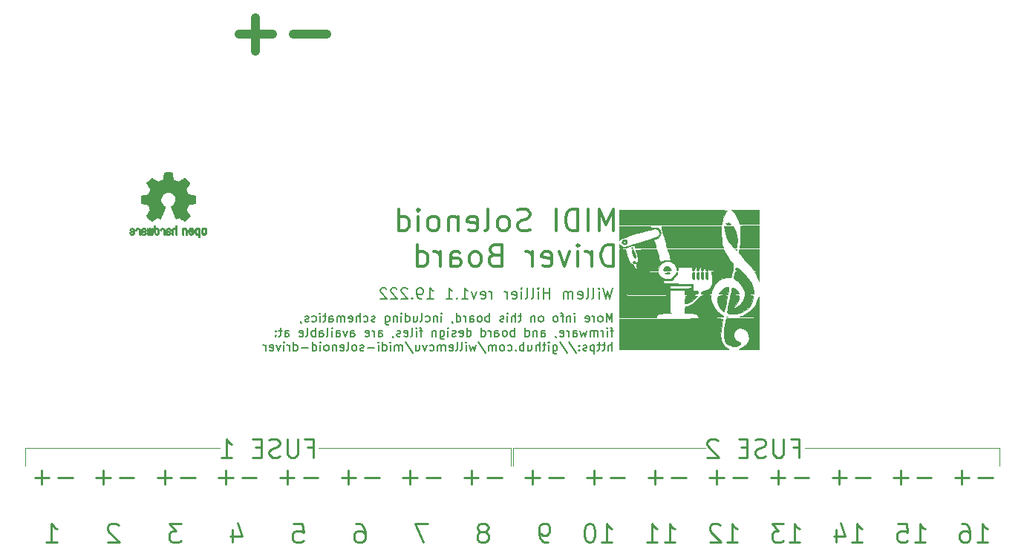
<source format=gbr>
G04 #@! TF.GenerationSoftware,KiCad,Pcbnew,(5.1.2)-2*
G04 #@! TF.CreationDate,2019-08-10T22:07:06-04:00*
G04 #@! TF.ProjectId,midi-solenoid-driver,6d696469-2d73-46f6-9c65-6e6f69642d64,rev?*
G04 #@! TF.SameCoordinates,Original*
G04 #@! TF.FileFunction,Legend,Bot*
G04 #@! TF.FilePolarity,Positive*
%FSLAX46Y46*%
G04 Gerber Fmt 4.6, Leading zero omitted, Abs format (unit mm)*
G04 Created by KiCad (PCBNEW (5.1.2)-2) date 2019-08-10 22:07:06*
%MOMM*%
%LPD*%
G04 APERTURE LIST*
%ADD10C,0.150000*%
%ADD11C,0.300000*%
%ADD12C,0.200000*%
%ADD13C,1.000000*%
%ADD14C,0.120000*%
%ADD15C,0.280000*%
%ADD16C,0.010000*%
G04 APERTURE END LIST*
D10*
X312198404Y-122258380D02*
X312198404Y-121258380D01*
X311865071Y-121972666D01*
X311531738Y-121258380D01*
X311531738Y-122258380D01*
X310912690Y-122258380D02*
X311007928Y-122210761D01*
X311055547Y-122163142D01*
X311103166Y-122067904D01*
X311103166Y-121782190D01*
X311055547Y-121686952D01*
X311007928Y-121639333D01*
X310912690Y-121591714D01*
X310769833Y-121591714D01*
X310674595Y-121639333D01*
X310626976Y-121686952D01*
X310579357Y-121782190D01*
X310579357Y-122067904D01*
X310626976Y-122163142D01*
X310674595Y-122210761D01*
X310769833Y-122258380D01*
X310912690Y-122258380D01*
X310150785Y-122258380D02*
X310150785Y-121591714D01*
X310150785Y-121782190D02*
X310103166Y-121686952D01*
X310055547Y-121639333D01*
X309960309Y-121591714D01*
X309865071Y-121591714D01*
X309150785Y-122210761D02*
X309246023Y-122258380D01*
X309436500Y-122258380D01*
X309531738Y-122210761D01*
X309579357Y-122115523D01*
X309579357Y-121734571D01*
X309531738Y-121639333D01*
X309436500Y-121591714D01*
X309246023Y-121591714D01*
X309150785Y-121639333D01*
X309103166Y-121734571D01*
X309103166Y-121829809D01*
X309579357Y-121925047D01*
X307912690Y-122258380D02*
X307912690Y-121591714D01*
X307912690Y-121258380D02*
X307960309Y-121306000D01*
X307912690Y-121353619D01*
X307865071Y-121306000D01*
X307912690Y-121258380D01*
X307912690Y-121353619D01*
X307436500Y-121591714D02*
X307436500Y-122258380D01*
X307436500Y-121686952D02*
X307388880Y-121639333D01*
X307293642Y-121591714D01*
X307150785Y-121591714D01*
X307055547Y-121639333D01*
X307007928Y-121734571D01*
X307007928Y-122258380D01*
X306674595Y-121591714D02*
X306293642Y-121591714D01*
X306531738Y-122258380D02*
X306531738Y-121401238D01*
X306484119Y-121306000D01*
X306388880Y-121258380D01*
X306293642Y-121258380D01*
X305817452Y-122258380D02*
X305912690Y-122210761D01*
X305960309Y-122163142D01*
X306007928Y-122067904D01*
X306007928Y-121782190D01*
X305960309Y-121686952D01*
X305912690Y-121639333D01*
X305817452Y-121591714D01*
X305674595Y-121591714D01*
X305579357Y-121639333D01*
X305531738Y-121686952D01*
X305484119Y-121782190D01*
X305484119Y-122067904D01*
X305531738Y-122163142D01*
X305579357Y-122210761D01*
X305674595Y-122258380D01*
X305817452Y-122258380D01*
X304150785Y-122258380D02*
X304246023Y-122210761D01*
X304293642Y-122163142D01*
X304341261Y-122067904D01*
X304341261Y-121782190D01*
X304293642Y-121686952D01*
X304246023Y-121639333D01*
X304150785Y-121591714D01*
X304007928Y-121591714D01*
X303912690Y-121639333D01*
X303865071Y-121686952D01*
X303817452Y-121782190D01*
X303817452Y-122067904D01*
X303865071Y-122163142D01*
X303912690Y-122210761D01*
X304007928Y-122258380D01*
X304150785Y-122258380D01*
X303388880Y-121591714D02*
X303388880Y-122258380D01*
X303388880Y-121686952D02*
X303341261Y-121639333D01*
X303246023Y-121591714D01*
X303103166Y-121591714D01*
X303007928Y-121639333D01*
X302960309Y-121734571D01*
X302960309Y-122258380D01*
X301865071Y-121591714D02*
X301484119Y-121591714D01*
X301722214Y-121258380D02*
X301722214Y-122115523D01*
X301674595Y-122210761D01*
X301579357Y-122258380D01*
X301484119Y-122258380D01*
X301150785Y-122258380D02*
X301150785Y-121258380D01*
X300722214Y-122258380D02*
X300722214Y-121734571D01*
X300769833Y-121639333D01*
X300865071Y-121591714D01*
X301007928Y-121591714D01*
X301103166Y-121639333D01*
X301150785Y-121686952D01*
X300246023Y-122258380D02*
X300246023Y-121591714D01*
X300246023Y-121258380D02*
X300293642Y-121306000D01*
X300246023Y-121353619D01*
X300198404Y-121306000D01*
X300246023Y-121258380D01*
X300246023Y-121353619D01*
X299817452Y-122210761D02*
X299722214Y-122258380D01*
X299531738Y-122258380D01*
X299436500Y-122210761D01*
X299388880Y-122115523D01*
X299388880Y-122067904D01*
X299436500Y-121972666D01*
X299531738Y-121925047D01*
X299674595Y-121925047D01*
X299769833Y-121877428D01*
X299817452Y-121782190D01*
X299817452Y-121734571D01*
X299769833Y-121639333D01*
X299674595Y-121591714D01*
X299531738Y-121591714D01*
X299436500Y-121639333D01*
X298198404Y-122258380D02*
X298198404Y-121258380D01*
X298198404Y-121639333D02*
X298103166Y-121591714D01*
X297912690Y-121591714D01*
X297817452Y-121639333D01*
X297769833Y-121686952D01*
X297722214Y-121782190D01*
X297722214Y-122067904D01*
X297769833Y-122163142D01*
X297817452Y-122210761D01*
X297912690Y-122258380D01*
X298103166Y-122258380D01*
X298198404Y-122210761D01*
X297150785Y-122258380D02*
X297246023Y-122210761D01*
X297293642Y-122163142D01*
X297341261Y-122067904D01*
X297341261Y-121782190D01*
X297293642Y-121686952D01*
X297246023Y-121639333D01*
X297150785Y-121591714D01*
X297007928Y-121591714D01*
X296912690Y-121639333D01*
X296865071Y-121686952D01*
X296817452Y-121782190D01*
X296817452Y-122067904D01*
X296865071Y-122163142D01*
X296912690Y-122210761D01*
X297007928Y-122258380D01*
X297150785Y-122258380D01*
X295960309Y-122258380D02*
X295960309Y-121734571D01*
X296007928Y-121639333D01*
X296103166Y-121591714D01*
X296293642Y-121591714D01*
X296388880Y-121639333D01*
X295960309Y-122210761D02*
X296055547Y-122258380D01*
X296293642Y-122258380D01*
X296388880Y-122210761D01*
X296436500Y-122115523D01*
X296436500Y-122020285D01*
X296388880Y-121925047D01*
X296293642Y-121877428D01*
X296055547Y-121877428D01*
X295960309Y-121829809D01*
X295484119Y-122258380D02*
X295484119Y-121591714D01*
X295484119Y-121782190D02*
X295436500Y-121686952D01*
X295388880Y-121639333D01*
X295293642Y-121591714D01*
X295198404Y-121591714D01*
X294436500Y-122258380D02*
X294436500Y-121258380D01*
X294436500Y-122210761D02*
X294531738Y-122258380D01*
X294722214Y-122258380D01*
X294817452Y-122210761D01*
X294865071Y-122163142D01*
X294912690Y-122067904D01*
X294912690Y-121782190D01*
X294865071Y-121686952D01*
X294817452Y-121639333D01*
X294722214Y-121591714D01*
X294531738Y-121591714D01*
X294436500Y-121639333D01*
X293912690Y-122210761D02*
X293912690Y-122258380D01*
X293960309Y-122353619D01*
X294007928Y-122401238D01*
X292722214Y-122258380D02*
X292722214Y-121591714D01*
X292722214Y-121258380D02*
X292769833Y-121306000D01*
X292722214Y-121353619D01*
X292674595Y-121306000D01*
X292722214Y-121258380D01*
X292722214Y-121353619D01*
X292246023Y-121591714D02*
X292246023Y-122258380D01*
X292246023Y-121686952D02*
X292198404Y-121639333D01*
X292103166Y-121591714D01*
X291960309Y-121591714D01*
X291865071Y-121639333D01*
X291817452Y-121734571D01*
X291817452Y-122258380D01*
X290912690Y-122210761D02*
X291007928Y-122258380D01*
X291198404Y-122258380D01*
X291293642Y-122210761D01*
X291341261Y-122163142D01*
X291388880Y-122067904D01*
X291388880Y-121782190D01*
X291341261Y-121686952D01*
X291293642Y-121639333D01*
X291198404Y-121591714D01*
X291007928Y-121591714D01*
X290912690Y-121639333D01*
X290341261Y-122258380D02*
X290436500Y-122210761D01*
X290484119Y-122115523D01*
X290484119Y-121258380D01*
X289531738Y-121591714D02*
X289531738Y-122258380D01*
X289960309Y-121591714D02*
X289960309Y-122115523D01*
X289912690Y-122210761D01*
X289817452Y-122258380D01*
X289674595Y-122258380D01*
X289579357Y-122210761D01*
X289531738Y-122163142D01*
X288626976Y-122258380D02*
X288626976Y-121258380D01*
X288626976Y-122210761D02*
X288722214Y-122258380D01*
X288912690Y-122258380D01*
X289007928Y-122210761D01*
X289055547Y-122163142D01*
X289103166Y-122067904D01*
X289103166Y-121782190D01*
X289055547Y-121686952D01*
X289007928Y-121639333D01*
X288912690Y-121591714D01*
X288722214Y-121591714D01*
X288626976Y-121639333D01*
X288150785Y-122258380D02*
X288150785Y-121591714D01*
X288150785Y-121258380D02*
X288198404Y-121306000D01*
X288150785Y-121353619D01*
X288103166Y-121306000D01*
X288150785Y-121258380D01*
X288150785Y-121353619D01*
X287674595Y-121591714D02*
X287674595Y-122258380D01*
X287674595Y-121686952D02*
X287626976Y-121639333D01*
X287531738Y-121591714D01*
X287388880Y-121591714D01*
X287293642Y-121639333D01*
X287246023Y-121734571D01*
X287246023Y-122258380D01*
X286341261Y-121591714D02*
X286341261Y-122401238D01*
X286388880Y-122496476D01*
X286436500Y-122544095D01*
X286531738Y-122591714D01*
X286674595Y-122591714D01*
X286769833Y-122544095D01*
X286341261Y-122210761D02*
X286436500Y-122258380D01*
X286626976Y-122258380D01*
X286722214Y-122210761D01*
X286769833Y-122163142D01*
X286817452Y-122067904D01*
X286817452Y-121782190D01*
X286769833Y-121686952D01*
X286722214Y-121639333D01*
X286626976Y-121591714D01*
X286436500Y-121591714D01*
X286341261Y-121639333D01*
X285150785Y-122210761D02*
X285055547Y-122258380D01*
X284865071Y-122258380D01*
X284769833Y-122210761D01*
X284722214Y-122115523D01*
X284722214Y-122067904D01*
X284769833Y-121972666D01*
X284865071Y-121925047D01*
X285007928Y-121925047D01*
X285103166Y-121877428D01*
X285150785Y-121782190D01*
X285150785Y-121734571D01*
X285103166Y-121639333D01*
X285007928Y-121591714D01*
X284865071Y-121591714D01*
X284769833Y-121639333D01*
X283865071Y-122210761D02*
X283960309Y-122258380D01*
X284150785Y-122258380D01*
X284246023Y-122210761D01*
X284293642Y-122163142D01*
X284341261Y-122067904D01*
X284341261Y-121782190D01*
X284293642Y-121686952D01*
X284246023Y-121639333D01*
X284150785Y-121591714D01*
X283960309Y-121591714D01*
X283865071Y-121639333D01*
X283436500Y-122258380D02*
X283436500Y-121258380D01*
X283007928Y-122258380D02*
X283007928Y-121734571D01*
X283055547Y-121639333D01*
X283150785Y-121591714D01*
X283293642Y-121591714D01*
X283388880Y-121639333D01*
X283436500Y-121686952D01*
X282150785Y-122210761D02*
X282246023Y-122258380D01*
X282436500Y-122258380D01*
X282531738Y-122210761D01*
X282579357Y-122115523D01*
X282579357Y-121734571D01*
X282531738Y-121639333D01*
X282436500Y-121591714D01*
X282246023Y-121591714D01*
X282150785Y-121639333D01*
X282103166Y-121734571D01*
X282103166Y-121829809D01*
X282579357Y-121925047D01*
X281674595Y-122258380D02*
X281674595Y-121591714D01*
X281674595Y-121686952D02*
X281626976Y-121639333D01*
X281531738Y-121591714D01*
X281388880Y-121591714D01*
X281293642Y-121639333D01*
X281246023Y-121734571D01*
X281246023Y-122258380D01*
X281246023Y-121734571D02*
X281198404Y-121639333D01*
X281103166Y-121591714D01*
X280960309Y-121591714D01*
X280865071Y-121639333D01*
X280817452Y-121734571D01*
X280817452Y-122258380D01*
X279912690Y-122258380D02*
X279912690Y-121734571D01*
X279960309Y-121639333D01*
X280055547Y-121591714D01*
X280246023Y-121591714D01*
X280341261Y-121639333D01*
X279912690Y-122210761D02*
X280007928Y-122258380D01*
X280246023Y-122258380D01*
X280341261Y-122210761D01*
X280388880Y-122115523D01*
X280388880Y-122020285D01*
X280341261Y-121925047D01*
X280246023Y-121877428D01*
X280007928Y-121877428D01*
X279912690Y-121829809D01*
X279579357Y-121591714D02*
X279198404Y-121591714D01*
X279436500Y-121258380D02*
X279436500Y-122115523D01*
X279388880Y-122210761D01*
X279293642Y-122258380D01*
X279198404Y-122258380D01*
X278865071Y-122258380D02*
X278865071Y-121591714D01*
X278865071Y-121258380D02*
X278912690Y-121306000D01*
X278865071Y-121353619D01*
X278817452Y-121306000D01*
X278865071Y-121258380D01*
X278865071Y-121353619D01*
X277960309Y-122210761D02*
X278055547Y-122258380D01*
X278246023Y-122258380D01*
X278341261Y-122210761D01*
X278388880Y-122163142D01*
X278436500Y-122067904D01*
X278436500Y-121782190D01*
X278388880Y-121686952D01*
X278341261Y-121639333D01*
X278246023Y-121591714D01*
X278055547Y-121591714D01*
X277960309Y-121639333D01*
X277579357Y-122210761D02*
X277484119Y-122258380D01*
X277293642Y-122258380D01*
X277198404Y-122210761D01*
X277150785Y-122115523D01*
X277150785Y-122067904D01*
X277198404Y-121972666D01*
X277293642Y-121925047D01*
X277436500Y-121925047D01*
X277531738Y-121877428D01*
X277579357Y-121782190D01*
X277579357Y-121734571D01*
X277531738Y-121639333D01*
X277436500Y-121591714D01*
X277293642Y-121591714D01*
X277198404Y-121639333D01*
X276674595Y-122210761D02*
X276674595Y-122258380D01*
X276722214Y-122353619D01*
X276769833Y-122401238D01*
X312341261Y-123241714D02*
X311960309Y-123241714D01*
X312198404Y-123908380D02*
X312198404Y-123051238D01*
X312150785Y-122956000D01*
X312055547Y-122908380D01*
X311960309Y-122908380D01*
X311626976Y-123908380D02*
X311626976Y-123241714D01*
X311626976Y-122908380D02*
X311674595Y-122956000D01*
X311626976Y-123003619D01*
X311579357Y-122956000D01*
X311626976Y-122908380D01*
X311626976Y-123003619D01*
X311150785Y-123908380D02*
X311150785Y-123241714D01*
X311150785Y-123432190D02*
X311103166Y-123336952D01*
X311055547Y-123289333D01*
X310960309Y-123241714D01*
X310865071Y-123241714D01*
X310531738Y-123908380D02*
X310531738Y-123241714D01*
X310531738Y-123336952D02*
X310484119Y-123289333D01*
X310388880Y-123241714D01*
X310246023Y-123241714D01*
X310150785Y-123289333D01*
X310103166Y-123384571D01*
X310103166Y-123908380D01*
X310103166Y-123384571D02*
X310055547Y-123289333D01*
X309960309Y-123241714D01*
X309817452Y-123241714D01*
X309722214Y-123289333D01*
X309674595Y-123384571D01*
X309674595Y-123908380D01*
X309293642Y-123241714D02*
X309103166Y-123908380D01*
X308912690Y-123432190D01*
X308722214Y-123908380D01*
X308531738Y-123241714D01*
X307722214Y-123908380D02*
X307722214Y-123384571D01*
X307769833Y-123289333D01*
X307865071Y-123241714D01*
X308055547Y-123241714D01*
X308150785Y-123289333D01*
X307722214Y-123860761D02*
X307817452Y-123908380D01*
X308055547Y-123908380D01*
X308150785Y-123860761D01*
X308198404Y-123765523D01*
X308198404Y-123670285D01*
X308150785Y-123575047D01*
X308055547Y-123527428D01*
X307817452Y-123527428D01*
X307722214Y-123479809D01*
X307246023Y-123908380D02*
X307246023Y-123241714D01*
X307246023Y-123432190D02*
X307198404Y-123336952D01*
X307150785Y-123289333D01*
X307055547Y-123241714D01*
X306960309Y-123241714D01*
X306246023Y-123860761D02*
X306341261Y-123908380D01*
X306531738Y-123908380D01*
X306626976Y-123860761D01*
X306674595Y-123765523D01*
X306674595Y-123384571D01*
X306626976Y-123289333D01*
X306531738Y-123241714D01*
X306341261Y-123241714D01*
X306246023Y-123289333D01*
X306198404Y-123384571D01*
X306198404Y-123479809D01*
X306674595Y-123575047D01*
X305722214Y-123860761D02*
X305722214Y-123908380D01*
X305769833Y-124003619D01*
X305817452Y-124051238D01*
X304103166Y-123908380D02*
X304103166Y-123384571D01*
X304150785Y-123289333D01*
X304246023Y-123241714D01*
X304436500Y-123241714D01*
X304531738Y-123289333D01*
X304103166Y-123860761D02*
X304198404Y-123908380D01*
X304436500Y-123908380D01*
X304531738Y-123860761D01*
X304579357Y-123765523D01*
X304579357Y-123670285D01*
X304531738Y-123575047D01*
X304436500Y-123527428D01*
X304198404Y-123527428D01*
X304103166Y-123479809D01*
X303626976Y-123241714D02*
X303626976Y-123908380D01*
X303626976Y-123336952D02*
X303579357Y-123289333D01*
X303484119Y-123241714D01*
X303341261Y-123241714D01*
X303246023Y-123289333D01*
X303198404Y-123384571D01*
X303198404Y-123908380D01*
X302293642Y-123908380D02*
X302293642Y-122908380D01*
X302293642Y-123860761D02*
X302388880Y-123908380D01*
X302579357Y-123908380D01*
X302674595Y-123860761D01*
X302722214Y-123813142D01*
X302769833Y-123717904D01*
X302769833Y-123432190D01*
X302722214Y-123336952D01*
X302674595Y-123289333D01*
X302579357Y-123241714D01*
X302388880Y-123241714D01*
X302293642Y-123289333D01*
X301055547Y-123908380D02*
X301055547Y-122908380D01*
X301055547Y-123289333D02*
X300960309Y-123241714D01*
X300769833Y-123241714D01*
X300674595Y-123289333D01*
X300626976Y-123336952D01*
X300579357Y-123432190D01*
X300579357Y-123717904D01*
X300626976Y-123813142D01*
X300674595Y-123860761D01*
X300769833Y-123908380D01*
X300960309Y-123908380D01*
X301055547Y-123860761D01*
X300007928Y-123908380D02*
X300103166Y-123860761D01*
X300150785Y-123813142D01*
X300198404Y-123717904D01*
X300198404Y-123432190D01*
X300150785Y-123336952D01*
X300103166Y-123289333D01*
X300007928Y-123241714D01*
X299865071Y-123241714D01*
X299769833Y-123289333D01*
X299722214Y-123336952D01*
X299674595Y-123432190D01*
X299674595Y-123717904D01*
X299722214Y-123813142D01*
X299769833Y-123860761D01*
X299865071Y-123908380D01*
X300007928Y-123908380D01*
X298817452Y-123908380D02*
X298817452Y-123384571D01*
X298865071Y-123289333D01*
X298960309Y-123241714D01*
X299150785Y-123241714D01*
X299246023Y-123289333D01*
X298817452Y-123860761D02*
X298912690Y-123908380D01*
X299150785Y-123908380D01*
X299246023Y-123860761D01*
X299293642Y-123765523D01*
X299293642Y-123670285D01*
X299246023Y-123575047D01*
X299150785Y-123527428D01*
X298912690Y-123527428D01*
X298817452Y-123479809D01*
X298341261Y-123908380D02*
X298341261Y-123241714D01*
X298341261Y-123432190D02*
X298293642Y-123336952D01*
X298246023Y-123289333D01*
X298150785Y-123241714D01*
X298055547Y-123241714D01*
X297293642Y-123908380D02*
X297293642Y-122908380D01*
X297293642Y-123860761D02*
X297388880Y-123908380D01*
X297579357Y-123908380D01*
X297674595Y-123860761D01*
X297722214Y-123813142D01*
X297769833Y-123717904D01*
X297769833Y-123432190D01*
X297722214Y-123336952D01*
X297674595Y-123289333D01*
X297579357Y-123241714D01*
X297388880Y-123241714D01*
X297293642Y-123289333D01*
X295626976Y-123908380D02*
X295626976Y-122908380D01*
X295626976Y-123860761D02*
X295722214Y-123908380D01*
X295912690Y-123908380D01*
X296007928Y-123860761D01*
X296055547Y-123813142D01*
X296103166Y-123717904D01*
X296103166Y-123432190D01*
X296055547Y-123336952D01*
X296007928Y-123289333D01*
X295912690Y-123241714D01*
X295722214Y-123241714D01*
X295626976Y-123289333D01*
X294769833Y-123860761D02*
X294865071Y-123908380D01*
X295055547Y-123908380D01*
X295150785Y-123860761D01*
X295198404Y-123765523D01*
X295198404Y-123384571D01*
X295150785Y-123289333D01*
X295055547Y-123241714D01*
X294865071Y-123241714D01*
X294769833Y-123289333D01*
X294722214Y-123384571D01*
X294722214Y-123479809D01*
X295198404Y-123575047D01*
X294341261Y-123860761D02*
X294246023Y-123908380D01*
X294055547Y-123908380D01*
X293960309Y-123860761D01*
X293912690Y-123765523D01*
X293912690Y-123717904D01*
X293960309Y-123622666D01*
X294055547Y-123575047D01*
X294198404Y-123575047D01*
X294293642Y-123527428D01*
X294341261Y-123432190D01*
X294341261Y-123384571D01*
X294293642Y-123289333D01*
X294198404Y-123241714D01*
X294055547Y-123241714D01*
X293960309Y-123289333D01*
X293484119Y-123908380D02*
X293484119Y-123241714D01*
X293484119Y-122908380D02*
X293531738Y-122956000D01*
X293484119Y-123003619D01*
X293436500Y-122956000D01*
X293484119Y-122908380D01*
X293484119Y-123003619D01*
X292579357Y-123241714D02*
X292579357Y-124051238D01*
X292626976Y-124146476D01*
X292674595Y-124194095D01*
X292769833Y-124241714D01*
X292912690Y-124241714D01*
X293007928Y-124194095D01*
X292579357Y-123860761D02*
X292674595Y-123908380D01*
X292865071Y-123908380D01*
X292960309Y-123860761D01*
X293007928Y-123813142D01*
X293055547Y-123717904D01*
X293055547Y-123432190D01*
X293007928Y-123336952D01*
X292960309Y-123289333D01*
X292865071Y-123241714D01*
X292674595Y-123241714D01*
X292579357Y-123289333D01*
X292103166Y-123241714D02*
X292103166Y-123908380D01*
X292103166Y-123336952D02*
X292055547Y-123289333D01*
X291960309Y-123241714D01*
X291817452Y-123241714D01*
X291722214Y-123289333D01*
X291674595Y-123384571D01*
X291674595Y-123908380D01*
X290579357Y-123241714D02*
X290198404Y-123241714D01*
X290436500Y-123908380D02*
X290436500Y-123051238D01*
X290388880Y-122956000D01*
X290293642Y-122908380D01*
X290198404Y-122908380D01*
X289865071Y-123908380D02*
X289865071Y-123241714D01*
X289865071Y-122908380D02*
X289912690Y-122956000D01*
X289865071Y-123003619D01*
X289817452Y-122956000D01*
X289865071Y-122908380D01*
X289865071Y-123003619D01*
X289246023Y-123908380D02*
X289341261Y-123860761D01*
X289388880Y-123765523D01*
X289388880Y-122908380D01*
X288484119Y-123860761D02*
X288579357Y-123908380D01*
X288769833Y-123908380D01*
X288865071Y-123860761D01*
X288912690Y-123765523D01*
X288912690Y-123384571D01*
X288865071Y-123289333D01*
X288769833Y-123241714D01*
X288579357Y-123241714D01*
X288484119Y-123289333D01*
X288436500Y-123384571D01*
X288436500Y-123479809D01*
X288912690Y-123575047D01*
X288055547Y-123860761D02*
X287960309Y-123908380D01*
X287769833Y-123908380D01*
X287674595Y-123860761D01*
X287626976Y-123765523D01*
X287626976Y-123717904D01*
X287674595Y-123622666D01*
X287769833Y-123575047D01*
X287912690Y-123575047D01*
X288007928Y-123527428D01*
X288055547Y-123432190D01*
X288055547Y-123384571D01*
X288007928Y-123289333D01*
X287912690Y-123241714D01*
X287769833Y-123241714D01*
X287674595Y-123289333D01*
X287150785Y-123860761D02*
X287150785Y-123908380D01*
X287198404Y-124003619D01*
X287246023Y-124051238D01*
X285531738Y-123908380D02*
X285531738Y-123384571D01*
X285579357Y-123289333D01*
X285674595Y-123241714D01*
X285865071Y-123241714D01*
X285960309Y-123289333D01*
X285531738Y-123860761D02*
X285626976Y-123908380D01*
X285865071Y-123908380D01*
X285960309Y-123860761D01*
X286007928Y-123765523D01*
X286007928Y-123670285D01*
X285960309Y-123575047D01*
X285865071Y-123527428D01*
X285626976Y-123527428D01*
X285531738Y-123479809D01*
X285055547Y-123908380D02*
X285055547Y-123241714D01*
X285055547Y-123432190D02*
X285007928Y-123336952D01*
X284960309Y-123289333D01*
X284865071Y-123241714D01*
X284769833Y-123241714D01*
X284055547Y-123860761D02*
X284150785Y-123908380D01*
X284341261Y-123908380D01*
X284436500Y-123860761D01*
X284484119Y-123765523D01*
X284484119Y-123384571D01*
X284436500Y-123289333D01*
X284341261Y-123241714D01*
X284150785Y-123241714D01*
X284055547Y-123289333D01*
X284007928Y-123384571D01*
X284007928Y-123479809D01*
X284484119Y-123575047D01*
X282388880Y-123908380D02*
X282388880Y-123384571D01*
X282436500Y-123289333D01*
X282531738Y-123241714D01*
X282722214Y-123241714D01*
X282817452Y-123289333D01*
X282388880Y-123860761D02*
X282484119Y-123908380D01*
X282722214Y-123908380D01*
X282817452Y-123860761D01*
X282865071Y-123765523D01*
X282865071Y-123670285D01*
X282817452Y-123575047D01*
X282722214Y-123527428D01*
X282484119Y-123527428D01*
X282388880Y-123479809D01*
X282007928Y-123241714D02*
X281769833Y-123908380D01*
X281531738Y-123241714D01*
X280722214Y-123908380D02*
X280722214Y-123384571D01*
X280769833Y-123289333D01*
X280865071Y-123241714D01*
X281055547Y-123241714D01*
X281150785Y-123289333D01*
X280722214Y-123860761D02*
X280817452Y-123908380D01*
X281055547Y-123908380D01*
X281150785Y-123860761D01*
X281198404Y-123765523D01*
X281198404Y-123670285D01*
X281150785Y-123575047D01*
X281055547Y-123527428D01*
X280817452Y-123527428D01*
X280722214Y-123479809D01*
X280246023Y-123908380D02*
X280246023Y-123241714D01*
X280246023Y-122908380D02*
X280293642Y-122956000D01*
X280246023Y-123003619D01*
X280198404Y-122956000D01*
X280246023Y-122908380D01*
X280246023Y-123003619D01*
X279626976Y-123908380D02*
X279722214Y-123860761D01*
X279769833Y-123765523D01*
X279769833Y-122908380D01*
X278817452Y-123908380D02*
X278817452Y-123384571D01*
X278865071Y-123289333D01*
X278960309Y-123241714D01*
X279150785Y-123241714D01*
X279246023Y-123289333D01*
X278817452Y-123860761D02*
X278912690Y-123908380D01*
X279150785Y-123908380D01*
X279246023Y-123860761D01*
X279293642Y-123765523D01*
X279293642Y-123670285D01*
X279246023Y-123575047D01*
X279150785Y-123527428D01*
X278912690Y-123527428D01*
X278817452Y-123479809D01*
X278341261Y-123908380D02*
X278341261Y-122908380D01*
X278341261Y-123289333D02*
X278246023Y-123241714D01*
X278055547Y-123241714D01*
X277960309Y-123289333D01*
X277912690Y-123336952D01*
X277865071Y-123432190D01*
X277865071Y-123717904D01*
X277912690Y-123813142D01*
X277960309Y-123860761D01*
X278055547Y-123908380D01*
X278246023Y-123908380D01*
X278341261Y-123860761D01*
X277293642Y-123908380D02*
X277388880Y-123860761D01*
X277436500Y-123765523D01*
X277436500Y-122908380D01*
X276531738Y-123860761D02*
X276626976Y-123908380D01*
X276817452Y-123908380D01*
X276912690Y-123860761D01*
X276960309Y-123765523D01*
X276960309Y-123384571D01*
X276912690Y-123289333D01*
X276817452Y-123241714D01*
X276626976Y-123241714D01*
X276531738Y-123289333D01*
X276484119Y-123384571D01*
X276484119Y-123479809D01*
X276960309Y-123575047D01*
X274865071Y-123908380D02*
X274865071Y-123384571D01*
X274912690Y-123289333D01*
X275007928Y-123241714D01*
X275198404Y-123241714D01*
X275293642Y-123289333D01*
X274865071Y-123860761D02*
X274960309Y-123908380D01*
X275198404Y-123908380D01*
X275293642Y-123860761D01*
X275341261Y-123765523D01*
X275341261Y-123670285D01*
X275293642Y-123575047D01*
X275198404Y-123527428D01*
X274960309Y-123527428D01*
X274865071Y-123479809D01*
X274531738Y-123241714D02*
X274150785Y-123241714D01*
X274388880Y-122908380D02*
X274388880Y-123765523D01*
X274341261Y-123860761D01*
X274246023Y-123908380D01*
X274150785Y-123908380D01*
X273817452Y-123813142D02*
X273769833Y-123860761D01*
X273817452Y-123908380D01*
X273865071Y-123860761D01*
X273817452Y-123813142D01*
X273817452Y-123908380D01*
X273817452Y-123289333D02*
X273769833Y-123336952D01*
X273817452Y-123384571D01*
X273865071Y-123336952D01*
X273817452Y-123289333D01*
X273817452Y-123384571D01*
X312198404Y-125558380D02*
X312198404Y-124558380D01*
X311769833Y-125558380D02*
X311769833Y-125034571D01*
X311817452Y-124939333D01*
X311912690Y-124891714D01*
X312055547Y-124891714D01*
X312150785Y-124939333D01*
X312198404Y-124986952D01*
X311436500Y-124891714D02*
X311055547Y-124891714D01*
X311293642Y-124558380D02*
X311293642Y-125415523D01*
X311246023Y-125510761D01*
X311150785Y-125558380D01*
X311055547Y-125558380D01*
X310865071Y-124891714D02*
X310484119Y-124891714D01*
X310722214Y-124558380D02*
X310722214Y-125415523D01*
X310674595Y-125510761D01*
X310579357Y-125558380D01*
X310484119Y-125558380D01*
X310150785Y-124891714D02*
X310150785Y-125891714D01*
X310150785Y-124939333D02*
X310055547Y-124891714D01*
X309865071Y-124891714D01*
X309769833Y-124939333D01*
X309722214Y-124986952D01*
X309674595Y-125082190D01*
X309674595Y-125367904D01*
X309722214Y-125463142D01*
X309769833Y-125510761D01*
X309865071Y-125558380D01*
X310055547Y-125558380D01*
X310150785Y-125510761D01*
X309293642Y-125510761D02*
X309198404Y-125558380D01*
X309007928Y-125558380D01*
X308912690Y-125510761D01*
X308865071Y-125415523D01*
X308865071Y-125367904D01*
X308912690Y-125272666D01*
X309007928Y-125225047D01*
X309150785Y-125225047D01*
X309246023Y-125177428D01*
X309293642Y-125082190D01*
X309293642Y-125034571D01*
X309246023Y-124939333D01*
X309150785Y-124891714D01*
X309007928Y-124891714D01*
X308912690Y-124939333D01*
X308436500Y-125463142D02*
X308388880Y-125510761D01*
X308436500Y-125558380D01*
X308484119Y-125510761D01*
X308436500Y-125463142D01*
X308436500Y-125558380D01*
X308436500Y-124939333D02*
X308388880Y-124986952D01*
X308436500Y-125034571D01*
X308484119Y-124986952D01*
X308436500Y-124939333D01*
X308436500Y-125034571D01*
X307246023Y-124510761D02*
X308103166Y-125796476D01*
X306198404Y-124510761D02*
X307055547Y-125796476D01*
X305436500Y-124891714D02*
X305436500Y-125701238D01*
X305484119Y-125796476D01*
X305531738Y-125844095D01*
X305626976Y-125891714D01*
X305769833Y-125891714D01*
X305865071Y-125844095D01*
X305436500Y-125510761D02*
X305531738Y-125558380D01*
X305722214Y-125558380D01*
X305817452Y-125510761D01*
X305865071Y-125463142D01*
X305912690Y-125367904D01*
X305912690Y-125082190D01*
X305865071Y-124986952D01*
X305817452Y-124939333D01*
X305722214Y-124891714D01*
X305531738Y-124891714D01*
X305436500Y-124939333D01*
X304960309Y-125558380D02*
X304960309Y-124891714D01*
X304960309Y-124558380D02*
X305007928Y-124606000D01*
X304960309Y-124653619D01*
X304912690Y-124606000D01*
X304960309Y-124558380D01*
X304960309Y-124653619D01*
X304626976Y-124891714D02*
X304246023Y-124891714D01*
X304484119Y-124558380D02*
X304484119Y-125415523D01*
X304436500Y-125510761D01*
X304341261Y-125558380D01*
X304246023Y-125558380D01*
X303912690Y-125558380D02*
X303912690Y-124558380D01*
X303484119Y-125558380D02*
X303484119Y-125034571D01*
X303531738Y-124939333D01*
X303626976Y-124891714D01*
X303769833Y-124891714D01*
X303865071Y-124939333D01*
X303912690Y-124986952D01*
X302579357Y-124891714D02*
X302579357Y-125558380D01*
X303007928Y-124891714D02*
X303007928Y-125415523D01*
X302960309Y-125510761D01*
X302865071Y-125558380D01*
X302722214Y-125558380D01*
X302626976Y-125510761D01*
X302579357Y-125463142D01*
X302103166Y-125558380D02*
X302103166Y-124558380D01*
X302103166Y-124939333D02*
X302007928Y-124891714D01*
X301817452Y-124891714D01*
X301722214Y-124939333D01*
X301674595Y-124986952D01*
X301626976Y-125082190D01*
X301626976Y-125367904D01*
X301674595Y-125463142D01*
X301722214Y-125510761D01*
X301817452Y-125558380D01*
X302007928Y-125558380D01*
X302103166Y-125510761D01*
X301198404Y-125463142D02*
X301150785Y-125510761D01*
X301198404Y-125558380D01*
X301246023Y-125510761D01*
X301198404Y-125463142D01*
X301198404Y-125558380D01*
X300293642Y-125510761D02*
X300388880Y-125558380D01*
X300579357Y-125558380D01*
X300674595Y-125510761D01*
X300722214Y-125463142D01*
X300769833Y-125367904D01*
X300769833Y-125082190D01*
X300722214Y-124986952D01*
X300674595Y-124939333D01*
X300579357Y-124891714D01*
X300388880Y-124891714D01*
X300293642Y-124939333D01*
X299722214Y-125558380D02*
X299817452Y-125510761D01*
X299865071Y-125463142D01*
X299912690Y-125367904D01*
X299912690Y-125082190D01*
X299865071Y-124986952D01*
X299817452Y-124939333D01*
X299722214Y-124891714D01*
X299579357Y-124891714D01*
X299484119Y-124939333D01*
X299436500Y-124986952D01*
X299388880Y-125082190D01*
X299388880Y-125367904D01*
X299436500Y-125463142D01*
X299484119Y-125510761D01*
X299579357Y-125558380D01*
X299722214Y-125558380D01*
X298960309Y-125558380D02*
X298960309Y-124891714D01*
X298960309Y-124986952D02*
X298912690Y-124939333D01*
X298817452Y-124891714D01*
X298674595Y-124891714D01*
X298579357Y-124939333D01*
X298531738Y-125034571D01*
X298531738Y-125558380D01*
X298531738Y-125034571D02*
X298484119Y-124939333D01*
X298388880Y-124891714D01*
X298246023Y-124891714D01*
X298150785Y-124939333D01*
X298103166Y-125034571D01*
X298103166Y-125558380D01*
X296912690Y-124510761D02*
X297769833Y-125796476D01*
X296674595Y-124891714D02*
X296484119Y-125558380D01*
X296293642Y-125082190D01*
X296103166Y-125558380D01*
X295912690Y-124891714D01*
X295531738Y-125558380D02*
X295531738Y-124891714D01*
X295531738Y-124558380D02*
X295579357Y-124606000D01*
X295531738Y-124653619D01*
X295484119Y-124606000D01*
X295531738Y-124558380D01*
X295531738Y-124653619D01*
X294912690Y-125558380D02*
X295007928Y-125510761D01*
X295055547Y-125415523D01*
X295055547Y-124558380D01*
X294388880Y-125558380D02*
X294484119Y-125510761D01*
X294531738Y-125415523D01*
X294531738Y-124558380D01*
X293626976Y-125510761D02*
X293722214Y-125558380D01*
X293912690Y-125558380D01*
X294007928Y-125510761D01*
X294055547Y-125415523D01*
X294055547Y-125034571D01*
X294007928Y-124939333D01*
X293912690Y-124891714D01*
X293722214Y-124891714D01*
X293626976Y-124939333D01*
X293579357Y-125034571D01*
X293579357Y-125129809D01*
X294055547Y-125225047D01*
X293150785Y-125558380D02*
X293150785Y-124891714D01*
X293150785Y-124986952D02*
X293103166Y-124939333D01*
X293007928Y-124891714D01*
X292865071Y-124891714D01*
X292769833Y-124939333D01*
X292722214Y-125034571D01*
X292722214Y-125558380D01*
X292722214Y-125034571D02*
X292674595Y-124939333D01*
X292579357Y-124891714D01*
X292436500Y-124891714D01*
X292341261Y-124939333D01*
X292293642Y-125034571D01*
X292293642Y-125558380D01*
X291388880Y-125510761D02*
X291484119Y-125558380D01*
X291674595Y-125558380D01*
X291769833Y-125510761D01*
X291817452Y-125463142D01*
X291865071Y-125367904D01*
X291865071Y-125082190D01*
X291817452Y-124986952D01*
X291769833Y-124939333D01*
X291674595Y-124891714D01*
X291484119Y-124891714D01*
X291388880Y-124939333D01*
X291055547Y-124891714D02*
X290817452Y-125558380D01*
X290579357Y-124891714D01*
X289769833Y-124891714D02*
X289769833Y-125558380D01*
X290198404Y-124891714D02*
X290198404Y-125415523D01*
X290150785Y-125510761D01*
X290055547Y-125558380D01*
X289912690Y-125558380D01*
X289817452Y-125510761D01*
X289769833Y-125463142D01*
X288579357Y-124510761D02*
X289436500Y-125796476D01*
X288246023Y-125558380D02*
X288246023Y-124891714D01*
X288246023Y-124986952D02*
X288198404Y-124939333D01*
X288103166Y-124891714D01*
X287960309Y-124891714D01*
X287865071Y-124939333D01*
X287817452Y-125034571D01*
X287817452Y-125558380D01*
X287817452Y-125034571D02*
X287769833Y-124939333D01*
X287674595Y-124891714D01*
X287531738Y-124891714D01*
X287436500Y-124939333D01*
X287388880Y-125034571D01*
X287388880Y-125558380D01*
X286912690Y-125558380D02*
X286912690Y-124891714D01*
X286912690Y-124558380D02*
X286960309Y-124606000D01*
X286912690Y-124653619D01*
X286865071Y-124606000D01*
X286912690Y-124558380D01*
X286912690Y-124653619D01*
X286007928Y-125558380D02*
X286007928Y-124558380D01*
X286007928Y-125510761D02*
X286103166Y-125558380D01*
X286293642Y-125558380D01*
X286388880Y-125510761D01*
X286436500Y-125463142D01*
X286484119Y-125367904D01*
X286484119Y-125082190D01*
X286436500Y-124986952D01*
X286388880Y-124939333D01*
X286293642Y-124891714D01*
X286103166Y-124891714D01*
X286007928Y-124939333D01*
X285531738Y-125558380D02*
X285531738Y-124891714D01*
X285531738Y-124558380D02*
X285579357Y-124606000D01*
X285531738Y-124653619D01*
X285484119Y-124606000D01*
X285531738Y-124558380D01*
X285531738Y-124653619D01*
X285055547Y-125177428D02*
X284293642Y-125177428D01*
X283865071Y-125510761D02*
X283769833Y-125558380D01*
X283579357Y-125558380D01*
X283484119Y-125510761D01*
X283436500Y-125415523D01*
X283436500Y-125367904D01*
X283484119Y-125272666D01*
X283579357Y-125225047D01*
X283722214Y-125225047D01*
X283817452Y-125177428D01*
X283865071Y-125082190D01*
X283865071Y-125034571D01*
X283817452Y-124939333D01*
X283722214Y-124891714D01*
X283579357Y-124891714D01*
X283484119Y-124939333D01*
X282865071Y-125558380D02*
X282960309Y-125510761D01*
X283007928Y-125463142D01*
X283055547Y-125367904D01*
X283055547Y-125082190D01*
X283007928Y-124986952D01*
X282960309Y-124939333D01*
X282865071Y-124891714D01*
X282722214Y-124891714D01*
X282626976Y-124939333D01*
X282579357Y-124986952D01*
X282531738Y-125082190D01*
X282531738Y-125367904D01*
X282579357Y-125463142D01*
X282626976Y-125510761D01*
X282722214Y-125558380D01*
X282865071Y-125558380D01*
X281960309Y-125558380D02*
X282055547Y-125510761D01*
X282103166Y-125415523D01*
X282103166Y-124558380D01*
X281198404Y-125510761D02*
X281293642Y-125558380D01*
X281484119Y-125558380D01*
X281579357Y-125510761D01*
X281626976Y-125415523D01*
X281626976Y-125034571D01*
X281579357Y-124939333D01*
X281484119Y-124891714D01*
X281293642Y-124891714D01*
X281198404Y-124939333D01*
X281150785Y-125034571D01*
X281150785Y-125129809D01*
X281626976Y-125225047D01*
X280722214Y-124891714D02*
X280722214Y-125558380D01*
X280722214Y-124986952D02*
X280674595Y-124939333D01*
X280579357Y-124891714D01*
X280436500Y-124891714D01*
X280341261Y-124939333D01*
X280293642Y-125034571D01*
X280293642Y-125558380D01*
X279674595Y-125558380D02*
X279769833Y-125510761D01*
X279817452Y-125463142D01*
X279865071Y-125367904D01*
X279865071Y-125082190D01*
X279817452Y-124986952D01*
X279769833Y-124939333D01*
X279674595Y-124891714D01*
X279531738Y-124891714D01*
X279436500Y-124939333D01*
X279388880Y-124986952D01*
X279341261Y-125082190D01*
X279341261Y-125367904D01*
X279388880Y-125463142D01*
X279436500Y-125510761D01*
X279531738Y-125558380D01*
X279674595Y-125558380D01*
X278912690Y-125558380D02*
X278912690Y-124891714D01*
X278912690Y-124558380D02*
X278960309Y-124606000D01*
X278912690Y-124653619D01*
X278865071Y-124606000D01*
X278912690Y-124558380D01*
X278912690Y-124653619D01*
X278007928Y-125558380D02*
X278007928Y-124558380D01*
X278007928Y-125510761D02*
X278103166Y-125558380D01*
X278293642Y-125558380D01*
X278388880Y-125510761D01*
X278436500Y-125463142D01*
X278484119Y-125367904D01*
X278484119Y-125082190D01*
X278436500Y-124986952D01*
X278388880Y-124939333D01*
X278293642Y-124891714D01*
X278103166Y-124891714D01*
X278007928Y-124939333D01*
X277531738Y-125177428D02*
X276769833Y-125177428D01*
X275865071Y-125558380D02*
X275865071Y-124558380D01*
X275865071Y-125510761D02*
X275960309Y-125558380D01*
X276150785Y-125558380D01*
X276246023Y-125510761D01*
X276293642Y-125463142D01*
X276341261Y-125367904D01*
X276341261Y-125082190D01*
X276293642Y-124986952D01*
X276246023Y-124939333D01*
X276150785Y-124891714D01*
X275960309Y-124891714D01*
X275865071Y-124939333D01*
X275388880Y-125558380D02*
X275388880Y-124891714D01*
X275388880Y-125082190D02*
X275341261Y-124986952D01*
X275293642Y-124939333D01*
X275198404Y-124891714D01*
X275103166Y-124891714D01*
X274769833Y-125558380D02*
X274769833Y-124891714D01*
X274769833Y-124558380D02*
X274817452Y-124606000D01*
X274769833Y-124653619D01*
X274722214Y-124606000D01*
X274769833Y-124558380D01*
X274769833Y-124653619D01*
X274388880Y-124891714D02*
X274150785Y-125558380D01*
X273912690Y-124891714D01*
X273150785Y-125510761D02*
X273246023Y-125558380D01*
X273436500Y-125558380D01*
X273531738Y-125510761D01*
X273579357Y-125415523D01*
X273579357Y-125034571D01*
X273531738Y-124939333D01*
X273436500Y-124891714D01*
X273246023Y-124891714D01*
X273150785Y-124939333D01*
X273103166Y-125034571D01*
X273103166Y-125129809D01*
X273579357Y-125225047D01*
X272674595Y-125558380D02*
X272674595Y-124891714D01*
X272674595Y-125082190D02*
X272626976Y-124986952D01*
X272579357Y-124939333D01*
X272484119Y-124891714D01*
X272388880Y-124891714D01*
D11*
X312343761Y-111861952D02*
X312343761Y-109361952D01*
X311510428Y-111147666D01*
X310677095Y-109361952D01*
X310677095Y-111861952D01*
X309486619Y-111861952D02*
X309486619Y-109361952D01*
X308296142Y-111861952D02*
X308296142Y-109361952D01*
X307700904Y-109361952D01*
X307343761Y-109481000D01*
X307105666Y-109719095D01*
X306986619Y-109957190D01*
X306867571Y-110433380D01*
X306867571Y-110790523D01*
X306986619Y-111266714D01*
X307105666Y-111504809D01*
X307343761Y-111742904D01*
X307700904Y-111861952D01*
X308296142Y-111861952D01*
X305796142Y-111861952D02*
X305796142Y-109361952D01*
X302819952Y-111742904D02*
X302462809Y-111861952D01*
X301867571Y-111861952D01*
X301629476Y-111742904D01*
X301510428Y-111623857D01*
X301391380Y-111385761D01*
X301391380Y-111147666D01*
X301510428Y-110909571D01*
X301629476Y-110790523D01*
X301867571Y-110671476D01*
X302343761Y-110552428D01*
X302581857Y-110433380D01*
X302700904Y-110314333D01*
X302819952Y-110076238D01*
X302819952Y-109838142D01*
X302700904Y-109600047D01*
X302581857Y-109481000D01*
X302343761Y-109361952D01*
X301748523Y-109361952D01*
X301391380Y-109481000D01*
X299962809Y-111861952D02*
X300200904Y-111742904D01*
X300319952Y-111623857D01*
X300439000Y-111385761D01*
X300439000Y-110671476D01*
X300319952Y-110433380D01*
X300200904Y-110314333D01*
X299962809Y-110195285D01*
X299605666Y-110195285D01*
X299367571Y-110314333D01*
X299248523Y-110433380D01*
X299129476Y-110671476D01*
X299129476Y-111385761D01*
X299248523Y-111623857D01*
X299367571Y-111742904D01*
X299605666Y-111861952D01*
X299962809Y-111861952D01*
X297700904Y-111861952D02*
X297939000Y-111742904D01*
X298058047Y-111504809D01*
X298058047Y-109361952D01*
X295796142Y-111742904D02*
X296034238Y-111861952D01*
X296510428Y-111861952D01*
X296748523Y-111742904D01*
X296867571Y-111504809D01*
X296867571Y-110552428D01*
X296748523Y-110314333D01*
X296510428Y-110195285D01*
X296034238Y-110195285D01*
X295796142Y-110314333D01*
X295677095Y-110552428D01*
X295677095Y-110790523D01*
X296867571Y-111028619D01*
X294605666Y-110195285D02*
X294605666Y-111861952D01*
X294605666Y-110433380D02*
X294486619Y-110314333D01*
X294248523Y-110195285D01*
X293891380Y-110195285D01*
X293653285Y-110314333D01*
X293534238Y-110552428D01*
X293534238Y-111861952D01*
X291986619Y-111861952D02*
X292224714Y-111742904D01*
X292343761Y-111623857D01*
X292462809Y-111385761D01*
X292462809Y-110671476D01*
X292343761Y-110433380D01*
X292224714Y-110314333D01*
X291986619Y-110195285D01*
X291629476Y-110195285D01*
X291391380Y-110314333D01*
X291272333Y-110433380D01*
X291153285Y-110671476D01*
X291153285Y-111385761D01*
X291272333Y-111623857D01*
X291391380Y-111742904D01*
X291629476Y-111861952D01*
X291986619Y-111861952D01*
X290081857Y-111861952D02*
X290081857Y-110195285D01*
X290081857Y-109361952D02*
X290200904Y-109481000D01*
X290081857Y-109600047D01*
X289962809Y-109481000D01*
X290081857Y-109361952D01*
X290081857Y-109600047D01*
X287819952Y-111861952D02*
X287819952Y-109361952D01*
X287819952Y-111742904D02*
X288058047Y-111861952D01*
X288534238Y-111861952D01*
X288772333Y-111742904D01*
X288891380Y-111623857D01*
X289010428Y-111385761D01*
X289010428Y-110671476D01*
X288891380Y-110433380D01*
X288772333Y-110314333D01*
X288534238Y-110195285D01*
X288058047Y-110195285D01*
X287819952Y-110314333D01*
X312343761Y-115911952D02*
X312343761Y-113411952D01*
X311748523Y-113411952D01*
X311391380Y-113531000D01*
X311153285Y-113769095D01*
X311034238Y-114007190D01*
X310915190Y-114483380D01*
X310915190Y-114840523D01*
X311034238Y-115316714D01*
X311153285Y-115554809D01*
X311391380Y-115792904D01*
X311748523Y-115911952D01*
X312343761Y-115911952D01*
X309843761Y-115911952D02*
X309843761Y-114245285D01*
X309843761Y-114721476D02*
X309724714Y-114483380D01*
X309605666Y-114364333D01*
X309367571Y-114245285D01*
X309129476Y-114245285D01*
X308296142Y-115911952D02*
X308296142Y-114245285D01*
X308296142Y-113411952D02*
X308415190Y-113531000D01*
X308296142Y-113650047D01*
X308177095Y-113531000D01*
X308296142Y-113411952D01*
X308296142Y-113650047D01*
X307343761Y-114245285D02*
X306748523Y-115911952D01*
X306153285Y-114245285D01*
X304248523Y-115792904D02*
X304486619Y-115911952D01*
X304962809Y-115911952D01*
X305200904Y-115792904D01*
X305319952Y-115554809D01*
X305319952Y-114602428D01*
X305200904Y-114364333D01*
X304962809Y-114245285D01*
X304486619Y-114245285D01*
X304248523Y-114364333D01*
X304129476Y-114602428D01*
X304129476Y-114840523D01*
X305319952Y-115078619D01*
X303058047Y-115911952D02*
X303058047Y-114245285D01*
X303058047Y-114721476D02*
X302939000Y-114483380D01*
X302819952Y-114364333D01*
X302581857Y-114245285D01*
X302343761Y-114245285D01*
X298772333Y-114602428D02*
X298415190Y-114721476D01*
X298296142Y-114840523D01*
X298177095Y-115078619D01*
X298177095Y-115435761D01*
X298296142Y-115673857D01*
X298415190Y-115792904D01*
X298653285Y-115911952D01*
X299605666Y-115911952D01*
X299605666Y-113411952D01*
X298772333Y-113411952D01*
X298534238Y-113531000D01*
X298415190Y-113650047D01*
X298296142Y-113888142D01*
X298296142Y-114126238D01*
X298415190Y-114364333D01*
X298534238Y-114483380D01*
X298772333Y-114602428D01*
X299605666Y-114602428D01*
X296748523Y-115911952D02*
X296986619Y-115792904D01*
X297105666Y-115673857D01*
X297224714Y-115435761D01*
X297224714Y-114721476D01*
X297105666Y-114483380D01*
X296986619Y-114364333D01*
X296748523Y-114245285D01*
X296391380Y-114245285D01*
X296153285Y-114364333D01*
X296034238Y-114483380D01*
X295915190Y-114721476D01*
X295915190Y-115435761D01*
X296034238Y-115673857D01*
X296153285Y-115792904D01*
X296391380Y-115911952D01*
X296748523Y-115911952D01*
X293772333Y-115911952D02*
X293772333Y-114602428D01*
X293891380Y-114364333D01*
X294129476Y-114245285D01*
X294605666Y-114245285D01*
X294843761Y-114364333D01*
X293772333Y-115792904D02*
X294010428Y-115911952D01*
X294605666Y-115911952D01*
X294843761Y-115792904D01*
X294962809Y-115554809D01*
X294962809Y-115316714D01*
X294843761Y-115078619D01*
X294605666Y-114959571D01*
X294010428Y-114959571D01*
X293772333Y-114840523D01*
X292581857Y-115911952D02*
X292581857Y-114245285D01*
X292581857Y-114721476D02*
X292462809Y-114483380D01*
X292343761Y-114364333D01*
X292105666Y-114245285D01*
X291867571Y-114245285D01*
X289962809Y-115911952D02*
X289962809Y-113411952D01*
X289962809Y-115792904D02*
X290200904Y-115911952D01*
X290677095Y-115911952D01*
X290915190Y-115792904D01*
X291034238Y-115673857D01*
X291153285Y-115435761D01*
X291153285Y-114721476D01*
X291034238Y-114483380D01*
X290915190Y-114364333D01*
X290677095Y-114245285D01*
X290200904Y-114245285D01*
X289962809Y-114364333D01*
D12*
X312225428Y-118371476D02*
X311927809Y-119621476D01*
X311689714Y-118728619D01*
X311451619Y-119621476D01*
X311154000Y-118371476D01*
X310677809Y-119621476D02*
X310677809Y-118788142D01*
X310677809Y-118371476D02*
X310737333Y-118431000D01*
X310677809Y-118490523D01*
X310618285Y-118431000D01*
X310677809Y-118371476D01*
X310677809Y-118490523D01*
X309904000Y-119621476D02*
X310023047Y-119561952D01*
X310082571Y-119442904D01*
X310082571Y-118371476D01*
X309249238Y-119621476D02*
X309368285Y-119561952D01*
X309427809Y-119442904D01*
X309427809Y-118371476D01*
X308296857Y-119561952D02*
X308415904Y-119621476D01*
X308654000Y-119621476D01*
X308773047Y-119561952D01*
X308832571Y-119442904D01*
X308832571Y-118966714D01*
X308773047Y-118847666D01*
X308654000Y-118788142D01*
X308415904Y-118788142D01*
X308296857Y-118847666D01*
X308237333Y-118966714D01*
X308237333Y-119085761D01*
X308832571Y-119204809D01*
X307701619Y-119621476D02*
X307701619Y-118788142D01*
X307701619Y-118907190D02*
X307642095Y-118847666D01*
X307523047Y-118788142D01*
X307344476Y-118788142D01*
X307225428Y-118847666D01*
X307165904Y-118966714D01*
X307165904Y-119621476D01*
X307165904Y-118966714D02*
X307106380Y-118847666D01*
X306987333Y-118788142D01*
X306808761Y-118788142D01*
X306689714Y-118847666D01*
X306630190Y-118966714D01*
X306630190Y-119621476D01*
X305082571Y-119621476D02*
X305082571Y-118371476D01*
X305082571Y-118966714D02*
X304368285Y-118966714D01*
X304368285Y-119621476D02*
X304368285Y-118371476D01*
X303773047Y-119621476D02*
X303773047Y-118788142D01*
X303773047Y-118371476D02*
X303832571Y-118431000D01*
X303773047Y-118490523D01*
X303713523Y-118431000D01*
X303773047Y-118371476D01*
X303773047Y-118490523D01*
X302999238Y-119621476D02*
X303118285Y-119561952D01*
X303177809Y-119442904D01*
X303177809Y-118371476D01*
X302344476Y-119621476D02*
X302463523Y-119561952D01*
X302523047Y-119442904D01*
X302523047Y-118371476D01*
X301868285Y-119621476D02*
X301868285Y-118788142D01*
X301868285Y-118371476D02*
X301927809Y-118431000D01*
X301868285Y-118490523D01*
X301808761Y-118431000D01*
X301868285Y-118371476D01*
X301868285Y-118490523D01*
X300796857Y-119561952D02*
X300915904Y-119621476D01*
X301154000Y-119621476D01*
X301273047Y-119561952D01*
X301332571Y-119442904D01*
X301332571Y-118966714D01*
X301273047Y-118847666D01*
X301154000Y-118788142D01*
X300915904Y-118788142D01*
X300796857Y-118847666D01*
X300737333Y-118966714D01*
X300737333Y-119085761D01*
X301332571Y-119204809D01*
X300201619Y-119621476D02*
X300201619Y-118788142D01*
X300201619Y-119026238D02*
X300142095Y-118907190D01*
X300082571Y-118847666D01*
X299963523Y-118788142D01*
X299844476Y-118788142D01*
X298475428Y-119621476D02*
X298475428Y-118788142D01*
X298475428Y-119026238D02*
X298415904Y-118907190D01*
X298356380Y-118847666D01*
X298237333Y-118788142D01*
X298118285Y-118788142D01*
X297225428Y-119561952D02*
X297344476Y-119621476D01*
X297582571Y-119621476D01*
X297701619Y-119561952D01*
X297761142Y-119442904D01*
X297761142Y-118966714D01*
X297701619Y-118847666D01*
X297582571Y-118788142D01*
X297344476Y-118788142D01*
X297225428Y-118847666D01*
X297165904Y-118966714D01*
X297165904Y-119085761D01*
X297761142Y-119204809D01*
X296749238Y-118788142D02*
X296451619Y-119621476D01*
X296154000Y-118788142D01*
X295023047Y-119621476D02*
X295737333Y-119621476D01*
X295380190Y-119621476D02*
X295380190Y-118371476D01*
X295499238Y-118550047D01*
X295618285Y-118669095D01*
X295737333Y-118728619D01*
X294487333Y-119502428D02*
X294427809Y-119561952D01*
X294487333Y-119621476D01*
X294546857Y-119561952D01*
X294487333Y-119502428D01*
X294487333Y-119621476D01*
X293237333Y-119621476D02*
X293951619Y-119621476D01*
X293594476Y-119621476D02*
X293594476Y-118371476D01*
X293713523Y-118550047D01*
X293832571Y-118669095D01*
X293951619Y-118728619D01*
X291094476Y-119621476D02*
X291808761Y-119621476D01*
X291451619Y-119621476D02*
X291451619Y-118371476D01*
X291570666Y-118550047D01*
X291689714Y-118669095D01*
X291808761Y-118728619D01*
X290499238Y-119621476D02*
X290261142Y-119621476D01*
X290142095Y-119561952D01*
X290082571Y-119502428D01*
X289963523Y-119323857D01*
X289904000Y-119085761D01*
X289904000Y-118609571D01*
X289963523Y-118490523D01*
X290023047Y-118431000D01*
X290142095Y-118371476D01*
X290380190Y-118371476D01*
X290499238Y-118431000D01*
X290558761Y-118490523D01*
X290618285Y-118609571D01*
X290618285Y-118907190D01*
X290558761Y-119026238D01*
X290499238Y-119085761D01*
X290380190Y-119145285D01*
X290142095Y-119145285D01*
X290023047Y-119085761D01*
X289963523Y-119026238D01*
X289904000Y-118907190D01*
X289368285Y-119502428D02*
X289308761Y-119561952D01*
X289368285Y-119621476D01*
X289427809Y-119561952D01*
X289368285Y-119502428D01*
X289368285Y-119621476D01*
X288832571Y-118490523D02*
X288773047Y-118431000D01*
X288654000Y-118371476D01*
X288356380Y-118371476D01*
X288237333Y-118431000D01*
X288177809Y-118490523D01*
X288118285Y-118609571D01*
X288118285Y-118728619D01*
X288177809Y-118907190D01*
X288892095Y-119621476D01*
X288118285Y-119621476D01*
X287642095Y-118490523D02*
X287582571Y-118431000D01*
X287463523Y-118371476D01*
X287165904Y-118371476D01*
X287046857Y-118431000D01*
X286987333Y-118490523D01*
X286927809Y-118609571D01*
X286927809Y-118728619D01*
X286987333Y-118907190D01*
X287701619Y-119621476D01*
X286927809Y-119621476D01*
X286451619Y-118490523D02*
X286392095Y-118431000D01*
X286273047Y-118371476D01*
X285975428Y-118371476D01*
X285856380Y-118431000D01*
X285796857Y-118490523D01*
X285737333Y-118609571D01*
X285737333Y-118728619D01*
X285796857Y-118907190D01*
X286511142Y-119621476D01*
X285737333Y-119621476D01*
D13*
X279634000Y-89413142D02*
X275824476Y-89413142D01*
X273443523Y-89413142D02*
X269634000Y-89413142D01*
X271538761Y-91317904D02*
X271538761Y-87508380D01*
D14*
X300934000Y-136656000D02*
X300934000Y-138656000D01*
D15*
X277440666Y-136603857D02*
X278134000Y-136603857D01*
X278134000Y-137719571D02*
X278134000Y-135589571D01*
X277143523Y-135589571D01*
X276351142Y-135589571D02*
X276351142Y-137313857D01*
X276252095Y-137516714D01*
X276153047Y-137618142D01*
X275954952Y-137719571D01*
X275558761Y-137719571D01*
X275360666Y-137618142D01*
X275261619Y-137516714D01*
X275162571Y-137313857D01*
X275162571Y-135589571D01*
X274271142Y-137618142D02*
X273974000Y-137719571D01*
X273478761Y-137719571D01*
X273280666Y-137618142D01*
X273181619Y-137516714D01*
X273082571Y-137313857D01*
X273082571Y-137111000D01*
X273181619Y-136908142D01*
X273280666Y-136806714D01*
X273478761Y-136705285D01*
X273874952Y-136603857D01*
X274073047Y-136502428D01*
X274172095Y-136401000D01*
X274271142Y-136198142D01*
X274271142Y-135995285D01*
X274172095Y-135792428D01*
X274073047Y-135691000D01*
X273874952Y-135589571D01*
X273379714Y-135589571D01*
X273082571Y-135691000D01*
X272191142Y-136603857D02*
X271497809Y-136603857D01*
X271200666Y-137719571D02*
X272191142Y-137719571D01*
X272191142Y-135589571D01*
X271200666Y-135589571D01*
X267634952Y-137719571D02*
X268823523Y-137719571D01*
X268229238Y-137719571D02*
X268229238Y-135589571D01*
X268427333Y-135893857D01*
X268625428Y-136096714D01*
X268823523Y-136198142D01*
D14*
X267434000Y-136656000D02*
X245234000Y-136656000D01*
X278734000Y-136656000D02*
X300634000Y-136656000D01*
X245234000Y-138656000D02*
X245234000Y-136656000D01*
X300634000Y-138656000D02*
X300634000Y-136656000D01*
X322834000Y-136656000D02*
X300934000Y-136656000D01*
X356334000Y-136656000D02*
X356334000Y-138656000D01*
X334134000Y-136656000D02*
X356334000Y-136656000D01*
D15*
X332840666Y-136603857D02*
X333534000Y-136603857D01*
X333534000Y-137719571D02*
X333534000Y-135589571D01*
X332543523Y-135589571D01*
X331751142Y-135589571D02*
X331751142Y-137313857D01*
X331652095Y-137516714D01*
X331553047Y-137618142D01*
X331354952Y-137719571D01*
X330958761Y-137719571D01*
X330760666Y-137618142D01*
X330661619Y-137516714D01*
X330562571Y-137313857D01*
X330562571Y-135589571D01*
X329671142Y-137618142D02*
X329374000Y-137719571D01*
X328878761Y-137719571D01*
X328680666Y-137618142D01*
X328581619Y-137516714D01*
X328482571Y-137313857D01*
X328482571Y-137111000D01*
X328581619Y-136908142D01*
X328680666Y-136806714D01*
X328878761Y-136705285D01*
X329274952Y-136603857D01*
X329473047Y-136502428D01*
X329572095Y-136401000D01*
X329671142Y-136198142D01*
X329671142Y-135995285D01*
X329572095Y-135792428D01*
X329473047Y-135691000D01*
X329274952Y-135589571D01*
X328779714Y-135589571D01*
X328482571Y-135691000D01*
X327591142Y-136603857D02*
X326897809Y-136603857D01*
X326600666Y-137719571D02*
X327591142Y-137719571D01*
X327591142Y-135589571D01*
X326600666Y-135589571D01*
X324223523Y-135792428D02*
X324124476Y-135691000D01*
X323926380Y-135589571D01*
X323431142Y-135589571D01*
X323233047Y-135691000D01*
X323134000Y-135792428D01*
X323034952Y-135995285D01*
X323034952Y-136198142D01*
X323134000Y-136502428D01*
X324322571Y-137719571D01*
X323034952Y-137719571D01*
X297654000Y-146197666D02*
X297860666Y-146094333D01*
X297964000Y-145991000D01*
X298067333Y-145784333D01*
X298067333Y-145681000D01*
X297964000Y-145474333D01*
X297860666Y-145371000D01*
X297654000Y-145267666D01*
X297240666Y-145267666D01*
X297034000Y-145371000D01*
X296930666Y-145474333D01*
X296827333Y-145681000D01*
X296827333Y-145784333D01*
X296930666Y-145991000D01*
X297034000Y-146094333D01*
X297240666Y-146197666D01*
X297654000Y-146197666D01*
X297860666Y-146301000D01*
X297964000Y-146404333D01*
X298067333Y-146611000D01*
X298067333Y-147024333D01*
X297964000Y-147231000D01*
X297860666Y-147334333D01*
X297654000Y-147437666D01*
X297240666Y-147437666D01*
X297034000Y-147334333D01*
X296930666Y-147231000D01*
X296827333Y-147024333D01*
X296827333Y-146611000D01*
X296930666Y-146404333D01*
X297034000Y-146301000D01*
X297240666Y-146197666D01*
X291144000Y-145267666D02*
X289697333Y-145267666D01*
X290627333Y-147437666D01*
X282980666Y-145267666D02*
X283394000Y-145267666D01*
X283600666Y-145371000D01*
X283704000Y-145474333D01*
X283910666Y-145784333D01*
X284014000Y-146197666D01*
X284014000Y-147024333D01*
X283910666Y-147231000D01*
X283807333Y-147334333D01*
X283600666Y-147437666D01*
X283187333Y-147437666D01*
X282980666Y-147334333D01*
X282877333Y-147231000D01*
X282774000Y-147024333D01*
X282774000Y-146507666D01*
X282877333Y-146301000D01*
X282980666Y-146197666D01*
X283187333Y-146094333D01*
X283600666Y-146094333D01*
X283807333Y-146197666D01*
X283910666Y-146301000D01*
X284014000Y-146507666D01*
X275850666Y-145267666D02*
X276884000Y-145267666D01*
X276987333Y-146301000D01*
X276884000Y-146197666D01*
X276677333Y-146094333D01*
X276160666Y-146094333D01*
X275954000Y-146197666D01*
X275850666Y-146301000D01*
X275747333Y-146507666D01*
X275747333Y-147024333D01*
X275850666Y-147231000D01*
X275954000Y-147334333D01*
X276160666Y-147437666D01*
X276677333Y-147437666D01*
X276884000Y-147334333D01*
X276987333Y-147231000D01*
X268927333Y-145991000D02*
X268927333Y-147437666D01*
X269444000Y-145164333D02*
X269960666Y-146714333D01*
X268617333Y-146714333D01*
X263037333Y-145267666D02*
X261694000Y-145267666D01*
X262417333Y-146094333D01*
X262107333Y-146094333D01*
X261900666Y-146197666D01*
X261797333Y-146301000D01*
X261694000Y-146507666D01*
X261694000Y-147024333D01*
X261797333Y-147231000D01*
X261900666Y-147334333D01*
X262107333Y-147437666D01*
X262727333Y-147437666D01*
X262934000Y-147334333D01*
X263037333Y-147231000D01*
X255907333Y-145474333D02*
X255804000Y-145371000D01*
X255597333Y-145267666D01*
X255080666Y-145267666D01*
X254874000Y-145371000D01*
X254770666Y-145474333D01*
X254667333Y-145681000D01*
X254667333Y-145887666D01*
X254770666Y-146197666D01*
X256010666Y-147437666D01*
X254667333Y-147437666D01*
X247640666Y-147437666D02*
X248880666Y-147437666D01*
X248260666Y-147437666D02*
X248260666Y-145267666D01*
X248467333Y-145577666D01*
X248674000Y-145784333D01*
X248880666Y-145887666D01*
X355574000Y-140010285D02*
X353928285Y-140010285D01*
X352899714Y-140010285D02*
X351254000Y-140010285D01*
X352076857Y-140833142D02*
X352076857Y-139187428D01*
X348579714Y-140010285D02*
X346934000Y-140010285D01*
X345905428Y-140010285D02*
X344259714Y-140010285D01*
X345082571Y-140833142D02*
X345082571Y-139187428D01*
X341585428Y-140010285D02*
X339939714Y-140010285D01*
X338911142Y-140010285D02*
X337265428Y-140010285D01*
X338088285Y-140833142D02*
X338088285Y-139187428D01*
X334591142Y-140010285D02*
X332945428Y-140010285D01*
X331916857Y-140010285D02*
X330271142Y-140010285D01*
X331094000Y-140833142D02*
X331094000Y-139187428D01*
X327596857Y-140010285D02*
X325951142Y-140010285D01*
X324922571Y-140010285D02*
X323276857Y-140010285D01*
X324099714Y-140833142D02*
X324099714Y-139187428D01*
X320602571Y-140010285D02*
X318956857Y-140010285D01*
X317928285Y-140010285D02*
X316282571Y-140010285D01*
X317105428Y-140833142D02*
X317105428Y-139187428D01*
X313608285Y-140010285D02*
X311962571Y-140010285D01*
X310934000Y-140010285D02*
X309288285Y-140010285D01*
X310111142Y-140833142D02*
X310111142Y-139187428D01*
X306614000Y-140010285D02*
X304968285Y-140010285D01*
X303939714Y-140010285D02*
X302294000Y-140010285D01*
X303116857Y-140833142D02*
X303116857Y-139187428D01*
X299619714Y-140010285D02*
X297974000Y-140010285D01*
X296945428Y-140010285D02*
X295299714Y-140010285D01*
X296122571Y-140833142D02*
X296122571Y-139187428D01*
X292625428Y-140010285D02*
X290979714Y-140010285D01*
X289951142Y-140010285D02*
X288305428Y-140010285D01*
X289128285Y-140833142D02*
X289128285Y-139187428D01*
X285631142Y-140010285D02*
X283985428Y-140010285D01*
X282956857Y-140010285D02*
X281311142Y-140010285D01*
X282134000Y-140833142D02*
X282134000Y-139187428D01*
X278636857Y-140010285D02*
X276991142Y-140010285D01*
X275962571Y-140010285D02*
X274316857Y-140010285D01*
X275139714Y-140833142D02*
X275139714Y-139187428D01*
X271642571Y-140010285D02*
X269996857Y-140010285D01*
X268968285Y-140010285D02*
X267322571Y-140010285D01*
X268145428Y-140833142D02*
X268145428Y-139187428D01*
X264648285Y-140010285D02*
X263002571Y-140010285D01*
X261973999Y-140010285D02*
X260328285Y-140010285D01*
X261151142Y-140833142D02*
X261151142Y-139187428D01*
X257653999Y-140010285D02*
X256008285Y-140010285D01*
X254979714Y-140010285D02*
X253333999Y-140010285D01*
X254156857Y-140833142D02*
X254156857Y-139187428D01*
X250659714Y-140010285D02*
X249013999Y-140010285D01*
X247985428Y-140010285D02*
X246339714Y-140010285D01*
X247162571Y-140833142D02*
X247162571Y-139187428D01*
X353799714Y-147419571D02*
X354988285Y-147419571D01*
X354394000Y-147419571D02*
X354394000Y-145289571D01*
X354592095Y-145593857D01*
X354790190Y-145796714D01*
X354988285Y-145898142D01*
X352016857Y-145289571D02*
X352413047Y-145289571D01*
X352611142Y-145391000D01*
X352710190Y-145492428D01*
X352908285Y-145796714D01*
X353007333Y-146202428D01*
X353007333Y-147013857D01*
X352908285Y-147216714D01*
X352809238Y-147318142D01*
X352611142Y-147419571D01*
X352214952Y-147419571D01*
X352016857Y-147318142D01*
X351917809Y-147216714D01*
X351818761Y-147013857D01*
X351818761Y-146506714D01*
X351917809Y-146303857D01*
X352016857Y-146202428D01*
X352214952Y-146101000D01*
X352611142Y-146101000D01*
X352809238Y-146202428D01*
X352908285Y-146303857D01*
X353007333Y-146506714D01*
X346668285Y-147419571D02*
X347856857Y-147419571D01*
X347262571Y-147419571D02*
X347262571Y-145289571D01*
X347460666Y-145593857D01*
X347658761Y-145796714D01*
X347856857Y-145898142D01*
X344786380Y-145289571D02*
X345776857Y-145289571D01*
X345875904Y-146303857D01*
X345776857Y-146202428D01*
X345578761Y-146101000D01*
X345083523Y-146101000D01*
X344885428Y-146202428D01*
X344786380Y-146303857D01*
X344687333Y-146506714D01*
X344687333Y-147013857D01*
X344786380Y-147216714D01*
X344885428Y-147318142D01*
X345083523Y-147419571D01*
X345578761Y-147419571D01*
X345776857Y-147318142D01*
X345875904Y-147216714D01*
X339536857Y-147419571D02*
X340725428Y-147419571D01*
X340131142Y-147419571D02*
X340131142Y-145289571D01*
X340329238Y-145593857D01*
X340527333Y-145796714D01*
X340725428Y-145898142D01*
X337754000Y-145999571D02*
X337754000Y-147419571D01*
X338249238Y-145188142D02*
X338744476Y-146709571D01*
X337456857Y-146709571D01*
X332405428Y-147419571D02*
X333594000Y-147419571D01*
X332999714Y-147419571D02*
X332999714Y-145289571D01*
X333197809Y-145593857D01*
X333395904Y-145796714D01*
X333594000Y-145898142D01*
X331712095Y-145289571D02*
X330424476Y-145289571D01*
X331117809Y-146101000D01*
X330820666Y-146101000D01*
X330622571Y-146202428D01*
X330523523Y-146303857D01*
X330424476Y-146506714D01*
X330424476Y-147013857D01*
X330523523Y-147216714D01*
X330622571Y-147318142D01*
X330820666Y-147419571D01*
X331414952Y-147419571D01*
X331613047Y-147318142D01*
X331712095Y-147216714D01*
X325274000Y-147419571D02*
X326462571Y-147419571D01*
X325868285Y-147419571D02*
X325868285Y-145289571D01*
X326066380Y-145593857D01*
X326264476Y-145796714D01*
X326462571Y-145898142D01*
X324481619Y-145492428D02*
X324382571Y-145391000D01*
X324184476Y-145289571D01*
X323689238Y-145289571D01*
X323491142Y-145391000D01*
X323392095Y-145492428D01*
X323293047Y-145695285D01*
X323293047Y-145898142D01*
X323392095Y-146202428D01*
X324580666Y-147419571D01*
X323293047Y-147419571D01*
X318142571Y-147419571D02*
X319331142Y-147419571D01*
X318736857Y-147419571D02*
X318736857Y-145289571D01*
X318934952Y-145593857D01*
X319133047Y-145796714D01*
X319331142Y-145898142D01*
X316161619Y-147419571D02*
X317350190Y-147419571D01*
X316755904Y-147419571D02*
X316755904Y-145289571D01*
X316954000Y-145593857D01*
X317152095Y-145796714D01*
X317350190Y-145898142D01*
X311011142Y-147419571D02*
X312199714Y-147419571D01*
X311605428Y-147419571D02*
X311605428Y-145289571D01*
X311803523Y-145593857D01*
X312001619Y-145796714D01*
X312199714Y-145898142D01*
X309723523Y-145289571D02*
X309525428Y-145289571D01*
X309327333Y-145391000D01*
X309228285Y-145492428D01*
X309129238Y-145695285D01*
X309030190Y-146101000D01*
X309030190Y-146608142D01*
X309129238Y-147013857D01*
X309228285Y-147216714D01*
X309327333Y-147318142D01*
X309525428Y-147419571D01*
X309723523Y-147419571D01*
X309921619Y-147318142D01*
X310020666Y-147216714D01*
X310119714Y-147013857D01*
X310218761Y-146608142D01*
X310218761Y-146101000D01*
X310119714Y-145695285D01*
X310020666Y-145492428D01*
X309921619Y-145391000D01*
X309723523Y-145289571D01*
X304870190Y-147419571D02*
X304474000Y-147419571D01*
X304275904Y-147318142D01*
X304176857Y-147216714D01*
X303978761Y-146912428D01*
X303879714Y-146506714D01*
X303879714Y-145695285D01*
X303978761Y-145492428D01*
X304077809Y-145391000D01*
X304275904Y-145289571D01*
X304672095Y-145289571D01*
X304870190Y-145391000D01*
X304969238Y-145492428D01*
X305068285Y-145695285D01*
X305068285Y-146202428D01*
X304969238Y-146405285D01*
X304870190Y-146506714D01*
X304672095Y-146608142D01*
X304275904Y-146608142D01*
X304077809Y-146506714D01*
X303978761Y-146405285D01*
X303879714Y-146202428D01*
D16*
G36*
X264787614Y-111487005D02*
G01*
X264712961Y-111524227D01*
X264647069Y-111592761D01*
X264628923Y-111618148D01*
X264609155Y-111651366D01*
X264596328Y-111687445D01*
X264588990Y-111735598D01*
X264585687Y-111805036D01*
X264584962Y-111896706D01*
X264588237Y-112022330D01*
X264599623Y-112116654D01*
X264621459Y-112187023D01*
X264656081Y-112240786D01*
X264705830Y-112285288D01*
X264709486Y-112287923D01*
X264758515Y-112314877D01*
X264817555Y-112328212D01*
X264892641Y-112331500D01*
X265014705Y-112331500D01*
X265014756Y-112449997D01*
X265015892Y-112515992D01*
X265022814Y-112554702D01*
X265040902Y-112577919D01*
X265075538Y-112597433D01*
X265083855Y-112601420D01*
X265122780Y-112620103D01*
X265152917Y-112631903D01*
X265175326Y-112632922D01*
X265191067Y-112619261D01*
X265201198Y-112587022D01*
X265206777Y-112532304D01*
X265208865Y-112451211D01*
X265208519Y-112339844D01*
X265206800Y-112194302D01*
X265206263Y-112150769D01*
X265204328Y-112000705D01*
X265202596Y-111902542D01*
X265014808Y-111902542D01*
X265013752Y-111985864D01*
X265009062Y-112040380D01*
X264998449Y-112076337D01*
X264979628Y-112103982D01*
X264966850Y-112117465D01*
X264914610Y-112156917D01*
X264868358Y-112160128D01*
X264820633Y-112127549D01*
X264819423Y-112126346D01*
X264800006Y-112101168D01*
X264788193Y-112066947D01*
X264782235Y-112014248D01*
X264780380Y-111933631D01*
X264780346Y-111915771D01*
X264784830Y-111804675D01*
X264799426Y-111727661D01*
X264825850Y-111680647D01*
X264865817Y-111659550D01*
X264888916Y-111657423D01*
X264943738Y-111667400D01*
X264981342Y-111700252D01*
X265003977Y-111760357D01*
X265013894Y-111852098D01*
X265014808Y-111902542D01*
X265202596Y-111902542D01*
X265202278Y-111884560D01*
X265199627Y-111797179D01*
X265195894Y-111733405D01*
X265190593Y-111688082D01*
X265183242Y-111656055D01*
X265173357Y-111632168D01*
X265160454Y-111611264D01*
X265154921Y-111603398D01*
X265081531Y-111529095D01*
X264988740Y-111486967D01*
X264881404Y-111475222D01*
X264787614Y-111487005D01*
X264787614Y-111487005D01*
G37*
X264787614Y-111487005D02*
X264712961Y-111524227D01*
X264647069Y-111592761D01*
X264628923Y-111618148D01*
X264609155Y-111651366D01*
X264596328Y-111687445D01*
X264588990Y-111735598D01*
X264585687Y-111805036D01*
X264584962Y-111896706D01*
X264588237Y-112022330D01*
X264599623Y-112116654D01*
X264621459Y-112187023D01*
X264656081Y-112240786D01*
X264705830Y-112285288D01*
X264709486Y-112287923D01*
X264758515Y-112314877D01*
X264817555Y-112328212D01*
X264892641Y-112331500D01*
X265014705Y-112331500D01*
X265014756Y-112449997D01*
X265015892Y-112515992D01*
X265022814Y-112554702D01*
X265040902Y-112577919D01*
X265075538Y-112597433D01*
X265083855Y-112601420D01*
X265122780Y-112620103D01*
X265152917Y-112631903D01*
X265175326Y-112632922D01*
X265191067Y-112619261D01*
X265201198Y-112587022D01*
X265206777Y-112532304D01*
X265208865Y-112451211D01*
X265208519Y-112339844D01*
X265206800Y-112194302D01*
X265206263Y-112150769D01*
X265204328Y-112000705D01*
X265202596Y-111902542D01*
X265014808Y-111902542D01*
X265013752Y-111985864D01*
X265009062Y-112040380D01*
X264998449Y-112076337D01*
X264979628Y-112103982D01*
X264966850Y-112117465D01*
X264914610Y-112156917D01*
X264868358Y-112160128D01*
X264820633Y-112127549D01*
X264819423Y-112126346D01*
X264800006Y-112101168D01*
X264788193Y-112066947D01*
X264782235Y-112014248D01*
X264780380Y-111933631D01*
X264780346Y-111915771D01*
X264784830Y-111804675D01*
X264799426Y-111727661D01*
X264825850Y-111680647D01*
X264865817Y-111659550D01*
X264888916Y-111657423D01*
X264943738Y-111667400D01*
X264981342Y-111700252D01*
X265003977Y-111760357D01*
X265013894Y-111852098D01*
X265014808Y-111902542D01*
X265202596Y-111902542D01*
X265202278Y-111884560D01*
X265199627Y-111797179D01*
X265195894Y-111733405D01*
X265190593Y-111688082D01*
X265183242Y-111656055D01*
X265173357Y-111632168D01*
X265160454Y-111611264D01*
X265154921Y-111603398D01*
X265081531Y-111529095D01*
X264988740Y-111486967D01*
X264881404Y-111475222D01*
X264787614Y-111487005D01*
G36*
X263284836Y-111497589D02*
G01*
X263222133Y-111533858D01*
X263178539Y-111569858D01*
X263146655Y-111607575D01*
X263124690Y-111653699D01*
X263110851Y-111714921D01*
X263103347Y-111797931D01*
X263100383Y-111909419D01*
X263100039Y-111989562D01*
X263100039Y-112284565D01*
X263266115Y-112359015D01*
X263275885Y-112035902D01*
X263279921Y-111915229D01*
X263284156Y-111827641D01*
X263289403Y-111767150D01*
X263296475Y-111727768D01*
X263306189Y-111703507D01*
X263319356Y-111688380D01*
X263323581Y-111685106D01*
X263387591Y-111659534D01*
X263452292Y-111669653D01*
X263490808Y-111696500D01*
X263506475Y-111715524D01*
X263517320Y-111740488D01*
X263524212Y-111778334D01*
X263528021Y-111836002D01*
X263529617Y-111920435D01*
X263529885Y-112008428D01*
X263529937Y-112118823D01*
X263531828Y-112196963D01*
X263538155Y-112249665D01*
X263551517Y-112283742D01*
X263574515Y-112306011D01*
X263609746Y-112323287D01*
X263656803Y-112341238D01*
X263708197Y-112360778D01*
X263702079Y-112013985D01*
X263699616Y-111888968D01*
X263696733Y-111796582D01*
X263692602Y-111730381D01*
X263686393Y-111683920D01*
X263677274Y-111650756D01*
X263664417Y-111624444D01*
X263648916Y-111601229D01*
X263574129Y-111527069D01*
X263482872Y-111484184D01*
X263383617Y-111473912D01*
X263284836Y-111497589D01*
X263284836Y-111497589D01*
G37*
X263284836Y-111497589D02*
X263222133Y-111533858D01*
X263178539Y-111569858D01*
X263146655Y-111607575D01*
X263124690Y-111653699D01*
X263110851Y-111714921D01*
X263103347Y-111797931D01*
X263100383Y-111909419D01*
X263100039Y-111989562D01*
X263100039Y-112284565D01*
X263266115Y-112359015D01*
X263275885Y-112035902D01*
X263279921Y-111915229D01*
X263284156Y-111827641D01*
X263289403Y-111767150D01*
X263296475Y-111727768D01*
X263306189Y-111703507D01*
X263319356Y-111688380D01*
X263323581Y-111685106D01*
X263387591Y-111659534D01*
X263452292Y-111669653D01*
X263490808Y-111696500D01*
X263506475Y-111715524D01*
X263517320Y-111740488D01*
X263524212Y-111778334D01*
X263528021Y-111836002D01*
X263529617Y-111920435D01*
X263529885Y-112008428D01*
X263529937Y-112118823D01*
X263531828Y-112196963D01*
X263538155Y-112249665D01*
X263551517Y-112283742D01*
X263574515Y-112306011D01*
X263609746Y-112323287D01*
X263656803Y-112341238D01*
X263708197Y-112360778D01*
X263702079Y-112013985D01*
X263699616Y-111888968D01*
X263696733Y-111796582D01*
X263692602Y-111730381D01*
X263686393Y-111683920D01*
X263677274Y-111650756D01*
X263664417Y-111624444D01*
X263648916Y-111601229D01*
X263574129Y-111527069D01*
X263482872Y-111484184D01*
X263383617Y-111473912D01*
X263284836Y-111497589D01*
G36*
X265539614Y-111489756D02*
G01*
X265448036Y-111537909D01*
X265380451Y-111615405D01*
X265356443Y-111665227D01*
X265337762Y-111740033D01*
X265328199Y-111834552D01*
X265327292Y-111937710D01*
X265334579Y-112038435D01*
X265349597Y-112125653D01*
X265371885Y-112188291D01*
X265378735Y-112199079D01*
X265459868Y-112279605D01*
X265556234Y-112327836D01*
X265660799Y-112341950D01*
X265766532Y-112320129D01*
X265795957Y-112307047D01*
X265853259Y-112266731D01*
X265903550Y-112213275D01*
X265908303Y-112206495D01*
X265927622Y-112173821D01*
X265940392Y-112138894D01*
X265947936Y-112092914D01*
X265951576Y-112027084D01*
X265952635Y-111932605D01*
X265952654Y-111911423D01*
X265952606Y-111904682D01*
X265757269Y-111904682D01*
X265756132Y-111993849D01*
X265751659Y-112053020D01*
X265742254Y-112091241D01*
X265726324Y-112117553D01*
X265718192Y-112126346D01*
X265671442Y-112159761D01*
X265626053Y-112158237D01*
X265580160Y-112129252D01*
X265552788Y-112098309D01*
X265536577Y-112053143D01*
X265527474Y-111981920D01*
X265526849Y-111973614D01*
X265525296Y-111844537D01*
X265541535Y-111748672D01*
X265575348Y-111686607D01*
X265626516Y-111658932D01*
X265644780Y-111657423D01*
X265692740Y-111665013D01*
X265725547Y-111691308D01*
X265745605Y-111741595D01*
X265755322Y-111821164D01*
X265757269Y-111904682D01*
X265952606Y-111904682D01*
X265951926Y-111810749D01*
X265948871Y-111740406D01*
X265942178Y-111691663D01*
X265930540Y-111655788D01*
X265912647Y-111624048D01*
X265908692Y-111618148D01*
X265842233Y-111538604D01*
X265769815Y-111492429D01*
X265681651Y-111474099D01*
X265651713Y-111473203D01*
X265539614Y-111489756D01*
X265539614Y-111489756D01*
G37*
X265539614Y-111489756D02*
X265448036Y-111537909D01*
X265380451Y-111615405D01*
X265356443Y-111665227D01*
X265337762Y-111740033D01*
X265328199Y-111834552D01*
X265327292Y-111937710D01*
X265334579Y-112038435D01*
X265349597Y-112125653D01*
X265371885Y-112188291D01*
X265378735Y-112199079D01*
X265459868Y-112279605D01*
X265556234Y-112327836D01*
X265660799Y-112341950D01*
X265766532Y-112320129D01*
X265795957Y-112307047D01*
X265853259Y-112266731D01*
X265903550Y-112213275D01*
X265908303Y-112206495D01*
X265927622Y-112173821D01*
X265940392Y-112138894D01*
X265947936Y-112092914D01*
X265951576Y-112027084D01*
X265952635Y-111932605D01*
X265952654Y-111911423D01*
X265952606Y-111904682D01*
X265757269Y-111904682D01*
X265756132Y-111993849D01*
X265751659Y-112053020D01*
X265742254Y-112091241D01*
X265726324Y-112117553D01*
X265718192Y-112126346D01*
X265671442Y-112159761D01*
X265626053Y-112158237D01*
X265580160Y-112129252D01*
X265552788Y-112098309D01*
X265536577Y-112053143D01*
X265527474Y-111981920D01*
X265526849Y-111973614D01*
X265525296Y-111844537D01*
X265541535Y-111748672D01*
X265575348Y-111686607D01*
X265626516Y-111658932D01*
X265644780Y-111657423D01*
X265692740Y-111665013D01*
X265725547Y-111691308D01*
X265745605Y-111741595D01*
X265755322Y-111821164D01*
X265757269Y-111904682D01*
X265952606Y-111904682D01*
X265951926Y-111810749D01*
X265948871Y-111740406D01*
X265942178Y-111691663D01*
X265930540Y-111655788D01*
X265912647Y-111624048D01*
X265908692Y-111618148D01*
X265842233Y-111538604D01*
X265769815Y-111492429D01*
X265681651Y-111474099D01*
X265651713Y-111473203D01*
X265539614Y-111489756D01*
G36*
X264022246Y-111502245D02*
G01*
X263945214Y-111554067D01*
X263885684Y-111628912D01*
X263850122Y-111724154D01*
X263842929Y-111794256D01*
X263843746Y-111823509D01*
X263850586Y-111845907D01*
X263869388Y-111865974D01*
X263906092Y-111888233D01*
X263966638Y-111917209D01*
X264056966Y-111957427D01*
X264057423Y-111957629D01*
X264140567Y-111995710D01*
X264208747Y-112029525D01*
X264254995Y-112055433D01*
X264272342Y-112069795D01*
X264272346Y-112069911D01*
X264257057Y-112101185D01*
X264221304Y-112135657D01*
X264180258Y-112160490D01*
X264159463Y-112165423D01*
X264102730Y-112148362D01*
X264053873Y-112105633D01*
X264030035Y-112058655D01*
X264007103Y-112024022D01*
X263962182Y-111984581D01*
X263909377Y-111950509D01*
X263862790Y-111931980D01*
X263853048Y-111930962D01*
X263842082Y-111947715D01*
X263841421Y-111990539D01*
X263849480Y-112048281D01*
X263864673Y-112109789D01*
X263885414Y-112163909D01*
X263886462Y-112166010D01*
X263948879Y-112253160D01*
X264029774Y-112312439D01*
X264121644Y-112341534D01*
X264216987Y-112338134D01*
X264308302Y-112299928D01*
X264312362Y-112297241D01*
X264384194Y-112232142D01*
X264431427Y-112147205D01*
X264457566Y-112035521D01*
X264461074Y-112004143D01*
X264467287Y-111856036D01*
X264459839Y-111786968D01*
X264272346Y-111786968D01*
X264269910Y-111830052D01*
X264256586Y-111842626D01*
X264223368Y-111833219D01*
X264171006Y-111810983D01*
X264112476Y-111783110D01*
X264111021Y-111782372D01*
X264061411Y-111756277D01*
X264041500Y-111738863D01*
X264046410Y-111720607D01*
X264067084Y-111696620D01*
X264119681Y-111661906D01*
X264176323Y-111659356D01*
X264227131Y-111684619D01*
X264262224Y-111733347D01*
X264272346Y-111786968D01*
X264459839Y-111786968D01*
X264454508Y-111737536D01*
X264421722Y-111643555D01*
X264376079Y-111577715D01*
X264293698Y-111511181D01*
X264202954Y-111478176D01*
X264110315Y-111476073D01*
X264022246Y-111502245D01*
X264022246Y-111502245D01*
G37*
X264022246Y-111502245D02*
X263945214Y-111554067D01*
X263885684Y-111628912D01*
X263850122Y-111724154D01*
X263842929Y-111794256D01*
X263843746Y-111823509D01*
X263850586Y-111845907D01*
X263869388Y-111865974D01*
X263906092Y-111888233D01*
X263966638Y-111917209D01*
X264056966Y-111957427D01*
X264057423Y-111957629D01*
X264140567Y-111995710D01*
X264208747Y-112029525D01*
X264254995Y-112055433D01*
X264272342Y-112069795D01*
X264272346Y-112069911D01*
X264257057Y-112101185D01*
X264221304Y-112135657D01*
X264180258Y-112160490D01*
X264159463Y-112165423D01*
X264102730Y-112148362D01*
X264053873Y-112105633D01*
X264030035Y-112058655D01*
X264007103Y-112024022D01*
X263962182Y-111984581D01*
X263909377Y-111950509D01*
X263862790Y-111931980D01*
X263853048Y-111930962D01*
X263842082Y-111947715D01*
X263841421Y-111990539D01*
X263849480Y-112048281D01*
X263864673Y-112109789D01*
X263885414Y-112163909D01*
X263886462Y-112166010D01*
X263948879Y-112253160D01*
X264029774Y-112312439D01*
X264121644Y-112341534D01*
X264216987Y-112338134D01*
X264308302Y-112299928D01*
X264312362Y-112297241D01*
X264384194Y-112232142D01*
X264431427Y-112147205D01*
X264457566Y-112035521D01*
X264461074Y-112004143D01*
X264467287Y-111856036D01*
X264459839Y-111786968D01*
X264272346Y-111786968D01*
X264269910Y-111830052D01*
X264256586Y-111842626D01*
X264223368Y-111833219D01*
X264171006Y-111810983D01*
X264112476Y-111783110D01*
X264111021Y-111782372D01*
X264061411Y-111756277D01*
X264041500Y-111738863D01*
X264046410Y-111720607D01*
X264067084Y-111696620D01*
X264119681Y-111661906D01*
X264176323Y-111659356D01*
X264227131Y-111684619D01*
X264262224Y-111733347D01*
X264272346Y-111786968D01*
X264459839Y-111786968D01*
X264454508Y-111737536D01*
X264421722Y-111643555D01*
X264376079Y-111577715D01*
X264293698Y-111511181D01*
X264202954Y-111478176D01*
X264110315Y-111476073D01*
X264022246Y-111502245D01*
G36*
X262396654Y-111394620D02*
G01*
X262390928Y-111474480D01*
X262384351Y-111521539D01*
X262375238Y-111542066D01*
X262361902Y-111542329D01*
X262357577Y-111539878D01*
X262300056Y-111522136D01*
X262225232Y-111523172D01*
X262149161Y-111541410D01*
X262101582Y-111565005D01*
X262052798Y-111602698D01*
X262017136Y-111645355D01*
X261992655Y-111699557D01*
X261977413Y-111771884D01*
X261969470Y-111868919D01*
X261966884Y-111997242D01*
X261966838Y-112021858D01*
X261966808Y-112298370D01*
X262028339Y-112319820D01*
X262072041Y-112334412D01*
X262096018Y-112341206D01*
X262096723Y-112341269D01*
X262099085Y-112322845D01*
X262101094Y-112272026D01*
X262102599Y-112195493D01*
X262103447Y-112099930D01*
X262103577Y-112041829D01*
X262103849Y-111927271D01*
X262105248Y-111845167D01*
X262108651Y-111788893D01*
X262114933Y-111751826D01*
X262124971Y-111727344D01*
X262139639Y-111708825D01*
X262148798Y-111699906D01*
X262211711Y-111663966D01*
X262280364Y-111661275D01*
X262342652Y-111691670D01*
X262354171Y-111702644D01*
X262371067Y-111723279D01*
X262382786Y-111747756D01*
X262390267Y-111783147D01*
X262394446Y-111836526D01*
X262396263Y-111914966D01*
X262396654Y-112023117D01*
X262396654Y-112298370D01*
X262458185Y-112319820D01*
X262501887Y-112334412D01*
X262525864Y-112341206D01*
X262526570Y-112341269D01*
X262528374Y-112322569D01*
X262530000Y-112269822D01*
X262531383Y-112188057D01*
X262532458Y-112082305D01*
X262533160Y-111957594D01*
X262533423Y-111818955D01*
X262533423Y-111284306D01*
X262406423Y-111230736D01*
X262396654Y-111394620D01*
X262396654Y-111394620D01*
G37*
X262396654Y-111394620D02*
X262390928Y-111474480D01*
X262384351Y-111521539D01*
X262375238Y-111542066D01*
X262361902Y-111542329D01*
X262357577Y-111539878D01*
X262300056Y-111522136D01*
X262225232Y-111523172D01*
X262149161Y-111541410D01*
X262101582Y-111565005D01*
X262052798Y-111602698D01*
X262017136Y-111645355D01*
X261992655Y-111699557D01*
X261977413Y-111771884D01*
X261969470Y-111868919D01*
X261966884Y-111997242D01*
X261966838Y-112021858D01*
X261966808Y-112298370D01*
X262028339Y-112319820D01*
X262072041Y-112334412D01*
X262096018Y-112341206D01*
X262096723Y-112341269D01*
X262099085Y-112322845D01*
X262101094Y-112272026D01*
X262102599Y-112195493D01*
X262103447Y-112099930D01*
X262103577Y-112041829D01*
X262103849Y-111927271D01*
X262105248Y-111845167D01*
X262108651Y-111788893D01*
X262114933Y-111751826D01*
X262124971Y-111727344D01*
X262139639Y-111708825D01*
X262148798Y-111699906D01*
X262211711Y-111663966D01*
X262280364Y-111661275D01*
X262342652Y-111691670D01*
X262354171Y-111702644D01*
X262371067Y-111723279D01*
X262382786Y-111747756D01*
X262390267Y-111783147D01*
X262394446Y-111836526D01*
X262396263Y-111914966D01*
X262396654Y-112023117D01*
X262396654Y-112298370D01*
X262458185Y-112319820D01*
X262501887Y-112334412D01*
X262525864Y-112341206D01*
X262526570Y-112341269D01*
X262528374Y-112322569D01*
X262530000Y-112269822D01*
X262531383Y-112188057D01*
X262532458Y-112082305D01*
X262533160Y-111957594D01*
X262533423Y-111818955D01*
X262533423Y-111284306D01*
X262406423Y-111230736D01*
X262396654Y-111394620D01*
G36*
X261502999Y-111528803D02*
G01*
X261426440Y-111557233D01*
X261425564Y-111557779D01*
X261378215Y-111592627D01*
X261343259Y-111633352D01*
X261318675Y-111686425D01*
X261302438Y-111758314D01*
X261292525Y-111855492D01*
X261286914Y-111984428D01*
X261286423Y-112002798D01*
X261279359Y-112279787D01*
X261338805Y-112310528D01*
X261381819Y-112331302D01*
X261407790Y-112341146D01*
X261408991Y-112341269D01*
X261413486Y-112323106D01*
X261417056Y-112274112D01*
X261419252Y-112202531D01*
X261419731Y-112144568D01*
X261419742Y-112050670D01*
X261424034Y-111991703D01*
X261438997Y-111963579D01*
X261471018Y-111962206D01*
X261526486Y-111983498D01*
X261610231Y-112022636D01*
X261671811Y-112055143D01*
X261703483Y-112083345D01*
X261712794Y-112114082D01*
X261712808Y-112115604D01*
X261697443Y-112168554D01*
X261651953Y-112197160D01*
X261582334Y-112201303D01*
X261532187Y-112200584D01*
X261505746Y-112215027D01*
X261489257Y-112249718D01*
X261479767Y-112293916D01*
X261493443Y-112318993D01*
X261498593Y-112322582D01*
X261547075Y-112336996D01*
X261614969Y-112339037D01*
X261684888Y-112329483D01*
X261734432Y-112312022D01*
X261802930Y-112253864D01*
X261841866Y-112172908D01*
X261849577Y-112109660D01*
X261843693Y-112052611D01*
X261822399Y-112006042D01*
X261780235Y-111964681D01*
X261711741Y-111923255D01*
X261611456Y-111876493D01*
X261605346Y-111873850D01*
X261515010Y-111832117D01*
X261459265Y-111797891D01*
X261435371Y-111767135D01*
X261440587Y-111735811D01*
X261472172Y-111699883D01*
X261481617Y-111691616D01*
X261544883Y-111659558D01*
X261610436Y-111660907D01*
X261667528Y-111692338D01*
X261705407Y-111750524D01*
X261708926Y-111761946D01*
X261743200Y-111817337D01*
X261786691Y-111844018D01*
X261849577Y-111870460D01*
X261849577Y-111802048D01*
X261830448Y-111702610D01*
X261773669Y-111611402D01*
X261744122Y-111580889D01*
X261676958Y-111541728D01*
X261591544Y-111524000D01*
X261502999Y-111528803D01*
X261502999Y-111528803D01*
G37*
X261502999Y-111528803D02*
X261426440Y-111557233D01*
X261425564Y-111557779D01*
X261378215Y-111592627D01*
X261343259Y-111633352D01*
X261318675Y-111686425D01*
X261302438Y-111758314D01*
X261292525Y-111855492D01*
X261286914Y-111984428D01*
X261286423Y-112002798D01*
X261279359Y-112279787D01*
X261338805Y-112310528D01*
X261381819Y-112331302D01*
X261407790Y-112341146D01*
X261408991Y-112341269D01*
X261413486Y-112323106D01*
X261417056Y-112274112D01*
X261419252Y-112202531D01*
X261419731Y-112144568D01*
X261419742Y-112050670D01*
X261424034Y-111991703D01*
X261438997Y-111963579D01*
X261471018Y-111962206D01*
X261526486Y-111983498D01*
X261610231Y-112022636D01*
X261671811Y-112055143D01*
X261703483Y-112083345D01*
X261712794Y-112114082D01*
X261712808Y-112115604D01*
X261697443Y-112168554D01*
X261651953Y-112197160D01*
X261582334Y-112201303D01*
X261532187Y-112200584D01*
X261505746Y-112215027D01*
X261489257Y-112249718D01*
X261479767Y-112293916D01*
X261493443Y-112318993D01*
X261498593Y-112322582D01*
X261547075Y-112336996D01*
X261614969Y-112339037D01*
X261684888Y-112329483D01*
X261734432Y-112312022D01*
X261802930Y-112253864D01*
X261841866Y-112172908D01*
X261849577Y-112109660D01*
X261843693Y-112052611D01*
X261822399Y-112006042D01*
X261780235Y-111964681D01*
X261711741Y-111923255D01*
X261611456Y-111876493D01*
X261605346Y-111873850D01*
X261515010Y-111832117D01*
X261459265Y-111797891D01*
X261435371Y-111767135D01*
X261440587Y-111735811D01*
X261472172Y-111699883D01*
X261481617Y-111691616D01*
X261544883Y-111659558D01*
X261610436Y-111660907D01*
X261667528Y-111692338D01*
X261705407Y-111750524D01*
X261708926Y-111761946D01*
X261743200Y-111817337D01*
X261786691Y-111844018D01*
X261849577Y-111870460D01*
X261849577Y-111802048D01*
X261830448Y-111702610D01*
X261773669Y-111611402D01*
X261744122Y-111580889D01*
X261676958Y-111541728D01*
X261591544Y-111524000D01*
X261502999Y-111528803D01*
G36*
X260843138Y-111527170D02*
G01*
X260754383Y-111559921D01*
X260682478Y-111617850D01*
X260654356Y-111658628D01*
X260623698Y-111733454D01*
X260624335Y-111787558D01*
X260656513Y-111823946D01*
X260668419Y-111830133D01*
X260719825Y-111849425D01*
X260746078Y-111844482D01*
X260754970Y-111812087D01*
X260755423Y-111794192D01*
X260771703Y-111728359D01*
X260814135Y-111682307D01*
X260873112Y-111660064D01*
X260939025Y-111665661D01*
X260992605Y-111694729D01*
X261010702Y-111711310D01*
X261023529Y-111731425D01*
X261032194Y-111761832D01*
X261037804Y-111809288D01*
X261041465Y-111880550D01*
X261044285Y-111982375D01*
X261045016Y-112014615D01*
X261047680Y-112124910D01*
X261050708Y-112202536D01*
X261055250Y-112253896D01*
X261062454Y-112285390D01*
X261073467Y-112303420D01*
X261089440Y-112314388D01*
X261099666Y-112319233D01*
X261143094Y-112335801D01*
X261168658Y-112341269D01*
X261177105Y-112323007D01*
X261182261Y-112267796D01*
X261184154Y-112174999D01*
X261182811Y-112043978D01*
X261182393Y-112023769D01*
X261179442Y-111904233D01*
X261175952Y-111816949D01*
X261170986Y-111755091D01*
X261163607Y-111711836D01*
X261152876Y-111680360D01*
X261137855Y-111653839D01*
X261129998Y-111642475D01*
X261084947Y-111592192D01*
X261034560Y-111553081D01*
X261028392Y-111549667D01*
X260938042Y-111522712D01*
X260843138Y-111527170D01*
X260843138Y-111527170D01*
G37*
X260843138Y-111527170D02*
X260754383Y-111559921D01*
X260682478Y-111617850D01*
X260654356Y-111658628D01*
X260623698Y-111733454D01*
X260624335Y-111787558D01*
X260656513Y-111823946D01*
X260668419Y-111830133D01*
X260719825Y-111849425D01*
X260746078Y-111844482D01*
X260754970Y-111812087D01*
X260755423Y-111794192D01*
X260771703Y-111728359D01*
X260814135Y-111682307D01*
X260873112Y-111660064D01*
X260939025Y-111665661D01*
X260992605Y-111694729D01*
X261010702Y-111711310D01*
X261023529Y-111731425D01*
X261032194Y-111761832D01*
X261037804Y-111809288D01*
X261041465Y-111880550D01*
X261044285Y-111982375D01*
X261045016Y-112014615D01*
X261047680Y-112124910D01*
X261050708Y-112202536D01*
X261055250Y-112253896D01*
X261062454Y-112285390D01*
X261073467Y-112303420D01*
X261089440Y-112314388D01*
X261099666Y-112319233D01*
X261143094Y-112335801D01*
X261168658Y-112341269D01*
X261177105Y-112323007D01*
X261182261Y-112267796D01*
X261184154Y-112174999D01*
X261182811Y-112043978D01*
X261182393Y-112023769D01*
X261179442Y-111904233D01*
X261175952Y-111816949D01*
X261170986Y-111755091D01*
X261163607Y-111711836D01*
X261152876Y-111680360D01*
X261137855Y-111653839D01*
X261129998Y-111642475D01*
X261084947Y-111592192D01*
X261034560Y-111553081D01*
X261028392Y-111549667D01*
X260938042Y-111522712D01*
X260843138Y-111527170D01*
G36*
X259954419Y-111682789D02*
G01*
X259954667Y-111828820D01*
X259955628Y-111941155D01*
X259957706Y-112025178D01*
X259961307Y-112086269D01*
X259966835Y-112129809D01*
X259974696Y-112161179D01*
X259985293Y-112185762D01*
X259993318Y-112199794D01*
X260059772Y-112275888D01*
X260144030Y-112323584D01*
X260237251Y-112340699D01*
X260330600Y-112325046D01*
X260386188Y-112296918D01*
X260444543Y-112248260D01*
X260484314Y-112188833D01*
X260508310Y-112111007D01*
X260519339Y-112007152D01*
X260520901Y-111930962D01*
X260520691Y-111925486D01*
X260384192Y-111925486D01*
X260383359Y-112012855D01*
X260379539Y-112070692D01*
X260370754Y-112108529D01*
X260355026Y-112135898D01*
X260336234Y-112156542D01*
X260273125Y-112196390D01*
X260205363Y-112199795D01*
X260141321Y-112166525D01*
X260136336Y-112162017D01*
X260115061Y-112138567D01*
X260101721Y-112110666D01*
X260094499Y-112069141D01*
X260091577Y-112004816D01*
X260091115Y-111933700D01*
X260092117Y-111844358D01*
X260096262Y-111784758D01*
X260105264Y-111745589D01*
X260120833Y-111717540D01*
X260133598Y-111702644D01*
X260192900Y-111665075D01*
X260261199Y-111660557D01*
X260326390Y-111689253D01*
X260338972Y-111699906D01*
X260360389Y-111723563D01*
X260373756Y-111751751D01*
X260380934Y-111793745D01*
X260383781Y-111858819D01*
X260384192Y-111925486D01*
X260520691Y-111925486D01*
X260516178Y-111808265D01*
X260500138Y-111716077D01*
X260469972Y-111646769D01*
X260422871Y-111592711D01*
X260386188Y-111565005D01*
X260319510Y-111535072D01*
X260242228Y-111521178D01*
X260170390Y-111524897D01*
X260130192Y-111539900D01*
X260114418Y-111544170D01*
X260103950Y-111528250D01*
X260096644Y-111485589D01*
X260091115Y-111420606D01*
X260085063Y-111348232D01*
X260076656Y-111304687D01*
X260061359Y-111279787D01*
X260034636Y-111263345D01*
X260017846Y-111256064D01*
X259954346Y-111229463D01*
X259954419Y-111682789D01*
X259954419Y-111682789D01*
G37*
X259954419Y-111682789D02*
X259954667Y-111828820D01*
X259955628Y-111941155D01*
X259957706Y-112025178D01*
X259961307Y-112086269D01*
X259966835Y-112129809D01*
X259974696Y-112161179D01*
X259985293Y-112185762D01*
X259993318Y-112199794D01*
X260059772Y-112275888D01*
X260144030Y-112323584D01*
X260237251Y-112340699D01*
X260330600Y-112325046D01*
X260386188Y-112296918D01*
X260444543Y-112248260D01*
X260484314Y-112188833D01*
X260508310Y-112111007D01*
X260519339Y-112007152D01*
X260520901Y-111930962D01*
X260520691Y-111925486D01*
X260384192Y-111925486D01*
X260383359Y-112012855D01*
X260379539Y-112070692D01*
X260370754Y-112108529D01*
X260355026Y-112135898D01*
X260336234Y-112156542D01*
X260273125Y-112196390D01*
X260205363Y-112199795D01*
X260141321Y-112166525D01*
X260136336Y-112162017D01*
X260115061Y-112138567D01*
X260101721Y-112110666D01*
X260094499Y-112069141D01*
X260091577Y-112004816D01*
X260091115Y-111933700D01*
X260092117Y-111844358D01*
X260096262Y-111784758D01*
X260105264Y-111745589D01*
X260120833Y-111717540D01*
X260133598Y-111702644D01*
X260192900Y-111665075D01*
X260261199Y-111660557D01*
X260326390Y-111689253D01*
X260338972Y-111699906D01*
X260360389Y-111723563D01*
X260373756Y-111751751D01*
X260380934Y-111793745D01*
X260383781Y-111858819D01*
X260384192Y-111925486D01*
X260520691Y-111925486D01*
X260516178Y-111808265D01*
X260500138Y-111716077D01*
X260469972Y-111646769D01*
X260422871Y-111592711D01*
X260386188Y-111565005D01*
X260319510Y-111535072D01*
X260242228Y-111521178D01*
X260170390Y-111524897D01*
X260130192Y-111539900D01*
X260114418Y-111544170D01*
X260103950Y-111528250D01*
X260096644Y-111485589D01*
X260091115Y-111420606D01*
X260085063Y-111348232D01*
X260076656Y-111304687D01*
X260061359Y-111279787D01*
X260034636Y-111263345D01*
X260017846Y-111256064D01*
X259954346Y-111229463D01*
X259954419Y-111682789D01*
G36*
X259160571Y-111539162D02*
G01*
X259157589Y-111590568D01*
X259155253Y-111668692D01*
X259153751Y-111767357D01*
X259153269Y-111870843D01*
X259153269Y-112221033D01*
X259215099Y-112282863D01*
X259257707Y-112320962D01*
X259295110Y-112336395D01*
X259346230Y-112335418D01*
X259366522Y-112332933D01*
X259429946Y-112325700D01*
X259482405Y-112321555D01*
X259495192Y-112321172D01*
X259538301Y-112323676D01*
X259599956Y-112329962D01*
X259623862Y-112332933D01*
X259682578Y-112337528D01*
X259722036Y-112327546D01*
X259761162Y-112296728D01*
X259775285Y-112282863D01*
X259837115Y-112221033D01*
X259837115Y-111566003D01*
X259787350Y-111543329D01*
X259744498Y-111526534D01*
X259719427Y-111520654D01*
X259712999Y-111539236D01*
X259706991Y-111591155D01*
X259701803Y-111670672D01*
X259697836Y-111772046D01*
X259695923Y-111857692D01*
X259690577Y-112194731D01*
X259643940Y-112201325D01*
X259601524Y-112196714D01*
X259580740Y-112181787D01*
X259574930Y-112153877D01*
X259569970Y-112094425D01*
X259566254Y-112010966D01*
X259564176Y-111911032D01*
X259563876Y-111859604D01*
X259563577Y-111563554D01*
X259502046Y-111542104D01*
X259458496Y-111527520D01*
X259434806Y-111520719D01*
X259434123Y-111520654D01*
X259431746Y-111539142D01*
X259429134Y-111590406D01*
X259426505Y-111668149D01*
X259424079Y-111766074D01*
X259422385Y-111857692D01*
X259417039Y-112194731D01*
X259299808Y-112194731D01*
X259294428Y-111887246D01*
X259289049Y-111579761D01*
X259231899Y-111550207D01*
X259189703Y-111529913D01*
X259164730Y-111520704D01*
X259164009Y-111520654D01*
X259160571Y-111539162D01*
X259160571Y-111539162D01*
G37*
X259160571Y-111539162D02*
X259157589Y-111590568D01*
X259155253Y-111668692D01*
X259153751Y-111767357D01*
X259153269Y-111870843D01*
X259153269Y-112221033D01*
X259215099Y-112282863D01*
X259257707Y-112320962D01*
X259295110Y-112336395D01*
X259346230Y-112335418D01*
X259366522Y-112332933D01*
X259429946Y-112325700D01*
X259482405Y-112321555D01*
X259495192Y-112321172D01*
X259538301Y-112323676D01*
X259599956Y-112329962D01*
X259623862Y-112332933D01*
X259682578Y-112337528D01*
X259722036Y-112327546D01*
X259761162Y-112296728D01*
X259775285Y-112282863D01*
X259837115Y-112221033D01*
X259837115Y-111566003D01*
X259787350Y-111543329D01*
X259744498Y-111526534D01*
X259719427Y-111520654D01*
X259712999Y-111539236D01*
X259706991Y-111591155D01*
X259701803Y-111670672D01*
X259697836Y-111772046D01*
X259695923Y-111857692D01*
X259690577Y-112194731D01*
X259643940Y-112201325D01*
X259601524Y-112196714D01*
X259580740Y-112181787D01*
X259574930Y-112153877D01*
X259569970Y-112094425D01*
X259566254Y-112010966D01*
X259564176Y-111911032D01*
X259563876Y-111859604D01*
X259563577Y-111563554D01*
X259502046Y-111542104D01*
X259458496Y-111527520D01*
X259434806Y-111520719D01*
X259434123Y-111520654D01*
X259431746Y-111539142D01*
X259429134Y-111590406D01*
X259426505Y-111668149D01*
X259424079Y-111766074D01*
X259422385Y-111857692D01*
X259417039Y-112194731D01*
X259299808Y-112194731D01*
X259294428Y-111887246D01*
X259289049Y-111579761D01*
X259231899Y-111550207D01*
X259189703Y-111529913D01*
X259164730Y-111520704D01*
X259164009Y-111520654D01*
X259160571Y-111539162D01*
G36*
X258669167Y-111536028D02*
G01*
X258612910Y-111561617D01*
X258568753Y-111592624D01*
X258536399Y-111627295D01*
X258514062Y-111672020D01*
X258499954Y-111733192D01*
X258492289Y-111817201D01*
X258489280Y-111930440D01*
X258488962Y-112005009D01*
X258488962Y-112295920D01*
X258538727Y-112318595D01*
X258577924Y-112335167D01*
X258597343Y-112341269D01*
X258601058Y-112323110D01*
X258604005Y-112274148D01*
X258605809Y-112202653D01*
X258606192Y-112145885D01*
X258607839Y-112063871D01*
X258612278Y-111998809D01*
X258618760Y-111958967D01*
X258623910Y-111950500D01*
X258658523Y-111959146D01*
X258712860Y-111981323D01*
X258775778Y-112011386D01*
X258836132Y-112043692D01*
X258882779Y-112072598D01*
X258904574Y-112092461D01*
X258904661Y-112092675D01*
X258902786Y-112129435D01*
X258885975Y-112164526D01*
X258856461Y-112193028D01*
X258813384Y-112202561D01*
X258776568Y-112201450D01*
X258724426Y-112200633D01*
X258697056Y-112212849D01*
X258680618Y-112245124D01*
X258678545Y-112251210D01*
X258671419Y-112297239D01*
X258690476Y-112325187D01*
X258740147Y-112338507D01*
X258793803Y-112340970D01*
X258890358Y-112322710D01*
X258940341Y-112296631D01*
X259002071Y-112235368D01*
X259034810Y-112160170D01*
X259037747Y-112080711D01*
X259010076Y-112006667D01*
X258968453Y-111960269D01*
X258926896Y-111934293D01*
X258861578Y-111901407D01*
X258785462Y-111868057D01*
X258772774Y-111862961D01*
X258689167Y-111826065D01*
X258640970Y-111793546D01*
X258625470Y-111761218D01*
X258639950Y-111724894D01*
X258664808Y-111696500D01*
X258723561Y-111661539D01*
X258788207Y-111658917D01*
X258847492Y-111685858D01*
X258890161Y-111739588D01*
X258895761Y-111753450D01*
X258928367Y-111804436D01*
X258975970Y-111842287D01*
X259036039Y-111873350D01*
X259036039Y-111785268D01*
X259032503Y-111731451D01*
X259017344Y-111689034D01*
X258983732Y-111643779D01*
X258951465Y-111608920D01*
X258901291Y-111559562D01*
X258862307Y-111533047D01*
X258820436Y-111522411D01*
X258773040Y-111520654D01*
X258669167Y-111536028D01*
X258669167Y-111536028D01*
G37*
X258669167Y-111536028D02*
X258612910Y-111561617D01*
X258568753Y-111592624D01*
X258536399Y-111627295D01*
X258514062Y-111672020D01*
X258499954Y-111733192D01*
X258492289Y-111817201D01*
X258489280Y-111930440D01*
X258488962Y-112005009D01*
X258488962Y-112295920D01*
X258538727Y-112318595D01*
X258577924Y-112335167D01*
X258597343Y-112341269D01*
X258601058Y-112323110D01*
X258604005Y-112274148D01*
X258605809Y-112202653D01*
X258606192Y-112145885D01*
X258607839Y-112063871D01*
X258612278Y-111998809D01*
X258618760Y-111958967D01*
X258623910Y-111950500D01*
X258658523Y-111959146D01*
X258712860Y-111981323D01*
X258775778Y-112011386D01*
X258836132Y-112043692D01*
X258882779Y-112072598D01*
X258904574Y-112092461D01*
X258904661Y-112092675D01*
X258902786Y-112129435D01*
X258885975Y-112164526D01*
X258856461Y-112193028D01*
X258813384Y-112202561D01*
X258776568Y-112201450D01*
X258724426Y-112200633D01*
X258697056Y-112212849D01*
X258680618Y-112245124D01*
X258678545Y-112251210D01*
X258671419Y-112297239D01*
X258690476Y-112325187D01*
X258740147Y-112338507D01*
X258793803Y-112340970D01*
X258890358Y-112322710D01*
X258940341Y-112296631D01*
X259002071Y-112235368D01*
X259034810Y-112160170D01*
X259037747Y-112080711D01*
X259010076Y-112006667D01*
X258968453Y-111960269D01*
X258926896Y-111934293D01*
X258861578Y-111901407D01*
X258785462Y-111868057D01*
X258772774Y-111862961D01*
X258689167Y-111826065D01*
X258640970Y-111793546D01*
X258625470Y-111761218D01*
X258639950Y-111724894D01*
X258664808Y-111696500D01*
X258723561Y-111661539D01*
X258788207Y-111658917D01*
X258847492Y-111685858D01*
X258890161Y-111739588D01*
X258895761Y-111753450D01*
X258928367Y-111804436D01*
X258975970Y-111842287D01*
X259036039Y-111873350D01*
X259036039Y-111785268D01*
X259032503Y-111731451D01*
X259017344Y-111689034D01*
X258983732Y-111643779D01*
X258951465Y-111608920D01*
X258901291Y-111559562D01*
X258862307Y-111533047D01*
X258820436Y-111522411D01*
X258773040Y-111520654D01*
X258669167Y-111536028D01*
G36*
X257985693Y-111539282D02*
G01*
X257962339Y-111549488D01*
X257906598Y-111593634D01*
X257858931Y-111657467D01*
X257829452Y-111725587D01*
X257824654Y-111759170D01*
X257840740Y-111806056D01*
X257876025Y-111830865D01*
X257913856Y-111845887D01*
X257931179Y-111848655D01*
X257939614Y-111828566D01*
X257956270Y-111784851D01*
X257963577Y-111765098D01*
X258004552Y-111696771D01*
X258063878Y-111662691D01*
X258139948Y-111663739D01*
X258145582Y-111665081D01*
X258186195Y-111684336D01*
X258216052Y-111721875D01*
X258236445Y-111782309D01*
X258248664Y-111870251D01*
X258254000Y-111990313D01*
X258254500Y-112054198D01*
X258254748Y-112154903D01*
X258256374Y-112223554D01*
X258260699Y-112267173D01*
X258269046Y-112292782D01*
X258282735Y-112307403D01*
X258303089Y-112318058D01*
X258304266Y-112318595D01*
X258343462Y-112335167D01*
X258362881Y-112341269D01*
X258365865Y-112322819D01*
X258368419Y-112271823D01*
X258370360Y-112194808D01*
X258371503Y-112098305D01*
X258371731Y-112027684D01*
X258370568Y-111891025D01*
X258366021Y-111787351D01*
X258356501Y-111710608D01*
X258340419Y-111654746D01*
X258316187Y-111613712D01*
X258282214Y-111581454D01*
X258248667Y-111558940D01*
X258168001Y-111528976D01*
X258074119Y-111522218D01*
X257985693Y-111539282D01*
X257985693Y-111539282D01*
G37*
X257985693Y-111539282D02*
X257962339Y-111549488D01*
X257906598Y-111593634D01*
X257858931Y-111657467D01*
X257829452Y-111725587D01*
X257824654Y-111759170D01*
X257840740Y-111806056D01*
X257876025Y-111830865D01*
X257913856Y-111845887D01*
X257931179Y-111848655D01*
X257939614Y-111828566D01*
X257956270Y-111784851D01*
X257963577Y-111765098D01*
X258004552Y-111696771D01*
X258063878Y-111662691D01*
X258139948Y-111663739D01*
X258145582Y-111665081D01*
X258186195Y-111684336D01*
X258216052Y-111721875D01*
X258236445Y-111782309D01*
X258248664Y-111870251D01*
X258254000Y-111990313D01*
X258254500Y-112054198D01*
X258254748Y-112154903D01*
X258256374Y-112223554D01*
X258260699Y-112267173D01*
X258269046Y-112292782D01*
X258282735Y-112307403D01*
X258303089Y-112318058D01*
X258304266Y-112318595D01*
X258343462Y-112335167D01*
X258362881Y-112341269D01*
X258365865Y-112322819D01*
X258368419Y-112271823D01*
X258370360Y-112194808D01*
X258371503Y-112098305D01*
X258371731Y-112027684D01*
X258370568Y-111891025D01*
X258366021Y-111787351D01*
X258356501Y-111710608D01*
X258340419Y-111654746D01*
X258316187Y-111613712D01*
X258282214Y-111581454D01*
X258248667Y-111558940D01*
X258168001Y-111528976D01*
X258074119Y-111522218D01*
X257985693Y-111539282D01*
G36*
X257311276Y-111550338D02*
G01*
X257233972Y-111600861D01*
X257196686Y-111646090D01*
X257167147Y-111728163D01*
X257164801Y-111793107D01*
X257170115Y-111879945D01*
X257370385Y-111967603D01*
X257467761Y-112012387D01*
X257531387Y-112048413D01*
X257564471Y-112079617D01*
X257570220Y-112109936D01*
X257551842Y-112143305D01*
X257531577Y-112165423D01*
X257472611Y-112200893D01*
X257408476Y-112203379D01*
X257349574Y-112175735D01*
X257306303Y-112120820D01*
X257298564Y-112101428D01*
X257261494Y-112040864D01*
X257218846Y-112015052D01*
X257160346Y-111992971D01*
X257160346Y-112076684D01*
X257165518Y-112133650D01*
X257185777Y-112181689D01*
X257228238Y-112236846D01*
X257234549Y-112244014D01*
X257281780Y-112293085D01*
X257322379Y-112319420D01*
X257373172Y-112331535D01*
X257415280Y-112335503D01*
X257490598Y-112336491D01*
X257544214Y-112323966D01*
X257577662Y-112305369D01*
X257630232Y-112264475D01*
X257666621Y-112220248D01*
X257689650Y-112164626D01*
X257702141Y-112089547D01*
X257706913Y-111986949D01*
X257707294Y-111934876D01*
X257705999Y-111872448D01*
X257588029Y-111872448D01*
X257586661Y-111905938D01*
X257583251Y-111911423D01*
X257560747Y-111903972D01*
X257512318Y-111884253D01*
X257447592Y-111856218D01*
X257434057Y-111850192D01*
X257352256Y-111808596D01*
X257307188Y-111772038D01*
X257297283Y-111737796D01*
X257320974Y-111703148D01*
X257340540Y-111687839D01*
X257411140Y-111657221D01*
X257477220Y-111662280D01*
X257532541Y-111699651D01*
X257570864Y-111765973D01*
X257583151Y-111818616D01*
X257588029Y-111872448D01*
X257705999Y-111872448D01*
X257704770Y-111813220D01*
X257695468Y-111723210D01*
X257677040Y-111657667D01*
X257647140Y-111609412D01*
X257603420Y-111571267D01*
X257584359Y-111558940D01*
X257497774Y-111526836D01*
X257402978Y-111524816D01*
X257311276Y-111550338D01*
X257311276Y-111550338D01*
G37*
X257311276Y-111550338D02*
X257233972Y-111600861D01*
X257196686Y-111646090D01*
X257167147Y-111728163D01*
X257164801Y-111793107D01*
X257170115Y-111879945D01*
X257370385Y-111967603D01*
X257467761Y-112012387D01*
X257531387Y-112048413D01*
X257564471Y-112079617D01*
X257570220Y-112109936D01*
X257551842Y-112143305D01*
X257531577Y-112165423D01*
X257472611Y-112200893D01*
X257408476Y-112203379D01*
X257349574Y-112175735D01*
X257306303Y-112120820D01*
X257298564Y-112101428D01*
X257261494Y-112040864D01*
X257218846Y-112015052D01*
X257160346Y-111992971D01*
X257160346Y-112076684D01*
X257165518Y-112133650D01*
X257185777Y-112181689D01*
X257228238Y-112236846D01*
X257234549Y-112244014D01*
X257281780Y-112293085D01*
X257322379Y-112319420D01*
X257373172Y-112331535D01*
X257415280Y-112335503D01*
X257490598Y-112336491D01*
X257544214Y-112323966D01*
X257577662Y-112305369D01*
X257630232Y-112264475D01*
X257666621Y-112220248D01*
X257689650Y-112164626D01*
X257702141Y-112089547D01*
X257706913Y-111986949D01*
X257707294Y-111934876D01*
X257705999Y-111872448D01*
X257588029Y-111872448D01*
X257586661Y-111905938D01*
X257583251Y-111911423D01*
X257560747Y-111903972D01*
X257512318Y-111884253D01*
X257447592Y-111856218D01*
X257434057Y-111850192D01*
X257352256Y-111808596D01*
X257307188Y-111772038D01*
X257297283Y-111737796D01*
X257320974Y-111703148D01*
X257340540Y-111687839D01*
X257411140Y-111657221D01*
X257477220Y-111662280D01*
X257532541Y-111699651D01*
X257570864Y-111765973D01*
X257583151Y-111818616D01*
X257588029Y-111872448D01*
X257705999Y-111872448D01*
X257704770Y-111813220D01*
X257695468Y-111723210D01*
X257677040Y-111657667D01*
X257647140Y-111609412D01*
X257603420Y-111571267D01*
X257584359Y-111558940D01*
X257497774Y-111526836D01*
X257402978Y-111524816D01*
X257311276Y-111550338D01*
G36*
X261416622Y-105190276D02*
G01*
X261310888Y-105190855D01*
X261234368Y-105192422D01*
X261182128Y-105195472D01*
X261149237Y-105200496D01*
X261130763Y-105207989D01*
X261121773Y-105218444D01*
X261117337Y-105232353D01*
X261116906Y-105234154D01*
X261110167Y-105266645D01*
X261097692Y-105330752D01*
X261080781Y-105419651D01*
X261060729Y-105526519D01*
X261038836Y-105644533D01*
X261038071Y-105648678D01*
X261016141Y-105764331D01*
X260995623Y-105866514D01*
X260977841Y-105949098D01*
X260964119Y-106005956D01*
X260955782Y-106030958D01*
X260955384Y-106031401D01*
X260930823Y-106043610D01*
X260880185Y-106063956D01*
X260814405Y-106088045D01*
X260814039Y-106088174D01*
X260731183Y-106119318D01*
X260633500Y-106158991D01*
X260541423Y-106198881D01*
X260537066Y-106200853D01*
X260387093Y-106268920D01*
X260055002Y-106042139D01*
X259953126Y-105973004D01*
X259860843Y-105911197D01*
X259783497Y-105860233D01*
X259726436Y-105823627D01*
X259695005Y-105804894D01*
X259692021Y-105803504D01*
X259669179Y-105809690D01*
X259626518Y-105839535D01*
X259562372Y-105894447D01*
X259475079Y-105975834D01*
X259385965Y-106062422D01*
X259300059Y-106147747D01*
X259223173Y-106225608D01*
X259159936Y-106291197D01*
X259114977Y-106339705D01*
X259092924Y-106366325D01*
X259092104Y-106367695D01*
X259089666Y-106385963D01*
X259098850Y-106415795D01*
X259121926Y-106461221D01*
X259161163Y-106526270D01*
X259218830Y-106614970D01*
X259295705Y-106729157D01*
X259363930Y-106829662D01*
X259424918Y-106919803D01*
X259475144Y-106994349D01*
X259511084Y-107048065D01*
X259529213Y-107075718D01*
X259530354Y-107077595D01*
X259528141Y-107104090D01*
X259511362Y-107155586D01*
X259483358Y-107222351D01*
X259473378Y-107243672D01*
X259429828Y-107338659D01*
X259383366Y-107446437D01*
X259345623Y-107539692D01*
X259318427Y-107608906D01*
X259296825Y-107661506D01*
X259284342Y-107688997D01*
X259282791Y-107691116D01*
X259259832Y-107694624D01*
X259205714Y-107704238D01*
X259127632Y-107718589D01*
X259032781Y-107736307D01*
X258928357Y-107756025D01*
X258821556Y-107776374D01*
X258719574Y-107795986D01*
X258629606Y-107813491D01*
X258558847Y-107827522D01*
X258514494Y-107836709D01*
X258503615Y-107839307D01*
X258492378Y-107845718D01*
X258483895Y-107860197D01*
X258477786Y-107887633D01*
X258473668Y-107932911D01*
X258471159Y-108000920D01*
X258469879Y-108096547D01*
X258469446Y-108224680D01*
X258469423Y-108277201D01*
X258469423Y-108704345D01*
X258572000Y-108724591D01*
X258629069Y-108735570D01*
X258714231Y-108751595D01*
X258817128Y-108770733D01*
X258927404Y-108791051D01*
X258957885Y-108796632D01*
X259059645Y-108816417D01*
X259148295Y-108835873D01*
X259216392Y-108853197D01*
X259256496Y-108866588D01*
X259263177Y-108870579D01*
X259279581Y-108898842D01*
X259303101Y-108953609D01*
X259329184Y-109024088D01*
X259334358Y-109039269D01*
X259368544Y-109133396D01*
X259410977Y-109239601D01*
X259452503Y-109334973D01*
X259452708Y-109335416D01*
X259521860Y-109485025D01*
X259066988Y-110154117D01*
X259359000Y-110446616D01*
X259447320Y-110533670D01*
X259527875Y-110610409D01*
X259596140Y-110672737D01*
X259647592Y-110716556D01*
X259677706Y-110737770D01*
X259682026Y-110739116D01*
X259707389Y-110728516D01*
X259759142Y-110699047D01*
X259831632Y-110654205D01*
X259919206Y-110597484D01*
X260013888Y-110533962D01*
X260109984Y-110469168D01*
X260195663Y-110412787D01*
X260265484Y-110368288D01*
X260314006Y-110339139D01*
X260335718Y-110328808D01*
X260362207Y-110337550D01*
X260412438Y-110360587D01*
X260476049Y-110393131D01*
X260482792Y-110396749D01*
X260568454Y-110439710D01*
X260627194Y-110460779D01*
X260663728Y-110461003D01*
X260682769Y-110441428D01*
X260682880Y-110441154D01*
X260692398Y-110417972D01*
X260715097Y-110362941D01*
X260749218Y-110280322D01*
X260793000Y-110174372D01*
X260844684Y-110049352D01*
X260902508Y-109909520D01*
X260958509Y-109774137D01*
X261020053Y-109624734D01*
X261076561Y-109486332D01*
X261126339Y-109363173D01*
X261167694Y-109259502D01*
X261198932Y-109179559D01*
X261218359Y-109127588D01*
X261224346Y-109108192D01*
X261209332Y-109085943D01*
X261170061Y-109050482D01*
X261117693Y-109011387D01*
X260968559Y-108887745D01*
X260851989Y-108746022D01*
X260769382Y-108589204D01*
X260722134Y-108420275D01*
X260711643Y-108242222D01*
X260719269Y-108160039D01*
X260760818Y-107989531D01*
X260832377Y-107838959D01*
X260929505Y-107709809D01*
X261047766Y-107603564D01*
X261182720Y-107521710D01*
X261329929Y-107465732D01*
X261484956Y-107437115D01*
X261643361Y-107437344D01*
X261800706Y-107467905D01*
X261952554Y-107530282D01*
X262094465Y-107625960D01*
X262153697Y-107680072D01*
X262267297Y-107819020D01*
X262346394Y-107970861D01*
X262391514Y-108131167D01*
X262403184Y-108295512D01*
X262381931Y-108459471D01*
X262328280Y-108618618D01*
X262242760Y-108768525D01*
X262125895Y-108904767D01*
X261995307Y-109011387D01*
X261940912Y-109052142D01*
X261902486Y-109087218D01*
X261888654Y-109108226D01*
X261895897Y-109131135D01*
X261916495Y-109185865D01*
X261948754Y-109268172D01*
X261990979Y-109373815D01*
X262041477Y-109498550D01*
X262098552Y-109638136D01*
X262154646Y-109774170D01*
X262216533Y-109923701D01*
X262273856Y-110062267D01*
X262324856Y-110185607D01*
X262367773Y-110289464D01*
X262400847Y-110369580D01*
X262422319Y-110421695D01*
X262430275Y-110441154D01*
X262449071Y-110460923D01*
X262485426Y-110460865D01*
X262544021Y-110439941D01*
X262629532Y-110397113D01*
X262630208Y-110396749D01*
X262694593Y-110363512D01*
X262746639Y-110339302D01*
X262775988Y-110328904D01*
X262777283Y-110328808D01*
X262799376Y-110339355D01*
X262848152Y-110368684D01*
X262918169Y-110413327D01*
X263003986Y-110469814D01*
X263099112Y-110533962D01*
X263195960Y-110598911D01*
X263283247Y-110655396D01*
X263355319Y-110699921D01*
X263406523Y-110728990D01*
X263430974Y-110739116D01*
X263453490Y-110725807D01*
X263498758Y-110688612D01*
X263562256Y-110631628D01*
X263639461Y-110558949D01*
X263725849Y-110474671D01*
X263754101Y-110446516D01*
X264046213Y-110153916D01*
X263823869Y-109827604D01*
X263756298Y-109727397D01*
X263696993Y-109637463D01*
X263649283Y-109563010D01*
X263616493Y-109509251D01*
X263601952Y-109481394D01*
X263601526Y-109479412D01*
X263609192Y-109453155D01*
X263629811Y-109400337D01*
X263659815Y-109329810D01*
X263680875Y-109282593D01*
X263720252Y-109192194D01*
X263757335Y-109100866D01*
X263786085Y-109023700D01*
X263793895Y-109000192D01*
X263816083Y-108937416D01*
X263837773Y-108888911D01*
X263849687Y-108870579D01*
X263875977Y-108859359D01*
X263933358Y-108843454D01*
X264014382Y-108824667D01*
X264111605Y-108804799D01*
X264155115Y-108796632D01*
X264265604Y-108776329D01*
X264371584Y-108756670D01*
X264462699Y-108739588D01*
X264528592Y-108727018D01*
X264541000Y-108724591D01*
X264643577Y-108704345D01*
X264643577Y-108277201D01*
X264643347Y-108136746D01*
X264642401Y-108030479D01*
X264640359Y-107953513D01*
X264636838Y-107900960D01*
X264631457Y-107867933D01*
X264623834Y-107849545D01*
X264613588Y-107840908D01*
X264609385Y-107839307D01*
X264584030Y-107833627D01*
X264528016Y-107822295D01*
X264448536Y-107806679D01*
X264352788Y-107788147D01*
X264247967Y-107768069D01*
X264141268Y-107747812D01*
X264039887Y-107728746D01*
X263951021Y-107712239D01*
X263881863Y-107699659D01*
X263839611Y-107692375D01*
X263830210Y-107691116D01*
X263821693Y-107674263D01*
X263802840Y-107629370D01*
X263777176Y-107564930D01*
X263767377Y-107539692D01*
X263727852Y-107442186D01*
X263681308Y-107334459D01*
X263639623Y-107243672D01*
X263608950Y-107174253D01*
X263588544Y-107117210D01*
X263581732Y-107082277D01*
X263582818Y-107077595D01*
X263597215Y-107055491D01*
X263630088Y-107006331D01*
X263677910Y-106935348D01*
X263737152Y-106847778D01*
X263804285Y-106748857D01*
X263817559Y-106729330D01*
X263895454Y-106613640D01*
X263952713Y-106525544D01*
X263991619Y-106460986D01*
X264014456Y-106415911D01*
X264023506Y-106386263D01*
X264021052Y-106367985D01*
X264020989Y-106367869D01*
X264001673Y-106343861D01*
X263958949Y-106297447D01*
X263897449Y-106233437D01*
X263821802Y-106156645D01*
X263736639Y-106071882D01*
X263727035Y-106062422D01*
X263619710Y-105958489D01*
X263536885Y-105882175D01*
X263476895Y-105832071D01*
X263438077Y-105806770D01*
X263420980Y-105803504D01*
X263396027Y-105817750D01*
X263344245Y-105850656D01*
X263270980Y-105898708D01*
X263181580Y-105958390D01*
X263081389Y-106026188D01*
X263057999Y-106042139D01*
X262725907Y-106268920D01*
X262575935Y-106200853D01*
X262484730Y-106161185D01*
X262386831Y-106121291D01*
X262302669Y-106089483D01*
X262298962Y-106088174D01*
X262233131Y-106064076D01*
X262182384Y-106043700D01*
X262157658Y-106031436D01*
X262157616Y-106031401D01*
X262149771Y-106009234D01*
X262136434Y-105954717D01*
X262118930Y-105873980D01*
X262098583Y-105773150D01*
X262076718Y-105658356D01*
X262074929Y-105648678D01*
X262052996Y-105530404D01*
X262032860Y-105423042D01*
X262015820Y-105333417D01*
X262003172Y-105268351D01*
X261996216Y-105234668D01*
X261996094Y-105234154D01*
X261991861Y-105219825D01*
X261983629Y-105209007D01*
X261966467Y-105201206D01*
X261935442Y-105195929D01*
X261885622Y-105192682D01*
X261812076Y-105190972D01*
X261709871Y-105190307D01*
X261574075Y-105190193D01*
X261556500Y-105190192D01*
X261416622Y-105190276D01*
X261416622Y-105190276D01*
G37*
X261416622Y-105190276D02*
X261310888Y-105190855D01*
X261234368Y-105192422D01*
X261182128Y-105195472D01*
X261149237Y-105200496D01*
X261130763Y-105207989D01*
X261121773Y-105218444D01*
X261117337Y-105232353D01*
X261116906Y-105234154D01*
X261110167Y-105266645D01*
X261097692Y-105330752D01*
X261080781Y-105419651D01*
X261060729Y-105526519D01*
X261038836Y-105644533D01*
X261038071Y-105648678D01*
X261016141Y-105764331D01*
X260995623Y-105866514D01*
X260977841Y-105949098D01*
X260964119Y-106005956D01*
X260955782Y-106030958D01*
X260955384Y-106031401D01*
X260930823Y-106043610D01*
X260880185Y-106063956D01*
X260814405Y-106088045D01*
X260814039Y-106088174D01*
X260731183Y-106119318D01*
X260633500Y-106158991D01*
X260541423Y-106198881D01*
X260537066Y-106200853D01*
X260387093Y-106268920D01*
X260055002Y-106042139D01*
X259953126Y-105973004D01*
X259860843Y-105911197D01*
X259783497Y-105860233D01*
X259726436Y-105823627D01*
X259695005Y-105804894D01*
X259692021Y-105803504D01*
X259669179Y-105809690D01*
X259626518Y-105839535D01*
X259562372Y-105894447D01*
X259475079Y-105975834D01*
X259385965Y-106062422D01*
X259300059Y-106147747D01*
X259223173Y-106225608D01*
X259159936Y-106291197D01*
X259114977Y-106339705D01*
X259092924Y-106366325D01*
X259092104Y-106367695D01*
X259089666Y-106385963D01*
X259098850Y-106415795D01*
X259121926Y-106461221D01*
X259161163Y-106526270D01*
X259218830Y-106614970D01*
X259295705Y-106729157D01*
X259363930Y-106829662D01*
X259424918Y-106919803D01*
X259475144Y-106994349D01*
X259511084Y-107048065D01*
X259529213Y-107075718D01*
X259530354Y-107077595D01*
X259528141Y-107104090D01*
X259511362Y-107155586D01*
X259483358Y-107222351D01*
X259473378Y-107243672D01*
X259429828Y-107338659D01*
X259383366Y-107446437D01*
X259345623Y-107539692D01*
X259318427Y-107608906D01*
X259296825Y-107661506D01*
X259284342Y-107688997D01*
X259282791Y-107691116D01*
X259259832Y-107694624D01*
X259205714Y-107704238D01*
X259127632Y-107718589D01*
X259032781Y-107736307D01*
X258928357Y-107756025D01*
X258821556Y-107776374D01*
X258719574Y-107795986D01*
X258629606Y-107813491D01*
X258558847Y-107827522D01*
X258514494Y-107836709D01*
X258503615Y-107839307D01*
X258492378Y-107845718D01*
X258483895Y-107860197D01*
X258477786Y-107887633D01*
X258473668Y-107932911D01*
X258471159Y-108000920D01*
X258469879Y-108096547D01*
X258469446Y-108224680D01*
X258469423Y-108277201D01*
X258469423Y-108704345D01*
X258572000Y-108724591D01*
X258629069Y-108735570D01*
X258714231Y-108751595D01*
X258817128Y-108770733D01*
X258927404Y-108791051D01*
X258957885Y-108796632D01*
X259059645Y-108816417D01*
X259148295Y-108835873D01*
X259216392Y-108853197D01*
X259256496Y-108866588D01*
X259263177Y-108870579D01*
X259279581Y-108898842D01*
X259303101Y-108953609D01*
X259329184Y-109024088D01*
X259334358Y-109039269D01*
X259368544Y-109133396D01*
X259410977Y-109239601D01*
X259452503Y-109334973D01*
X259452708Y-109335416D01*
X259521860Y-109485025D01*
X259066988Y-110154117D01*
X259359000Y-110446616D01*
X259447320Y-110533670D01*
X259527875Y-110610409D01*
X259596140Y-110672737D01*
X259647592Y-110716556D01*
X259677706Y-110737770D01*
X259682026Y-110739116D01*
X259707389Y-110728516D01*
X259759142Y-110699047D01*
X259831632Y-110654205D01*
X259919206Y-110597484D01*
X260013888Y-110533962D01*
X260109984Y-110469168D01*
X260195663Y-110412787D01*
X260265484Y-110368288D01*
X260314006Y-110339139D01*
X260335718Y-110328808D01*
X260362207Y-110337550D01*
X260412438Y-110360587D01*
X260476049Y-110393131D01*
X260482792Y-110396749D01*
X260568454Y-110439710D01*
X260627194Y-110460779D01*
X260663728Y-110461003D01*
X260682769Y-110441428D01*
X260682880Y-110441154D01*
X260692398Y-110417972D01*
X260715097Y-110362941D01*
X260749218Y-110280322D01*
X260793000Y-110174372D01*
X260844684Y-110049352D01*
X260902508Y-109909520D01*
X260958509Y-109774137D01*
X261020053Y-109624734D01*
X261076561Y-109486332D01*
X261126339Y-109363173D01*
X261167694Y-109259502D01*
X261198932Y-109179559D01*
X261218359Y-109127588D01*
X261224346Y-109108192D01*
X261209332Y-109085943D01*
X261170061Y-109050482D01*
X261117693Y-109011387D01*
X260968559Y-108887745D01*
X260851989Y-108746022D01*
X260769382Y-108589204D01*
X260722134Y-108420275D01*
X260711643Y-108242222D01*
X260719269Y-108160039D01*
X260760818Y-107989531D01*
X260832377Y-107838959D01*
X260929505Y-107709809D01*
X261047766Y-107603564D01*
X261182720Y-107521710D01*
X261329929Y-107465732D01*
X261484956Y-107437115D01*
X261643361Y-107437344D01*
X261800706Y-107467905D01*
X261952554Y-107530282D01*
X262094465Y-107625960D01*
X262153697Y-107680072D01*
X262267297Y-107819020D01*
X262346394Y-107970861D01*
X262391514Y-108131167D01*
X262403184Y-108295512D01*
X262381931Y-108459471D01*
X262328280Y-108618618D01*
X262242760Y-108768525D01*
X262125895Y-108904767D01*
X261995307Y-109011387D01*
X261940912Y-109052142D01*
X261902486Y-109087218D01*
X261888654Y-109108226D01*
X261895897Y-109131135D01*
X261916495Y-109185865D01*
X261948754Y-109268172D01*
X261990979Y-109373815D01*
X262041477Y-109498550D01*
X262098552Y-109638136D01*
X262154646Y-109774170D01*
X262216533Y-109923701D01*
X262273856Y-110062267D01*
X262324856Y-110185607D01*
X262367773Y-110289464D01*
X262400847Y-110369580D01*
X262422319Y-110421695D01*
X262430275Y-110441154D01*
X262449071Y-110460923D01*
X262485426Y-110460865D01*
X262544021Y-110439941D01*
X262629532Y-110397113D01*
X262630208Y-110396749D01*
X262694593Y-110363512D01*
X262746639Y-110339302D01*
X262775988Y-110328904D01*
X262777283Y-110328808D01*
X262799376Y-110339355D01*
X262848152Y-110368684D01*
X262918169Y-110413327D01*
X263003986Y-110469814D01*
X263099112Y-110533962D01*
X263195960Y-110598911D01*
X263283247Y-110655396D01*
X263355319Y-110699921D01*
X263406523Y-110728990D01*
X263430974Y-110739116D01*
X263453490Y-110725807D01*
X263498758Y-110688612D01*
X263562256Y-110631628D01*
X263639461Y-110558949D01*
X263725849Y-110474671D01*
X263754101Y-110446516D01*
X264046213Y-110153916D01*
X263823869Y-109827604D01*
X263756298Y-109727397D01*
X263696993Y-109637463D01*
X263649283Y-109563010D01*
X263616493Y-109509251D01*
X263601952Y-109481394D01*
X263601526Y-109479412D01*
X263609192Y-109453155D01*
X263629811Y-109400337D01*
X263659815Y-109329810D01*
X263680875Y-109282593D01*
X263720252Y-109192194D01*
X263757335Y-109100866D01*
X263786085Y-109023700D01*
X263793895Y-109000192D01*
X263816083Y-108937416D01*
X263837773Y-108888911D01*
X263849687Y-108870579D01*
X263875977Y-108859359D01*
X263933358Y-108843454D01*
X264014382Y-108824667D01*
X264111605Y-108804799D01*
X264155115Y-108796632D01*
X264265604Y-108776329D01*
X264371584Y-108756670D01*
X264462699Y-108739588D01*
X264528592Y-108727018D01*
X264541000Y-108724591D01*
X264643577Y-108704345D01*
X264643577Y-108277201D01*
X264643347Y-108136746D01*
X264642401Y-108030479D01*
X264640359Y-107953513D01*
X264636838Y-107900960D01*
X264631457Y-107867933D01*
X264623834Y-107849545D01*
X264613588Y-107840908D01*
X264609385Y-107839307D01*
X264584030Y-107833627D01*
X264528016Y-107822295D01*
X264448536Y-107806679D01*
X264352788Y-107788147D01*
X264247967Y-107768069D01*
X264141268Y-107747812D01*
X264039887Y-107728746D01*
X263951021Y-107712239D01*
X263881863Y-107699659D01*
X263839611Y-107692375D01*
X263830210Y-107691116D01*
X263821693Y-107674263D01*
X263802840Y-107629370D01*
X263777176Y-107564930D01*
X263767377Y-107539692D01*
X263727852Y-107442186D01*
X263681308Y-107334459D01*
X263639623Y-107243672D01*
X263608950Y-107174253D01*
X263588544Y-107117210D01*
X263581732Y-107082277D01*
X263582818Y-107077595D01*
X263597215Y-107055491D01*
X263630088Y-107006331D01*
X263677910Y-106935348D01*
X263737152Y-106847778D01*
X263804285Y-106748857D01*
X263817559Y-106729330D01*
X263895454Y-106613640D01*
X263952713Y-106525544D01*
X263991619Y-106460986D01*
X264014456Y-106415911D01*
X264023506Y-106386263D01*
X264021052Y-106367985D01*
X264020989Y-106367869D01*
X264001673Y-106343861D01*
X263958949Y-106297447D01*
X263897449Y-106233437D01*
X263821802Y-106156645D01*
X263736639Y-106071882D01*
X263727035Y-106062422D01*
X263619710Y-105958489D01*
X263536885Y-105882175D01*
X263476895Y-105832071D01*
X263438077Y-105806770D01*
X263420980Y-105803504D01*
X263396027Y-105817750D01*
X263344245Y-105850656D01*
X263270980Y-105898708D01*
X263181580Y-105958390D01*
X263081389Y-106026188D01*
X263057999Y-106042139D01*
X262725907Y-106268920D01*
X262575935Y-106200853D01*
X262484730Y-106161185D01*
X262386831Y-106121291D01*
X262302669Y-106089483D01*
X262298962Y-106088174D01*
X262233131Y-106064076D01*
X262182384Y-106043700D01*
X262157658Y-106031436D01*
X262157616Y-106031401D01*
X262149771Y-106009234D01*
X262136434Y-105954717D01*
X262118930Y-105873980D01*
X262098583Y-105773150D01*
X262076718Y-105658356D01*
X262074929Y-105648678D01*
X262052996Y-105530404D01*
X262032860Y-105423042D01*
X262015820Y-105333417D01*
X262003172Y-105268351D01*
X261996216Y-105234668D01*
X261996094Y-105234154D01*
X261991861Y-105219825D01*
X261983629Y-105209007D01*
X261966467Y-105201206D01*
X261935442Y-105195929D01*
X261885622Y-105192682D01*
X261812076Y-105190972D01*
X261709871Y-105190307D01*
X261574075Y-105190193D01*
X261556500Y-105190192D01*
X261416622Y-105190276D01*
G36*
X327342500Y-109478910D02*
G01*
X325759549Y-109479272D01*
X325953078Y-109642664D01*
X326184751Y-109896995D01*
X326406443Y-110243991D01*
X326586529Y-110632372D01*
X326618532Y-110721555D01*
X326727209Y-111043305D01*
X327826330Y-111063395D01*
X328925451Y-111083486D01*
X328925451Y-109478549D01*
X327342500Y-109478910D01*
X327342500Y-109478910D01*
G37*
X327342500Y-109478910D02*
X325759549Y-109479272D01*
X325953078Y-109642664D01*
X326184751Y-109896995D01*
X326406443Y-110243991D01*
X326586529Y-110632372D01*
X326618532Y-110721555D01*
X326727209Y-111043305D01*
X327826330Y-111063395D01*
X328925451Y-111083486D01*
X328925451Y-109478549D01*
X327342500Y-109478910D01*
G36*
X312986770Y-111148842D02*
G01*
X318807836Y-111150245D01*
X324628903Y-111151648D01*
X324673112Y-110951918D01*
X324807457Y-110458035D01*
X324969666Y-110048611D01*
X325149687Y-109745390D01*
X325301702Y-109592527D01*
X325321051Y-109572431D01*
X325312233Y-109554824D01*
X325266592Y-109539545D01*
X325175469Y-109526430D01*
X325030207Y-109515317D01*
X324822149Y-109506043D01*
X324542636Y-109498447D01*
X324183011Y-109492366D01*
X323734615Y-109487638D01*
X323188793Y-109484099D01*
X322536885Y-109481588D01*
X321770233Y-109479943D01*
X320880181Y-109479000D01*
X319858071Y-109478598D01*
X319225600Y-109478549D01*
X312986770Y-109478549D01*
X312986770Y-111148842D01*
X312986770Y-111148842D01*
G37*
X312986770Y-111148842D02*
X318807836Y-111150245D01*
X324628903Y-111151648D01*
X324673112Y-110951918D01*
X324807457Y-110458035D01*
X324969666Y-110048611D01*
X325149687Y-109745390D01*
X325301702Y-109592527D01*
X325321051Y-109572431D01*
X325312233Y-109554824D01*
X325266592Y-109539545D01*
X325175469Y-109526430D01*
X325030207Y-109515317D01*
X324822149Y-109506043D01*
X324542636Y-109498447D01*
X324183011Y-109492366D01*
X323734615Y-109487638D01*
X323188793Y-109484099D01*
X322536885Y-109481588D01*
X321770233Y-109479943D01*
X320880181Y-109479000D01*
X319858071Y-109478598D01*
X319225600Y-109478549D01*
X312986770Y-109478549D01*
X312986770Y-111148842D01*
G36*
X325250256Y-110960392D02*
G01*
X325144751Y-111031483D01*
X325167277Y-111098442D01*
X325300954Y-111143434D01*
X325432042Y-111152474D01*
X325614345Y-111136639D01*
X325715738Y-111097082D01*
X325723159Y-111081081D01*
X325660698Y-111010919D01*
X325514516Y-110959742D01*
X325346415Y-110943324D01*
X325250256Y-110960392D01*
X325250256Y-110960392D01*
G37*
X325250256Y-110960392D02*
X325144751Y-111031483D01*
X325167277Y-111098442D01*
X325300954Y-111143434D01*
X325432042Y-111152474D01*
X325614345Y-111136639D01*
X325715738Y-111097082D01*
X325723159Y-111081081D01*
X325660698Y-111010919D01*
X325514516Y-110959742D01*
X325346415Y-110943324D01*
X325250256Y-110960392D01*
G36*
X313457680Y-112886918D02*
G01*
X313319832Y-113010200D01*
X313288616Y-113169932D01*
X313353557Y-113317023D01*
X313504178Y-113402378D01*
X313569005Y-113408634D01*
X313721821Y-113360079D01*
X313772787Y-113321299D01*
X313861855Y-113156506D01*
X313858539Y-113135712D01*
X313700708Y-113135712D01*
X313675391Y-113238874D01*
X313569005Y-113263076D01*
X313449554Y-113226241D01*
X313437301Y-113135712D01*
X313509065Y-113027438D01*
X313569005Y-113008348D01*
X313671768Y-113068850D01*
X313700708Y-113135712D01*
X313858539Y-113135712D01*
X313836690Y-112998717D01*
X313725185Y-112886382D01*
X313555229Y-112857947D01*
X313457680Y-112886918D01*
X313457680Y-112886918D01*
G37*
X313457680Y-112886918D02*
X313319832Y-113010200D01*
X313288616Y-113169932D01*
X313353557Y-113317023D01*
X313504178Y-113402378D01*
X313569005Y-113408634D01*
X313721821Y-113360079D01*
X313772787Y-113321299D01*
X313861855Y-113156506D01*
X313858539Y-113135712D01*
X313700708Y-113135712D01*
X313675391Y-113238874D01*
X313569005Y-113263076D01*
X313449554Y-113226241D01*
X313437301Y-113135712D01*
X313509065Y-113027438D01*
X313569005Y-113008348D01*
X313671768Y-113068850D01*
X313700708Y-113135712D01*
X313858539Y-113135712D01*
X313836690Y-112998717D01*
X313725185Y-112886382D01*
X313555229Y-112857947D01*
X313457680Y-112886918D01*
G36*
X320512337Y-111299207D02*
G01*
X319869889Y-111302571D01*
X319288252Y-111307888D01*
X318781658Y-111314920D01*
X318364339Y-111323429D01*
X318050528Y-111333180D01*
X317854457Y-111343934D01*
X317790208Y-111354917D01*
X317809184Y-111443057D01*
X317860952Y-111642131D01*
X317937768Y-111923271D01*
X318031890Y-112257608D01*
X318039096Y-112282854D01*
X318143833Y-112651390D01*
X318241740Y-112999431D01*
X318321435Y-113286302D01*
X318369409Y-113463219D01*
X318450833Y-113772531D01*
X324830698Y-113772531D01*
X324729870Y-113354050D01*
X324686723Y-113101876D01*
X324651049Y-112756757D01*
X324627484Y-112371276D01*
X324620781Y-112116801D01*
X324612520Y-111298033D01*
X321201364Y-111298033D01*
X320512337Y-111299207D01*
X320512337Y-111299207D01*
G37*
X320512337Y-111299207D02*
X319869889Y-111302571D01*
X319288252Y-111307888D01*
X318781658Y-111314920D01*
X318364339Y-111323429D01*
X318050528Y-111333180D01*
X317854457Y-111343934D01*
X317790208Y-111354917D01*
X317809184Y-111443057D01*
X317860952Y-111642131D01*
X317937768Y-111923271D01*
X318031890Y-112257608D01*
X318039096Y-112282854D01*
X318143833Y-112651390D01*
X318241740Y-112999431D01*
X318321435Y-113286302D01*
X318369409Y-113463219D01*
X318450833Y-113772531D01*
X324830698Y-113772531D01*
X324729870Y-113354050D01*
X324686723Y-113101876D01*
X324651049Y-112756757D01*
X324627484Y-112371276D01*
X324620781Y-112116801D01*
X324612520Y-111298033D01*
X321201364Y-111298033D01*
X320512337Y-111299207D01*
G36*
X325018344Y-111769502D02*
G01*
X325083984Y-112123453D01*
X325208127Y-112498547D01*
X325375343Y-112868487D01*
X325570203Y-113206973D01*
X325777279Y-113487705D01*
X325981142Y-113684386D01*
X326166364Y-113770716D01*
X326193458Y-113772531D01*
X326305863Y-113753169D01*
X326370128Y-113669876D01*
X326412219Y-113484844D01*
X326418367Y-113445024D01*
X326434813Y-112977376D01*
X326355772Y-112418374D01*
X326259549Y-112025826D01*
X326159734Y-111697119D01*
X326061218Y-111485479D01*
X325935872Y-111365422D01*
X325755567Y-111311463D01*
X325492171Y-111298116D01*
X325456229Y-111298033D01*
X324974317Y-111298033D01*
X325018344Y-111769502D01*
X325018344Y-111769502D01*
G37*
X325018344Y-111769502D02*
X325083984Y-112123453D01*
X325208127Y-112498547D01*
X325375343Y-112868487D01*
X325570203Y-113206973D01*
X325777279Y-113487705D01*
X325981142Y-113684386D01*
X326166364Y-113770716D01*
X326193458Y-113772531D01*
X326305863Y-113753169D01*
X326370128Y-113669876D01*
X326412219Y-113484844D01*
X326418367Y-113445024D01*
X326434813Y-112977376D01*
X326355772Y-112418374D01*
X326259549Y-112025826D01*
X326159734Y-111697119D01*
X326061218Y-111485479D01*
X325935872Y-111365422D01*
X325755567Y-111311463D01*
X325492171Y-111298116D01*
X325456229Y-111298033D01*
X324974317Y-111298033D01*
X325018344Y-111769502D01*
G36*
X328143073Y-111226054D02*
G01*
X327789746Y-111230403D01*
X327463559Y-111241484D01*
X327208922Y-111257432D01*
X327100873Y-111269841D01*
X326841051Y-111312826D01*
X326846145Y-112051418D01*
X326841693Y-112435022D01*
X326825452Y-112829546D01*
X326800471Y-113170298D01*
X326788176Y-113281271D01*
X326725113Y-113772531D01*
X328925451Y-113772531D01*
X328925451Y-111225253D01*
X328143073Y-111226054D01*
X328143073Y-111226054D01*
G37*
X328143073Y-111226054D02*
X327789746Y-111230403D01*
X327463559Y-111241484D01*
X327208922Y-111257432D01*
X327100873Y-111269841D01*
X326841051Y-111312826D01*
X326846145Y-112051418D01*
X326841693Y-112435022D01*
X326825452Y-112829546D01*
X326800471Y-113170298D01*
X326788176Y-113281271D01*
X326725113Y-113772531D01*
X328925451Y-113772531D01*
X328925451Y-111225253D01*
X328143073Y-111226054D01*
G36*
X314437328Y-113739250D02*
G01*
X314372794Y-113809508D01*
X314446296Y-113843887D01*
X314483042Y-113845311D01*
X314558001Y-113809503D01*
X314550792Y-113771344D01*
X314463570Y-113729360D01*
X314437328Y-113739250D01*
X314437328Y-113739250D01*
G37*
X314437328Y-113739250D02*
X314372794Y-113809508D01*
X314446296Y-113843887D01*
X314483042Y-113845311D01*
X314558001Y-113809503D01*
X314550792Y-113771344D01*
X314463570Y-113729360D01*
X314437328Y-113739250D01*
G36*
X312986770Y-112143058D02*
G01*
X312987800Y-112501931D01*
X312993337Y-112735167D01*
X313007052Y-112862683D01*
X313032616Y-112904399D01*
X313073699Y-112880233D01*
X313114133Y-112834208D01*
X313202622Y-112769083D01*
X313380035Y-112686209D01*
X313657135Y-112581752D01*
X314044686Y-112451882D01*
X314553452Y-112292765D01*
X315078867Y-112134741D01*
X315582353Y-111987591D01*
X316049616Y-111855475D01*
X316459597Y-111743995D01*
X316791237Y-111658754D01*
X317023478Y-111605355D01*
X317129602Y-111589150D01*
X317361687Y-111649666D01*
X317522976Y-111805672D01*
X317599979Y-112018855D01*
X317579207Y-112250903D01*
X317447174Y-112463504D01*
X317439917Y-112470556D01*
X317347460Y-112514528D01*
X317137349Y-112591839D01*
X316831839Y-112695664D01*
X316453183Y-112819176D01*
X316023635Y-112955549D01*
X315565449Y-113097958D01*
X315100879Y-113239577D01*
X314652179Y-113373580D01*
X314241602Y-113493141D01*
X313891404Y-113591434D01*
X313623837Y-113661634D01*
X313461156Y-113696914D01*
X313432459Y-113699752D01*
X313324816Y-113652079D01*
X313180425Y-113535827D01*
X313165410Y-113521112D01*
X312986770Y-113342471D01*
X312986770Y-113593891D01*
X312996918Y-113758499D01*
X313056194Y-113828945D01*
X313207847Y-113845063D01*
X313259692Y-113845274D01*
X313492746Y-113818420D01*
X313771243Y-113750414D01*
X313896512Y-113708266D01*
X314155732Y-113617939D01*
X314399832Y-113544437D01*
X314491285Y-113521814D01*
X314652699Y-113500887D01*
X314723677Y-113548291D01*
X314746012Y-113640627D01*
X314758831Y-113703308D01*
X314790948Y-113748392D01*
X314863709Y-113779128D01*
X314998457Y-113798765D01*
X315216537Y-113810552D01*
X315539294Y-113817737D01*
X315944468Y-113823046D01*
X316342983Y-113825587D01*
X316688339Y-113823518D01*
X316955239Y-113817331D01*
X317118386Y-113807521D01*
X317156831Y-113799414D01*
X317157511Y-113715620D01*
X317122710Y-113532821D01*
X317061891Y-113297636D01*
X316929193Y-112833616D01*
X317181251Y-112750429D01*
X317484667Y-112595275D01*
X317662120Y-112369377D01*
X317717429Y-112081407D01*
X317679959Y-111835063D01*
X317545174Y-111641273D01*
X317517285Y-111614489D01*
X317380883Y-111505201D01*
X317245311Y-111458751D01*
X317051479Y-111460784D01*
X316935050Y-111473042D01*
X316707558Y-111492108D01*
X316591032Y-111477159D01*
X316553715Y-111422778D01*
X316552959Y-111407838D01*
X316536701Y-111373248D01*
X316477137Y-111346624D01*
X316358085Y-111326971D01*
X316163360Y-111313290D01*
X315876778Y-111304586D01*
X315482156Y-111299863D01*
X314963310Y-111298122D01*
X314769864Y-111298033D01*
X312986770Y-111298033D01*
X312986770Y-112143058D01*
X312986770Y-112143058D01*
G37*
X312986770Y-112143058D02*
X312987800Y-112501931D01*
X312993337Y-112735167D01*
X313007052Y-112862683D01*
X313032616Y-112904399D01*
X313073699Y-112880233D01*
X313114133Y-112834208D01*
X313202622Y-112769083D01*
X313380035Y-112686209D01*
X313657135Y-112581752D01*
X314044686Y-112451882D01*
X314553452Y-112292765D01*
X315078867Y-112134741D01*
X315582353Y-111987591D01*
X316049616Y-111855475D01*
X316459597Y-111743995D01*
X316791237Y-111658754D01*
X317023478Y-111605355D01*
X317129602Y-111589150D01*
X317361687Y-111649666D01*
X317522976Y-111805672D01*
X317599979Y-112018855D01*
X317579207Y-112250903D01*
X317447174Y-112463504D01*
X317439917Y-112470556D01*
X317347460Y-112514528D01*
X317137349Y-112591839D01*
X316831839Y-112695664D01*
X316453183Y-112819176D01*
X316023635Y-112955549D01*
X315565449Y-113097958D01*
X315100879Y-113239577D01*
X314652179Y-113373580D01*
X314241602Y-113493141D01*
X313891404Y-113591434D01*
X313623837Y-113661634D01*
X313461156Y-113696914D01*
X313432459Y-113699752D01*
X313324816Y-113652079D01*
X313180425Y-113535827D01*
X313165410Y-113521112D01*
X312986770Y-113342471D01*
X312986770Y-113593891D01*
X312996918Y-113758499D01*
X313056194Y-113828945D01*
X313207847Y-113845063D01*
X313259692Y-113845274D01*
X313492746Y-113818420D01*
X313771243Y-113750414D01*
X313896512Y-113708266D01*
X314155732Y-113617939D01*
X314399832Y-113544437D01*
X314491285Y-113521814D01*
X314652699Y-113500887D01*
X314723677Y-113548291D01*
X314746012Y-113640627D01*
X314758831Y-113703308D01*
X314790948Y-113748392D01*
X314863709Y-113779128D01*
X314998457Y-113798765D01*
X315216537Y-113810552D01*
X315539294Y-113817737D01*
X315944468Y-113823046D01*
X316342983Y-113825587D01*
X316688339Y-113823518D01*
X316955239Y-113817331D01*
X317118386Y-113807521D01*
X317156831Y-113799414D01*
X317157511Y-113715620D01*
X317122710Y-113532821D01*
X317061891Y-113297636D01*
X316929193Y-112833616D01*
X317181251Y-112750429D01*
X317484667Y-112595275D01*
X317662120Y-112369377D01*
X317717429Y-112081407D01*
X317679959Y-111835063D01*
X317545174Y-111641273D01*
X317517285Y-111614489D01*
X317380883Y-111505201D01*
X317245311Y-111458751D01*
X317051479Y-111460784D01*
X316935050Y-111473042D01*
X316707558Y-111492108D01*
X316591032Y-111477159D01*
X316553715Y-111422778D01*
X316552959Y-111407838D01*
X316536701Y-111373248D01*
X316477137Y-111346624D01*
X316358085Y-111326971D01*
X316163360Y-111313290D01*
X315876778Y-111304586D01*
X315482156Y-111299863D01*
X314963310Y-111298122D01*
X314769864Y-111298033D01*
X312986770Y-111298033D01*
X312986770Y-112143058D01*
G36*
X326189378Y-113953373D02*
G01*
X326196225Y-113990869D01*
X326289270Y-114060873D01*
X326309689Y-114063649D01*
X326376213Y-114008137D01*
X326378174Y-113990869D01*
X326318934Y-113926997D01*
X326264709Y-113918090D01*
X326189378Y-113953373D01*
X326189378Y-113953373D01*
G37*
X326189378Y-113953373D02*
X326196225Y-113990869D01*
X326289270Y-114060873D01*
X326309689Y-114063649D01*
X326376213Y-114008137D01*
X326378174Y-113990869D01*
X326318934Y-113926997D01*
X326264709Y-113918090D01*
X326189378Y-113953373D01*
G36*
X314469738Y-114011198D02*
G01*
X314449019Y-114089148D01*
X314477292Y-114250168D01*
X314555769Y-114519708D01*
X314564817Y-114548513D01*
X314647551Y-114761073D01*
X314732618Y-114902181D01*
X314783155Y-114937001D01*
X314871043Y-114886132D01*
X314879033Y-114852424D01*
X314854139Y-114689485D01*
X314791241Y-114477583D01*
X314708016Y-114261408D01*
X314622144Y-114085649D01*
X314551302Y-113994998D01*
X314538235Y-113990869D01*
X314469738Y-114011198D01*
X314469738Y-114011198D01*
G37*
X314469738Y-114011198D02*
X314449019Y-114089148D01*
X314477292Y-114250168D01*
X314555769Y-114519708D01*
X314564817Y-114548513D01*
X314647551Y-114761073D01*
X314732618Y-114902181D01*
X314783155Y-114937001D01*
X314871043Y-114886132D01*
X314879033Y-114852424D01*
X314854139Y-114689485D01*
X314791241Y-114477583D01*
X314708016Y-114261408D01*
X314622144Y-114085649D01*
X314551302Y-113994998D01*
X314538235Y-113990869D01*
X314469738Y-114011198D01*
G36*
X314643550Y-115311740D02*
G01*
X314565625Y-115354326D01*
X314564928Y-115355483D01*
X314559759Y-115481064D01*
X314645899Y-115584121D01*
X314757013Y-115606319D01*
X314852474Y-115539346D01*
X314847987Y-115470528D01*
X314810947Y-115357546D01*
X314806254Y-115331335D01*
X314751638Y-115301287D01*
X314643550Y-115311740D01*
X314643550Y-115311740D01*
G37*
X314643550Y-115311740D02*
X314565625Y-115354326D01*
X314564928Y-115355483D01*
X314559759Y-115481064D01*
X314645899Y-115584121D01*
X314757013Y-115606319D01*
X314852474Y-115539346D01*
X314847987Y-115470528D01*
X314810947Y-115357546D01*
X314806254Y-115331335D01*
X314751638Y-115301287D01*
X314643550Y-115311740D01*
G36*
X326239594Y-116171527D02*
G01*
X326233729Y-116265225D01*
X326262871Y-116347689D01*
X326375085Y-116384553D01*
X326541927Y-116390631D01*
X326851239Y-116388673D01*
X326597222Y-116178093D01*
X326409456Y-116051576D01*
X326293118Y-116048699D01*
X326239594Y-116171527D01*
X326239594Y-116171527D01*
G37*
X326239594Y-116171527D02*
X326233729Y-116265225D01*
X326262871Y-116347689D01*
X326375085Y-116384553D01*
X326541927Y-116390631D01*
X326851239Y-116388673D01*
X326597222Y-116178093D01*
X326409456Y-116051576D01*
X326293118Y-116048699D01*
X326239594Y-116171527D01*
G36*
X326632285Y-114139232D02*
G01*
X326619603Y-114243960D01*
X326641822Y-114346897D01*
X326714287Y-114472892D01*
X326852344Y-114646792D01*
X327071336Y-114893445D01*
X327154153Y-114984296D01*
X327421782Y-115281390D01*
X327689757Y-115586286D01*
X327921043Y-115856494D01*
X328039801Y-116000403D01*
X328217382Y-116210968D01*
X328350041Y-116329185D01*
X328477588Y-116381057D01*
X328639835Y-116392589D01*
X328925451Y-116392589D01*
X328925451Y-113918090D01*
X326680856Y-113918090D01*
X326632285Y-114139232D01*
X326632285Y-114139232D01*
G37*
X326632285Y-114139232D02*
X326619603Y-114243960D01*
X326641822Y-114346897D01*
X326714287Y-114472892D01*
X326852344Y-114646792D01*
X327071336Y-114893445D01*
X327154153Y-114984296D01*
X327421782Y-115281390D01*
X327689757Y-115586286D01*
X327921043Y-115856494D01*
X328039801Y-116000403D01*
X328217382Y-116210968D01*
X328350041Y-116329185D01*
X328477588Y-116381057D01*
X328639835Y-116392589D01*
X328925451Y-116392589D01*
X328925451Y-113918090D01*
X326680856Y-113918090D01*
X326632285Y-114139232D01*
G36*
X318544865Y-114081844D02*
G01*
X318586482Y-114234054D01*
X318653945Y-114473217D01*
X318729578Y-114736898D01*
X318871648Y-115228200D01*
X318600066Y-115184772D01*
X318278169Y-115197897D01*
X317893495Y-115332612D01*
X317708894Y-115427269D01*
X317672259Y-115372472D01*
X317608370Y-115204853D01*
X317527081Y-114952339D01*
X317459914Y-114721508D01*
X317255859Y-113990869D01*
X316067446Y-113990869D01*
X315670002Y-113993521D01*
X315329015Y-114000856D01*
X315068596Y-114011944D01*
X314912856Y-114025856D01*
X314879033Y-114036699D01*
X314897049Y-114123749D01*
X314944917Y-114314448D01*
X315013364Y-114572244D01*
X315035111Y-114652044D01*
X315110784Y-114935774D01*
X315148116Y-115118277D01*
X315148124Y-115238464D01*
X315111825Y-115335246D01*
X315055316Y-115424982D01*
X314965319Y-115572721D01*
X314927434Y-115661135D01*
X314927652Y-115664795D01*
X314984731Y-115928270D01*
X315005962Y-116080537D01*
X314989133Y-116152009D01*
X314932032Y-116173095D01*
X314890599Y-116174251D01*
X314767513Y-116121822D01*
X314695715Y-115949676D01*
X314695705Y-115949630D01*
X314600436Y-115750888D01*
X314432983Y-115650622D01*
X314299358Y-115584268D01*
X314189638Y-115473707D01*
X314090876Y-115294931D01*
X313990127Y-115023931D01*
X313874443Y-114636699D01*
X313861734Y-114591299D01*
X313694338Y-113990869D01*
X312986770Y-113990869D01*
X312986770Y-116465368D01*
X315158021Y-116465368D01*
X315706258Y-116463800D01*
X316206883Y-116459366D01*
X316641521Y-116452465D01*
X316991798Y-116443501D01*
X317239340Y-116432874D01*
X317365772Y-116420986D01*
X317377792Y-116416848D01*
X317417810Y-116311329D01*
X317426583Y-116216705D01*
X317484004Y-115993608D01*
X317632421Y-115747945D01*
X317837114Y-115530514D01*
X317953296Y-115446064D01*
X318289962Y-115317782D01*
X318637398Y-115315302D01*
X318965032Y-115424861D01*
X319242288Y-115632700D01*
X319438591Y-115925056D01*
X319506710Y-116145244D01*
X319561240Y-116323073D01*
X319623127Y-116387720D01*
X319670199Y-116330936D01*
X319682472Y-116210640D01*
X319682472Y-116028692D01*
X321283618Y-116028692D01*
X321283618Y-116210640D01*
X321317733Y-116353317D01*
X321429176Y-116392589D01*
X321543318Y-116349945D01*
X321574735Y-116210640D01*
X321612696Y-116064303D01*
X321683904Y-116028692D01*
X321771706Y-116091959D01*
X321793073Y-116210640D01*
X321827188Y-116353317D01*
X321938632Y-116392589D01*
X322052774Y-116349945D01*
X322084191Y-116210640D01*
X322122151Y-116064303D01*
X322193360Y-116028692D01*
X322281162Y-116091959D01*
X322302529Y-116210640D01*
X322336644Y-116353317D01*
X322448088Y-116392589D01*
X322560878Y-116351516D01*
X322593641Y-116207517D01*
X322593646Y-116204575D01*
X322627504Y-116071057D01*
X322701518Y-116052111D01*
X322774350Y-116141700D01*
X322798851Y-116234536D01*
X322859396Y-116338910D01*
X322967391Y-116394820D01*
X323066918Y-116387062D01*
X323103102Y-116317249D01*
X323147653Y-116279082D01*
X323243876Y-116317249D01*
X323366154Y-116343867D01*
X323611185Y-116365849D01*
X323956203Y-116381980D01*
X324378442Y-116391046D01*
X324656244Y-116392589D01*
X325927838Y-116392589D01*
X325977375Y-116032416D01*
X325997810Y-115848350D01*
X325987420Y-115710320D01*
X325929859Y-115576514D01*
X325808779Y-115405121D01*
X325658579Y-115217026D01*
X325445366Y-114930057D01*
X325240462Y-114615306D01*
X325088225Y-114340915D01*
X325088221Y-114340907D01*
X324886196Y-113920003D01*
X321694209Y-113919047D01*
X318502222Y-113918090D01*
X318544865Y-114081844D01*
X318544865Y-114081844D01*
G37*
X318544865Y-114081844D02*
X318586482Y-114234054D01*
X318653945Y-114473217D01*
X318729578Y-114736898D01*
X318871648Y-115228200D01*
X318600066Y-115184772D01*
X318278169Y-115197897D01*
X317893495Y-115332612D01*
X317708894Y-115427269D01*
X317672259Y-115372472D01*
X317608370Y-115204853D01*
X317527081Y-114952339D01*
X317459914Y-114721508D01*
X317255859Y-113990869D01*
X316067446Y-113990869D01*
X315670002Y-113993521D01*
X315329015Y-114000856D01*
X315068596Y-114011944D01*
X314912856Y-114025856D01*
X314879033Y-114036699D01*
X314897049Y-114123749D01*
X314944917Y-114314448D01*
X315013364Y-114572244D01*
X315035111Y-114652044D01*
X315110784Y-114935774D01*
X315148116Y-115118277D01*
X315148124Y-115238464D01*
X315111825Y-115335246D01*
X315055316Y-115424982D01*
X314965319Y-115572721D01*
X314927434Y-115661135D01*
X314927652Y-115664795D01*
X314984731Y-115928270D01*
X315005962Y-116080537D01*
X314989133Y-116152009D01*
X314932032Y-116173095D01*
X314890599Y-116174251D01*
X314767513Y-116121822D01*
X314695715Y-115949676D01*
X314695705Y-115949630D01*
X314600436Y-115750888D01*
X314432983Y-115650622D01*
X314299358Y-115584268D01*
X314189638Y-115473707D01*
X314090876Y-115294931D01*
X313990127Y-115023931D01*
X313874443Y-114636699D01*
X313861734Y-114591299D01*
X313694338Y-113990869D01*
X312986770Y-113990869D01*
X312986770Y-116465368D01*
X315158021Y-116465368D01*
X315706258Y-116463800D01*
X316206883Y-116459366D01*
X316641521Y-116452465D01*
X316991798Y-116443501D01*
X317239340Y-116432874D01*
X317365772Y-116420986D01*
X317377792Y-116416848D01*
X317417810Y-116311329D01*
X317426583Y-116216705D01*
X317484004Y-115993608D01*
X317632421Y-115747945D01*
X317837114Y-115530514D01*
X317953296Y-115446064D01*
X318289962Y-115317782D01*
X318637398Y-115315302D01*
X318965032Y-115424861D01*
X319242288Y-115632700D01*
X319438591Y-115925056D01*
X319506710Y-116145244D01*
X319561240Y-116323073D01*
X319623127Y-116387720D01*
X319670199Y-116330936D01*
X319682472Y-116210640D01*
X319682472Y-116028692D01*
X321283618Y-116028692D01*
X321283618Y-116210640D01*
X321317733Y-116353317D01*
X321429176Y-116392589D01*
X321543318Y-116349945D01*
X321574735Y-116210640D01*
X321612696Y-116064303D01*
X321683904Y-116028692D01*
X321771706Y-116091959D01*
X321793073Y-116210640D01*
X321827188Y-116353317D01*
X321938632Y-116392589D01*
X322052774Y-116349945D01*
X322084191Y-116210640D01*
X322122151Y-116064303D01*
X322193360Y-116028692D01*
X322281162Y-116091959D01*
X322302529Y-116210640D01*
X322336644Y-116353317D01*
X322448088Y-116392589D01*
X322560878Y-116351516D01*
X322593641Y-116207517D01*
X322593646Y-116204575D01*
X322627504Y-116071057D01*
X322701518Y-116052111D01*
X322774350Y-116141700D01*
X322798851Y-116234536D01*
X322859396Y-116338910D01*
X322967391Y-116394820D01*
X323066918Y-116387062D01*
X323103102Y-116317249D01*
X323147653Y-116279082D01*
X323243876Y-116317249D01*
X323366154Y-116343867D01*
X323611185Y-116365849D01*
X323956203Y-116381980D01*
X324378442Y-116391046D01*
X324656244Y-116392589D01*
X325927838Y-116392589D01*
X325977375Y-116032416D01*
X325997810Y-115848350D01*
X325987420Y-115710320D01*
X325929859Y-115576514D01*
X325808779Y-115405121D01*
X325658579Y-115217026D01*
X325445366Y-114930057D01*
X325240462Y-114615306D01*
X325088225Y-114340915D01*
X325088221Y-114340907D01*
X324886196Y-113920003D01*
X321694209Y-113919047D01*
X318502222Y-113918090D01*
X318544865Y-114081844D01*
G36*
X318349419Y-115909665D02*
G01*
X318168122Y-116008099D01*
X318050054Y-116168590D01*
X318030234Y-116340441D01*
X318037047Y-116361886D01*
X318094129Y-116426389D01*
X318217964Y-116450633D01*
X318435487Y-116436236D01*
X318679968Y-116400456D01*
X318853070Y-116364844D01*
X318909862Y-116314038D01*
X318878399Y-116214258D01*
X318861917Y-116181394D01*
X318698088Y-115968920D01*
X318489717Y-115893302D01*
X318349419Y-115909665D01*
X318349419Y-115909665D01*
G37*
X318349419Y-115909665D02*
X318168122Y-116008099D01*
X318050054Y-116168590D01*
X318030234Y-116340441D01*
X318037047Y-116361886D01*
X318094129Y-116426389D01*
X318217964Y-116450633D01*
X318435487Y-116436236D01*
X318679968Y-116400456D01*
X318853070Y-116364844D01*
X318909862Y-116314038D01*
X318878399Y-116214258D01*
X318861917Y-116181394D01*
X318698088Y-115968920D01*
X318489717Y-115893302D01*
X318349419Y-115909665D01*
G36*
X318290218Y-116623181D02*
G01*
X318190090Y-116654309D01*
X318185065Y-116674921D01*
X318311908Y-116759555D01*
X318507678Y-116778466D01*
X318648080Y-116747969D01*
X318785130Y-116681786D01*
X318778969Y-116637366D01*
X318629283Y-116614457D01*
X318477317Y-116610927D01*
X318290218Y-116623181D01*
X318290218Y-116623181D01*
G37*
X318290218Y-116623181D02*
X318190090Y-116654309D01*
X318185065Y-116674921D01*
X318311908Y-116759555D01*
X318507678Y-116778466D01*
X318648080Y-116747969D01*
X318785130Y-116681786D01*
X318778969Y-116637366D01*
X318629283Y-116614457D01*
X318477317Y-116610927D01*
X318290218Y-116623181D01*
G36*
X321447371Y-116552002D02*
G01*
X321371027Y-116595634D01*
X321332089Y-116711392D01*
X321320126Y-116933490D01*
X321320007Y-116969755D01*
X321339880Y-117232883D01*
X321395629Y-117379147D01*
X321481451Y-117397358D01*
X321524699Y-117364496D01*
X321552651Y-117268967D01*
X321570812Y-117077218D01*
X321574735Y-116920968D01*
X321568100Y-116693050D01*
X321541012Y-116579158D01*
X321482696Y-116548078D01*
X321447371Y-116552002D01*
X321447371Y-116552002D01*
G37*
X321447371Y-116552002D02*
X321371027Y-116595634D01*
X321332089Y-116711392D01*
X321320126Y-116933490D01*
X321320007Y-116969755D01*
X321339880Y-117232883D01*
X321395629Y-117379147D01*
X321481451Y-117397358D01*
X321524699Y-117364496D01*
X321552651Y-117268967D01*
X321570812Y-117077218D01*
X321574735Y-116920968D01*
X321568100Y-116693050D01*
X321541012Y-116579158D01*
X321482696Y-116548078D01*
X321447371Y-116552002D01*
G36*
X321956827Y-116552002D02*
G01*
X321880482Y-116595634D01*
X321841544Y-116711392D01*
X321829581Y-116933490D01*
X321829463Y-116969755D01*
X321849336Y-117232883D01*
X321905085Y-117379147D01*
X321990906Y-117397358D01*
X322034155Y-117364496D01*
X322062106Y-117268967D01*
X322080267Y-117077218D01*
X322084191Y-116920968D01*
X322077556Y-116693050D01*
X322050467Y-116579158D01*
X321992152Y-116548078D01*
X321956827Y-116552002D01*
X321956827Y-116552002D01*
G37*
X321956827Y-116552002D02*
X321880482Y-116595634D01*
X321841544Y-116711392D01*
X321829581Y-116933490D01*
X321829463Y-116969755D01*
X321849336Y-117232883D01*
X321905085Y-117379147D01*
X321990906Y-117397358D01*
X322034155Y-117364496D01*
X322062106Y-117268967D01*
X322080267Y-117077218D01*
X322084191Y-116920968D01*
X322077556Y-116693050D01*
X322050467Y-116579158D01*
X321992152Y-116548078D01*
X321956827Y-116552002D01*
G36*
X322360474Y-116552082D02*
G01*
X322319120Y-116616840D01*
X322309768Y-116766853D01*
X322317092Y-116950879D01*
X322351039Y-117228083D01*
X322414424Y-117378819D01*
X322503175Y-117395654D01*
X322543611Y-117364496D01*
X322571730Y-117268824D01*
X322589882Y-117077376D01*
X322593646Y-116926304D01*
X322587135Y-116699652D01*
X322558599Y-116583171D01*
X322494530Y-116541718D01*
X322444456Y-116538147D01*
X322360474Y-116552082D01*
X322360474Y-116552082D01*
G37*
X322360474Y-116552082D02*
X322319120Y-116616840D01*
X322309768Y-116766853D01*
X322317092Y-116950879D01*
X322351039Y-117228083D01*
X322414424Y-117378819D01*
X322503175Y-117395654D01*
X322543611Y-117364496D01*
X322571730Y-117268824D01*
X322589882Y-117077376D01*
X322593646Y-116926304D01*
X322587135Y-116699652D01*
X322558599Y-116583171D01*
X322494530Y-116541718D01*
X322444456Y-116538147D01*
X322360474Y-116552082D01*
G36*
X322869930Y-116552082D02*
G01*
X322828576Y-116616840D01*
X322819224Y-116766853D01*
X322826547Y-116950879D01*
X322860495Y-117228083D01*
X322923879Y-117378819D01*
X323012631Y-117395654D01*
X323053066Y-117364496D01*
X323081186Y-117268824D01*
X323099338Y-117077376D01*
X323103102Y-116926304D01*
X323096591Y-116699652D01*
X323068054Y-116583171D01*
X323003985Y-116541718D01*
X322953911Y-116538147D01*
X322869930Y-116552082D01*
X322869930Y-116552082D01*
G37*
X322869930Y-116552082D02*
X322828576Y-116616840D01*
X322819224Y-116766853D01*
X322826547Y-116950879D01*
X322860495Y-117228083D01*
X322923879Y-117378819D01*
X323012631Y-117395654D01*
X323053066Y-117364496D01*
X323081186Y-117268824D01*
X323099338Y-117077376D01*
X323103102Y-116926304D01*
X323096591Y-116699652D01*
X323068054Y-116583171D01*
X323003985Y-116541718D01*
X322953911Y-116538147D01*
X322869930Y-116552082D01*
G36*
X328495265Y-116546573D02*
G01*
X328449199Y-116581929D01*
X328487233Y-116645458D01*
X328561639Y-116768073D01*
X328663617Y-116976421D01*
X328749145Y-117173109D01*
X328921997Y-117593448D01*
X328923724Y-117065798D01*
X328925451Y-116538147D01*
X328661812Y-116538147D01*
X328495265Y-116546573D01*
X328495265Y-116546573D01*
G37*
X328495265Y-116546573D02*
X328449199Y-116581929D01*
X328487233Y-116645458D01*
X328561639Y-116768073D01*
X328663617Y-116976421D01*
X328749145Y-117173109D01*
X328921997Y-117593448D01*
X328923724Y-117065798D01*
X328925451Y-116538147D01*
X328661812Y-116538147D01*
X328495265Y-116546573D01*
G36*
X323541579Y-116724834D02*
G01*
X323577408Y-116891324D01*
X323602829Y-117147498D01*
X323612285Y-117434433D01*
X323570510Y-117895415D01*
X323440519Y-118245473D01*
X323214505Y-118495018D01*
X322884660Y-118654460D01*
X322657674Y-118707262D01*
X322447648Y-118758653D01*
X322345068Y-118834962D01*
X322315662Y-118923417D01*
X322311969Y-119003500D01*
X322348098Y-119051617D01*
X322452327Y-119075891D01*
X322652933Y-119084443D01*
X322879702Y-119085425D01*
X323172802Y-119081889D01*
X323349076Y-119066967D01*
X323437175Y-119034192D01*
X323465748Y-118977096D01*
X323466999Y-118952831D01*
X323514182Y-118681436D01*
X323639802Y-118358909D01*
X323819971Y-118037640D01*
X323982740Y-117821919D01*
X324364635Y-117476941D01*
X324786464Y-117269313D01*
X325259496Y-117193678D01*
X325305166Y-117193162D01*
X325552879Y-117188708D01*
X325693859Y-117156360D01*
X325766928Y-117067640D01*
X325810913Y-116894070D01*
X325826067Y-116811070D01*
X325875314Y-116538147D01*
X323470601Y-116538147D01*
X323541579Y-116724834D01*
X323541579Y-116724834D01*
G37*
X323541579Y-116724834D02*
X323577408Y-116891324D01*
X323602829Y-117147498D01*
X323612285Y-117434433D01*
X323570510Y-117895415D01*
X323440519Y-118245473D01*
X323214505Y-118495018D01*
X322884660Y-118654460D01*
X322657674Y-118707262D01*
X322447648Y-118758653D01*
X322345068Y-118834962D01*
X322315662Y-118923417D01*
X322311969Y-119003500D01*
X322348098Y-119051617D01*
X322452327Y-119075891D01*
X322652933Y-119084443D01*
X322879702Y-119085425D01*
X323172802Y-119081889D01*
X323349076Y-119066967D01*
X323437175Y-119034192D01*
X323465748Y-118977096D01*
X323466999Y-118952831D01*
X323514182Y-118681436D01*
X323639802Y-118358909D01*
X323819971Y-118037640D01*
X323982740Y-117821919D01*
X324364635Y-117476941D01*
X324786464Y-117269313D01*
X325259496Y-117193678D01*
X325305166Y-117193162D01*
X325552879Y-117188708D01*
X325693859Y-117156360D01*
X325766928Y-117067640D01*
X325810913Y-116894070D01*
X325826067Y-116811070D01*
X325875314Y-116538147D01*
X323470601Y-116538147D01*
X323541579Y-116724834D01*
G36*
X325239455Y-118277644D02*
G01*
X325173222Y-118294876D01*
X324989422Y-118378931D01*
X324777499Y-118523287D01*
X324574372Y-118695992D01*
X324416962Y-118865091D01*
X324342189Y-118998629D01*
X324340351Y-119015710D01*
X324406931Y-119050225D01*
X324582012Y-119075156D01*
X324828603Y-119085390D01*
X324844647Y-119085425D01*
X325348943Y-119085425D01*
X325433240Y-118679367D01*
X325474343Y-118454566D01*
X325493045Y-118295190D01*
X325488892Y-118244663D01*
X325407695Y-118244162D01*
X325239455Y-118277644D01*
X325239455Y-118277644D01*
G37*
X325239455Y-118277644D02*
X325173222Y-118294876D01*
X324989422Y-118378931D01*
X324777499Y-118523287D01*
X324574372Y-118695992D01*
X324416962Y-118865091D01*
X324342189Y-118998629D01*
X324340351Y-119015710D01*
X324406931Y-119050225D01*
X324582012Y-119075156D01*
X324828603Y-119085390D01*
X324844647Y-119085425D01*
X325348943Y-119085425D01*
X325433240Y-118679367D01*
X325474343Y-118454566D01*
X325493045Y-118295190D01*
X325488892Y-118244663D01*
X325407695Y-118244162D01*
X325239455Y-118277644D01*
G36*
X325844424Y-118338281D02*
G01*
X325814138Y-118438238D01*
X325776357Y-118628368D01*
X325758372Y-118739723D01*
X325706632Y-119085425D01*
X326151572Y-119085425D01*
X326384286Y-119077306D01*
X326545228Y-119056171D01*
X326596240Y-119030841D01*
X326550094Y-118893041D01*
X326432917Y-118726182D01*
X326274889Y-118558067D01*
X326106194Y-118416499D01*
X325957013Y-118329281D01*
X325857530Y-118324219D01*
X325844424Y-118338281D01*
X325844424Y-118338281D01*
G37*
X325844424Y-118338281D02*
X325814138Y-118438238D01*
X325776357Y-118628368D01*
X325758372Y-118739723D01*
X325706632Y-119085425D01*
X326151572Y-119085425D01*
X326384286Y-119077306D01*
X326545228Y-119056171D01*
X326596240Y-119030841D01*
X326550094Y-118893041D01*
X326432917Y-118726182D01*
X326274889Y-118558067D01*
X326106194Y-118416499D01*
X325957013Y-118329281D01*
X325857530Y-118324219D01*
X325844424Y-118338281D01*
G36*
X326112242Y-116934996D02*
G01*
X326074688Y-117162859D01*
X326075320Y-117290133D01*
X326125143Y-117359228D01*
X326235161Y-117412554D01*
X326236271Y-117413014D01*
X326545354Y-117605509D01*
X326838787Y-117901502D01*
X327085623Y-118259739D01*
X327254910Y-118638965D01*
X327302617Y-118834416D01*
X327343351Y-119085425D01*
X327802599Y-119085425D01*
X328047165Y-119076257D01*
X328228014Y-119052365D01*
X328300407Y-119023034D01*
X328316396Y-118899235D01*
X328293496Y-118680305D01*
X328240559Y-118408622D01*
X328166438Y-118126559D01*
X328079985Y-117876495D01*
X328043775Y-117794591D01*
X327916651Y-117583818D01*
X327722928Y-117320972D01*
X327499924Y-117055907D01*
X327450735Y-117002348D01*
X327016499Y-116538147D01*
X326184174Y-116538147D01*
X326112242Y-116934996D01*
X326112242Y-116934996D01*
G37*
X326112242Y-116934996D02*
X326074688Y-117162859D01*
X326075320Y-117290133D01*
X326125143Y-117359228D01*
X326235161Y-117412554D01*
X326236271Y-117413014D01*
X326545354Y-117605509D01*
X326838787Y-117901502D01*
X327085623Y-118259739D01*
X327254910Y-118638965D01*
X327302617Y-118834416D01*
X327343351Y-119085425D01*
X327802599Y-119085425D01*
X328047165Y-119076257D01*
X328228014Y-119052365D01*
X328300407Y-119023034D01*
X328316396Y-118899235D01*
X328293496Y-118680305D01*
X328240559Y-118408622D01*
X328166438Y-118126559D01*
X328079985Y-117876495D01*
X328043775Y-117794591D01*
X327916651Y-117583818D01*
X327722928Y-117320972D01*
X327499924Y-117055907D01*
X327450735Y-117002348D01*
X327016499Y-116538147D01*
X326184174Y-116538147D01*
X326112242Y-116934996D01*
G36*
X319542740Y-116609503D02*
G01*
X319438148Y-116738526D01*
X319383204Y-116828206D01*
X319147478Y-117119421D01*
X318848288Y-117302594D01*
X318515481Y-117377804D01*
X318178899Y-117345124D01*
X317868387Y-117204631D01*
X317613791Y-116956399D01*
X317532513Y-116823527D01*
X317422573Y-116610927D01*
X312986770Y-116610927D01*
X312986770Y-119163363D01*
X314678890Y-119142589D01*
X315254811Y-119135253D01*
X315868655Y-119126979D01*
X316476204Y-119118392D01*
X317033238Y-119110121D01*
X317495538Y-119102792D01*
X317553675Y-119101817D01*
X318736340Y-119081820D01*
X318736340Y-118575970D01*
X320483045Y-118575970D01*
X320483045Y-119085425D01*
X321203052Y-119085425D01*
X321544666Y-119081404D01*
X321766930Y-119066723D01*
X321895893Y-119037458D01*
X321957608Y-118989685D01*
X321967235Y-118970304D01*
X322005105Y-118820709D01*
X321953048Y-118746078D01*
X321787165Y-118722337D01*
X321720294Y-118721528D01*
X321429176Y-118721528D01*
X321429176Y-118199943D01*
X321210838Y-118199943D01*
X321187078Y-118338327D01*
X321162319Y-118381891D01*
X321076656Y-118398185D01*
X320870877Y-118412150D01*
X320570421Y-118422786D01*
X320200724Y-118429098D01*
X319925069Y-118430411D01*
X318736340Y-118430411D01*
X318736340Y-118066514D01*
X319973589Y-118066514D01*
X320425373Y-118067511D01*
X320751796Y-118071952D01*
X320973049Y-118082017D01*
X321109323Y-118099881D01*
X321180811Y-118127723D01*
X321207704Y-118167719D01*
X321210838Y-118199943D01*
X321429176Y-118199943D01*
X321429176Y-117923638D01*
X318044936Y-117884566D01*
X318023662Y-117702617D01*
X318019585Y-117604606D01*
X318057362Y-117550157D01*
X318168498Y-117526480D01*
X318384494Y-117520784D01*
X318471778Y-117520669D01*
X318746383Y-117512125D01*
X318934110Y-117474840D01*
X319093208Y-117391333D01*
X319217772Y-117296794D01*
X319397119Y-117120458D01*
X319540181Y-116924121D01*
X319627644Y-116742894D01*
X319640192Y-116611891D01*
X319613707Y-116577018D01*
X319542740Y-116609503D01*
X319542740Y-116609503D01*
G37*
X319542740Y-116609503D02*
X319438148Y-116738526D01*
X319383204Y-116828206D01*
X319147478Y-117119421D01*
X318848288Y-117302594D01*
X318515481Y-117377804D01*
X318178899Y-117345124D01*
X317868387Y-117204631D01*
X317613791Y-116956399D01*
X317532513Y-116823527D01*
X317422573Y-116610927D01*
X312986770Y-116610927D01*
X312986770Y-119163363D01*
X314678890Y-119142589D01*
X315254811Y-119135253D01*
X315868655Y-119126979D01*
X316476204Y-119118392D01*
X317033238Y-119110121D01*
X317495538Y-119102792D01*
X317553675Y-119101817D01*
X318736340Y-119081820D01*
X318736340Y-118575970D01*
X320483045Y-118575970D01*
X320483045Y-119085425D01*
X321203052Y-119085425D01*
X321544666Y-119081404D01*
X321766930Y-119066723D01*
X321895893Y-119037458D01*
X321957608Y-118989685D01*
X321967235Y-118970304D01*
X322005105Y-118820709D01*
X321953048Y-118746078D01*
X321787165Y-118722337D01*
X321720294Y-118721528D01*
X321429176Y-118721528D01*
X321429176Y-118199943D01*
X321210838Y-118199943D01*
X321187078Y-118338327D01*
X321162319Y-118381891D01*
X321076656Y-118398185D01*
X320870877Y-118412150D01*
X320570421Y-118422786D01*
X320200724Y-118429098D01*
X319925069Y-118430411D01*
X318736340Y-118430411D01*
X318736340Y-118066514D01*
X319973589Y-118066514D01*
X320425373Y-118067511D01*
X320751796Y-118071952D01*
X320973049Y-118082017D01*
X321109323Y-118099881D01*
X321180811Y-118127723D01*
X321207704Y-118167719D01*
X321210838Y-118199943D01*
X321429176Y-118199943D01*
X321429176Y-117923638D01*
X318044936Y-117884566D01*
X318023662Y-117702617D01*
X318019585Y-117604606D01*
X318057362Y-117550157D01*
X318168498Y-117526480D01*
X318384494Y-117520784D01*
X318471778Y-117520669D01*
X318746383Y-117512125D01*
X318934110Y-117474840D01*
X319093208Y-117391333D01*
X319217772Y-117296794D01*
X319397119Y-117120458D01*
X319540181Y-116924121D01*
X319627644Y-116742894D01*
X319640192Y-116611891D01*
X319613707Y-116577018D01*
X319542740Y-116609503D01*
G36*
X320753419Y-119244221D02*
G01*
X320602142Y-119256506D01*
X320580102Y-119261950D01*
X320534506Y-119341440D01*
X320501093Y-119510402D01*
X320481994Y-119723259D01*
X320479344Y-119934435D01*
X320495275Y-120098354D01*
X320531920Y-120169440D01*
X320537629Y-120169594D01*
X320637407Y-120147598D01*
X320818027Y-120102197D01*
X320875396Y-120087158D01*
X321145812Y-119959055D01*
X321453159Y-119714609D01*
X321530410Y-119639809D01*
X321902242Y-119267374D01*
X321289701Y-119246040D01*
X320996265Y-119240426D01*
X320753419Y-119244221D01*
X320753419Y-119244221D01*
G37*
X320753419Y-119244221D02*
X320602142Y-119256506D01*
X320580102Y-119261950D01*
X320534506Y-119341440D01*
X320501093Y-119510402D01*
X320481994Y-119723259D01*
X320479344Y-119934435D01*
X320495275Y-120098354D01*
X320531920Y-120169440D01*
X320537629Y-120169594D01*
X320637407Y-120147598D01*
X320818027Y-120102197D01*
X320875396Y-120087158D01*
X321145812Y-119959055D01*
X321453159Y-119714609D01*
X321530410Y-119639809D01*
X321902242Y-119267374D01*
X321289701Y-119246040D01*
X320996265Y-119240426D01*
X320753419Y-119244221D01*
G36*
X324600570Y-119231606D02*
G01*
X324395115Y-119263617D01*
X324262649Y-119316945D01*
X324238969Y-119346106D01*
X324197700Y-119578514D01*
X324204842Y-119882619D01*
X324254907Y-120194901D01*
X324332772Y-120431844D01*
X324452749Y-120643132D01*
X324599457Y-120836258D01*
X324747570Y-120986221D01*
X324871764Y-121068018D01*
X324946712Y-121056645D01*
X324952673Y-121043830D01*
X324984675Y-120918642D01*
X325033881Y-120693082D01*
X325093005Y-120404550D01*
X325154762Y-120090444D01*
X325211869Y-119788165D01*
X325257040Y-119535113D01*
X325282991Y-119368688D01*
X325286483Y-119330019D01*
X325221969Y-119270118D01*
X325057286Y-119234192D01*
X324835723Y-119221576D01*
X324600570Y-119231606D01*
X324600570Y-119231606D01*
G37*
X324600570Y-119231606D02*
X324395115Y-119263617D01*
X324262649Y-119316945D01*
X324238969Y-119346106D01*
X324197700Y-119578514D01*
X324204842Y-119882619D01*
X324254907Y-120194901D01*
X324332772Y-120431844D01*
X324452749Y-120643132D01*
X324599457Y-120836258D01*
X324747570Y-120986221D01*
X324871764Y-121068018D01*
X324946712Y-121056645D01*
X324952673Y-121043830D01*
X324984675Y-120918642D01*
X325033881Y-120693082D01*
X325093005Y-120404550D01*
X325154762Y-120090444D01*
X325211869Y-119788165D01*
X325257040Y-119535113D01*
X325282991Y-119368688D01*
X325286483Y-119330019D01*
X325221969Y-119270118D01*
X325057286Y-119234192D01*
X324835723Y-119221576D01*
X324600570Y-119231606D01*
G36*
X318881898Y-121232417D02*
G01*
X318918288Y-121268806D01*
X318954678Y-121232417D01*
X318918288Y-121196027D01*
X318881898Y-121232417D01*
X318881898Y-121232417D01*
G37*
X318881898Y-121232417D02*
X318918288Y-121268806D01*
X318954678Y-121232417D01*
X318918288Y-121196027D01*
X318881898Y-121232417D01*
G36*
X327257996Y-119529206D02*
G01*
X327120080Y-119817013D01*
X326891626Y-120121125D01*
X326613246Y-120394704D01*
X326347228Y-120579560D01*
X326147176Y-120667785D01*
X326056350Y-120663641D01*
X326079802Y-120572622D01*
X326202058Y-120421748D01*
X326400598Y-120158260D01*
X326560223Y-119850534D01*
X326653959Y-119555955D01*
X326667693Y-119431127D01*
X326662877Y-119326206D01*
X326625111Y-119266383D01*
X326522572Y-119238989D01*
X326323438Y-119231352D01*
X326164995Y-119230984D01*
X325660700Y-119230984D01*
X325586324Y-119613076D01*
X325535543Y-119873480D01*
X325469772Y-120210115D01*
X325402027Y-120556372D01*
X325392443Y-120605311D01*
X325336548Y-120911749D01*
X325314078Y-121105908D01*
X325324088Y-121216952D01*
X325365634Y-121274045D01*
X325370684Y-121277405D01*
X325519940Y-121318687D01*
X325768259Y-121335955D01*
X326071439Y-121330940D01*
X326385278Y-121305375D01*
X326665577Y-121260992D01*
X326814850Y-121220813D01*
X327265000Y-121001619D01*
X327656067Y-120689960D01*
X327967399Y-120311749D01*
X328178347Y-119892900D01*
X328268260Y-119459326D01*
X328270031Y-119394738D01*
X328259034Y-119305691D01*
X328203466Y-119256536D01*
X328070300Y-119235545D01*
X327826511Y-119230991D01*
X327808891Y-119230984D01*
X327347346Y-119230984D01*
X327257996Y-119529206D01*
X327257996Y-119529206D01*
G37*
X327257996Y-119529206D02*
X327120080Y-119817013D01*
X326891626Y-120121125D01*
X326613246Y-120394704D01*
X326347228Y-120579560D01*
X326147176Y-120667785D01*
X326056350Y-120663641D01*
X326079802Y-120572622D01*
X326202058Y-120421748D01*
X326400598Y-120158260D01*
X326560223Y-119850534D01*
X326653959Y-119555955D01*
X326667693Y-119431127D01*
X326662877Y-119326206D01*
X326625111Y-119266383D01*
X326522572Y-119238989D01*
X326323438Y-119231352D01*
X326164995Y-119230984D01*
X325660700Y-119230984D01*
X325586324Y-119613076D01*
X325535543Y-119873480D01*
X325469772Y-120210115D01*
X325402027Y-120556372D01*
X325392443Y-120605311D01*
X325336548Y-120911749D01*
X325314078Y-121105908D01*
X325324088Y-121216952D01*
X325365634Y-121274045D01*
X325370684Y-121277405D01*
X325519940Y-121318687D01*
X325768259Y-121335955D01*
X326071439Y-121330940D01*
X326385278Y-121305375D01*
X326665577Y-121260992D01*
X326814850Y-121220813D01*
X327265000Y-121001619D01*
X327656067Y-120689960D01*
X327967399Y-120311749D01*
X328178347Y-119892900D01*
X328268260Y-119459326D01*
X328270031Y-119394738D01*
X328259034Y-119305691D01*
X328203466Y-119256536D01*
X328070300Y-119235545D01*
X327826511Y-119230991D01*
X327808891Y-119230984D01*
X327347346Y-119230984D01*
X327257996Y-119529206D01*
G36*
X322524882Y-119233175D02*
G01*
X322346106Y-119248462D01*
X322236638Y-119289914D01*
X322158351Y-119370602D01*
X322088537Y-119478679D01*
X321766897Y-119877737D01*
X321341213Y-120195224D01*
X320799995Y-120438972D01*
X320574019Y-120510360D01*
X320513992Y-120599665D01*
X320484984Y-120811258D01*
X320483045Y-120902625D01*
X320483045Y-121268806D01*
X321095200Y-121268806D01*
X321396685Y-121271538D01*
X321590859Y-121286724D01*
X321715955Y-121324855D01*
X321810206Y-121396419D01*
X321891074Y-121487144D01*
X322074793Y-121705483D01*
X323462300Y-121705483D01*
X323967320Y-121703318D01*
X324342134Y-121696142D01*
X324602040Y-121682935D01*
X324762337Y-121662675D01*
X324838321Y-121634340D01*
X324849807Y-121612864D01*
X324791169Y-121522188D01*
X324645454Y-121411940D01*
X324596529Y-121383846D01*
X324169667Y-121074365D01*
X323821358Y-120659572D01*
X323569343Y-120166406D01*
X323431364Y-119621802D01*
X323430214Y-119613076D01*
X323380560Y-119230984D01*
X322811091Y-119230984D01*
X322524882Y-119233175D01*
X322524882Y-119233175D01*
G37*
X322524882Y-119233175D02*
X322346106Y-119248462D01*
X322236638Y-119289914D01*
X322158351Y-119370602D01*
X322088537Y-119478679D01*
X321766897Y-119877737D01*
X321341213Y-120195224D01*
X320799995Y-120438972D01*
X320574019Y-120510360D01*
X320513992Y-120599665D01*
X320484984Y-120811258D01*
X320483045Y-120902625D01*
X320483045Y-121268806D01*
X321095200Y-121268806D01*
X321396685Y-121271538D01*
X321590859Y-121286724D01*
X321715955Y-121324855D01*
X321810206Y-121396419D01*
X321891074Y-121487144D01*
X322074793Y-121705483D01*
X323462300Y-121705483D01*
X323967320Y-121703318D01*
X324342134Y-121696142D01*
X324602040Y-121682935D01*
X324762337Y-121662675D01*
X324838321Y-121634340D01*
X324849807Y-121612864D01*
X324791169Y-121522188D01*
X324645454Y-121411940D01*
X324596529Y-121383846D01*
X324169667Y-121074365D01*
X323821358Y-120659572D01*
X323569343Y-120166406D01*
X323431364Y-119621802D01*
X323430214Y-119613076D01*
X323380560Y-119230984D01*
X322811091Y-119230984D01*
X322524882Y-119233175D01*
G36*
X325233415Y-121661512D02*
G01*
X325255120Y-121694591D01*
X325328938Y-121699737D01*
X325406596Y-121681963D01*
X325372909Y-121655766D01*
X325259163Y-121647090D01*
X325233415Y-121661512D01*
X325233415Y-121661512D01*
G37*
X325233415Y-121661512D02*
X325255120Y-121694591D01*
X325328938Y-121699737D01*
X325406596Y-121681963D01*
X325372909Y-121655766D01*
X325259163Y-121647090D01*
X325233415Y-121661512D01*
G36*
X328764811Y-119740440D02*
G01*
X328463197Y-120360999D01*
X328075375Y-120865502D01*
X327596761Y-121258411D01*
X327022772Y-121544188D01*
X326851239Y-121603435D01*
X326755971Y-121637537D01*
X326727890Y-121662292D01*
X326781679Y-121679302D01*
X326932021Y-121690166D01*
X327193600Y-121696484D01*
X327581099Y-121699859D01*
X327742787Y-121700614D01*
X328925451Y-121705483D01*
X328917867Y-119340153D01*
X328764811Y-119740440D01*
X328764811Y-119740440D01*
G37*
X328764811Y-119740440D02*
X328463197Y-120360999D01*
X328075375Y-120865502D01*
X327596761Y-121258411D01*
X327022772Y-121544188D01*
X326851239Y-121603435D01*
X326755971Y-121637537D01*
X326727890Y-121662292D01*
X326781679Y-121679302D01*
X326932021Y-121690166D01*
X327193600Y-121696484D01*
X327581099Y-121699859D01*
X327742787Y-121700614D01*
X328925451Y-121705483D01*
X328917867Y-119340153D01*
X328764811Y-119740440D01*
G36*
X317804443Y-119256165D02*
G01*
X317468903Y-119268986D01*
X317020640Y-119280496D01*
X316492491Y-119290163D01*
X315917289Y-119297451D01*
X315327871Y-119301827D01*
X314933618Y-119302867D01*
X312986770Y-119303763D01*
X312986770Y-121778262D01*
X317211576Y-121778262D01*
X317279070Y-121600739D01*
X317368777Y-121446689D01*
X317515509Y-121346513D01*
X317745721Y-121290720D01*
X318085869Y-121269817D01*
X318203905Y-121268924D01*
X318772729Y-121269042D01*
X318750575Y-120239701D01*
X318728421Y-119210359D01*
X317804443Y-119256165D01*
X317804443Y-119256165D01*
G37*
X317804443Y-119256165D02*
X317468903Y-119268986D01*
X317020640Y-119280496D01*
X316492491Y-119290163D01*
X315917289Y-119297451D01*
X315327871Y-119301827D01*
X314933618Y-119302867D01*
X312986770Y-119303763D01*
X312986770Y-121778262D01*
X317211576Y-121778262D01*
X317279070Y-121600739D01*
X317368777Y-121446689D01*
X317515509Y-121346513D01*
X317745721Y-121290720D01*
X318085869Y-121269817D01*
X318203905Y-121268924D01*
X318772729Y-121269042D01*
X318750575Y-120239701D01*
X318728421Y-119210359D01*
X317804443Y-119256165D01*
G36*
X322939118Y-121853070D02*
G01*
X322309882Y-121857525D01*
X321557043Y-121864657D01*
X320670153Y-121874331D01*
X320574019Y-121875429D01*
X319739983Y-121884632D01*
X318897811Y-121893263D01*
X318068198Y-121901152D01*
X317271841Y-121908130D01*
X316529436Y-121914027D01*
X315861678Y-121918673D01*
X315289264Y-121921899D01*
X314832890Y-121923537D01*
X314678890Y-121923710D01*
X312986770Y-121923821D01*
X312986770Y-125417230D01*
X319336770Y-125415632D01*
X320442582Y-125415292D01*
X321411405Y-125414736D01*
X322251805Y-125413773D01*
X322972350Y-125412209D01*
X323581609Y-125409853D01*
X324088151Y-125406512D01*
X324500542Y-125401994D01*
X324827352Y-125396106D01*
X325077148Y-125388658D01*
X325258499Y-125379455D01*
X325379973Y-125368306D01*
X325450137Y-125355019D01*
X325477561Y-125339402D01*
X325470812Y-125321262D01*
X325438458Y-125300406D01*
X325395652Y-125279674D01*
X325040618Y-125050178D01*
X324782836Y-124731313D01*
X324620918Y-124317975D01*
X324553475Y-123805057D01*
X324579119Y-123187453D01*
X324667846Y-122603432D01*
X324719504Y-122321150D01*
X324757964Y-122087520D01*
X324776348Y-121944961D01*
X324777015Y-121930125D01*
X324760489Y-121908267D01*
X324703941Y-121890175D01*
X324596923Y-121875711D01*
X324428987Y-121864741D01*
X324189686Y-121857127D01*
X323868573Y-121852735D01*
X323455199Y-121851428D01*
X322939118Y-121853070D01*
X322939118Y-121853070D01*
G37*
X322939118Y-121853070D02*
X322309882Y-121857525D01*
X321557043Y-121864657D01*
X320670153Y-121874331D01*
X320574019Y-121875429D01*
X319739983Y-121884632D01*
X318897811Y-121893263D01*
X318068198Y-121901152D01*
X317271841Y-121908130D01*
X316529436Y-121914027D01*
X315861678Y-121918673D01*
X315289264Y-121921899D01*
X314832890Y-121923537D01*
X314678890Y-121923710D01*
X312986770Y-121923821D01*
X312986770Y-125417230D01*
X319336770Y-125415632D01*
X320442582Y-125415292D01*
X321411405Y-125414736D01*
X322251805Y-125413773D01*
X322972350Y-125412209D01*
X323581609Y-125409853D01*
X324088151Y-125406512D01*
X324500542Y-125401994D01*
X324827352Y-125396106D01*
X325077148Y-125388658D01*
X325258499Y-125379455D01*
X325379973Y-125368306D01*
X325450137Y-125355019D01*
X325477561Y-125339402D01*
X325470812Y-125321262D01*
X325438458Y-125300406D01*
X325395652Y-125279674D01*
X325040618Y-125050178D01*
X324782836Y-124731313D01*
X324620918Y-124317975D01*
X324553475Y-123805057D01*
X324579119Y-123187453D01*
X324667846Y-122603432D01*
X324719504Y-122321150D01*
X324757964Y-122087520D01*
X324776348Y-121944961D01*
X324777015Y-121930125D01*
X324760489Y-121908267D01*
X324703941Y-121890175D01*
X324596923Y-121875711D01*
X324428987Y-121864741D01*
X324189686Y-121857127D01*
X323868573Y-121852735D01*
X323455199Y-121851428D01*
X322939118Y-121853070D01*
G36*
X325030487Y-122686130D02*
G01*
X324981444Y-123066716D01*
X324947955Y-123440026D01*
X324933716Y-123756556D01*
X324937851Y-123926397D01*
X325033163Y-124350805D01*
X325236515Y-124680368D01*
X325540814Y-124907880D01*
X325938972Y-125026132D01*
X326029453Y-125036054D01*
X326286412Y-125043454D01*
X326462385Y-125004781D01*
X326614707Y-124909646D01*
X326769498Y-124751632D01*
X326807210Y-124626700D01*
X326726580Y-124554305D01*
X326638500Y-124543878D01*
X326471512Y-124491882D01*
X326280685Y-124359817D01*
X326238213Y-124319941D01*
X326087668Y-124137427D01*
X326024092Y-123946723D01*
X326014277Y-123766818D01*
X326033290Y-123535044D01*
X326111381Y-123361267D01*
X326261727Y-123190182D01*
X326460557Y-123023360D01*
X326650269Y-122952152D01*
X326784873Y-122942732D01*
X327125134Y-123007066D01*
X327407847Y-123181759D01*
X327622285Y-123439348D01*
X327757722Y-123752369D01*
X327803430Y-124093358D01*
X327748685Y-124434853D01*
X327582759Y-124749389D01*
X327519601Y-124823883D01*
X327315571Y-124991552D01*
X327030385Y-125163158D01*
X326723462Y-125304888D01*
X326596512Y-125349172D01*
X326604020Y-125367551D01*
X326738703Y-125384000D01*
X326982177Y-125397462D01*
X327316062Y-125406877D01*
X327670007Y-125410975D01*
X328925451Y-125417230D01*
X328925451Y-121851041D01*
X325156723Y-121851041D01*
X325030487Y-122686130D01*
X325030487Y-122686130D01*
G37*
X325030487Y-122686130D02*
X324981444Y-123066716D01*
X324947955Y-123440026D01*
X324933716Y-123756556D01*
X324937851Y-123926397D01*
X325033163Y-124350805D01*
X325236515Y-124680368D01*
X325540814Y-124907880D01*
X325938972Y-125026132D01*
X326029453Y-125036054D01*
X326286412Y-125043454D01*
X326462385Y-125004781D01*
X326614707Y-124909646D01*
X326769498Y-124751632D01*
X326807210Y-124626700D01*
X326726580Y-124554305D01*
X326638500Y-124543878D01*
X326471512Y-124491882D01*
X326280685Y-124359817D01*
X326238213Y-124319941D01*
X326087668Y-124137427D01*
X326024092Y-123946723D01*
X326014277Y-123766818D01*
X326033290Y-123535044D01*
X326111381Y-123361267D01*
X326261727Y-123190182D01*
X326460557Y-123023360D01*
X326650269Y-122952152D01*
X326784873Y-122942732D01*
X327125134Y-123007066D01*
X327407847Y-123181759D01*
X327622285Y-123439348D01*
X327757722Y-123752369D01*
X327803430Y-124093358D01*
X327748685Y-124434853D01*
X327582759Y-124749389D01*
X327519601Y-124823883D01*
X327315571Y-124991552D01*
X327030385Y-125163158D01*
X326723462Y-125304888D01*
X326596512Y-125349172D01*
X326604020Y-125367551D01*
X326738703Y-125384000D01*
X326982177Y-125397462D01*
X327316062Y-125406877D01*
X327670007Y-125410975D01*
X328925451Y-125417230D01*
X328925451Y-121851041D01*
X325156723Y-121851041D01*
X325030487Y-122686130D01*
M02*

</source>
